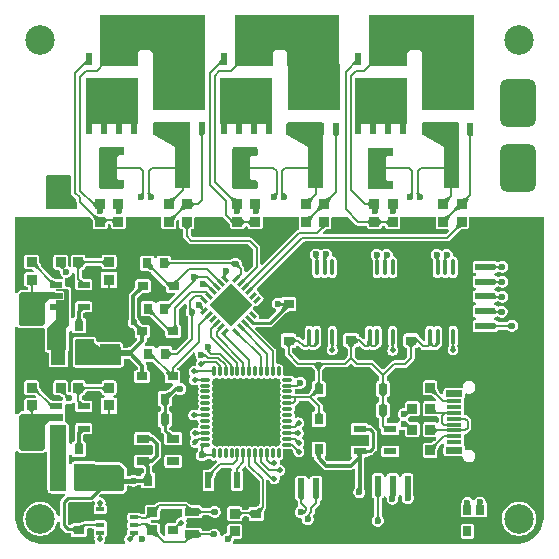
<source format=gbr>
%TF.GenerationSoftware,KiCad,Pcbnew,9.0.0-rc3-101-g1c85751bf0*%
%TF.CreationDate,2025-12-24T13:29:29+08:00*%
%TF.ProjectId,M4310_Drv,4d343331-305f-4447-9276-2e6b69636164,rev?*%
%TF.SameCoordinates,Original*%
%TF.FileFunction,Copper,L1,Top*%
%TF.FilePolarity,Positive*%
%FSLAX46Y46*%
G04 Gerber Fmt 4.6, Leading zero omitted, Abs format (unit mm)*
G04 Created by KiCad (PCBNEW 9.0.0-rc3-101-g1c85751bf0) date 2025-12-24 13:29:29*
%MOMM*%
%LPD*%
G01*
G04 APERTURE LIST*
G04 Aperture macros list*
%AMRoundRect*
0 Rectangle with rounded corners*
0 $1 Rounding radius*
0 $2 $3 $4 $5 $6 $7 $8 $9 X,Y pos of 4 corners*
0 Add a 4 corners polygon primitive as box body*
4,1,4,$2,$3,$4,$5,$6,$7,$8,$9,$2,$3,0*
0 Add four circle primitives for the rounded corners*
1,1,$1+$1,$2,$3*
1,1,$1+$1,$4,$5*
1,1,$1+$1,$6,$7*
1,1,$1+$1,$8,$9*
0 Add four rect primitives between the rounded corners*
20,1,$1+$1,$2,$3,$4,$5,0*
20,1,$1+$1,$4,$5,$6,$7,0*
20,1,$1+$1,$6,$7,$8,$9,0*
20,1,$1+$1,$8,$9,$2,$3,0*%
%AMRotRect*
0 Rectangle, with rotation*
0 The origin of the aperture is its center*
0 $1 length*
0 $2 width*
0 $3 Rotation angle, in degrees counterclockwise*
0 Add horizontal line*
21,1,$1,$2,0,0,$3*%
%AMFreePoly0*
4,1,13,0.235355,0.685355,0.250000,0.650000,0.250000,-0.650000,0.235355,-0.685355,0.200000,-0.700000,-0.250000,-0.700000,-0.285355,-0.685355,-0.300000,-0.650000,-0.300000,0.650000,-0.285355,0.685355,-0.250000,0.700000,0.200000,0.700000,0.235355,0.685355,0.235355,0.685355,$1*%
G04 Aperture macros list end*
%TA.AperFunction,SMDPad,CuDef*%
%ADD10R,1.200000X2.200000*%
%TD*%
%TA.AperFunction,SMDPad,CuDef*%
%ADD11R,0.810000X0.860000*%
%TD*%
%TA.AperFunction,SMDPad,CuDef*%
%ADD12R,0.800000X0.900000*%
%TD*%
%TA.AperFunction,SMDPad,CuDef*%
%ADD13R,0.900000X0.800000*%
%TD*%
%TA.AperFunction,ComponentPad*%
%ADD14RoundRect,0.500000X-1.000000X-1.500000X1.000000X-1.500000X1.000000X1.500000X-1.000000X1.500000X0*%
%TD*%
%TA.AperFunction,SMDPad,CuDef*%
%ADD15O,0.350000X1.450000*%
%TD*%
%TA.AperFunction,SMDPad,CuDef*%
%ADD16R,0.860000X0.810000*%
%TD*%
%TA.AperFunction,SMDPad,CuDef*%
%ADD17R,0.600000X1.000000*%
%TD*%
%TA.AperFunction,SMDPad,CuDef*%
%ADD18R,4.410000X4.000000*%
%TD*%
%TA.AperFunction,SMDPad,CuDef*%
%ADD19R,1.100000X0.600000*%
%TD*%
%TA.AperFunction,SMDPad,CuDef*%
%ADD20R,0.600000X1.700000*%
%TD*%
%TA.AperFunction,SMDPad,CuDef*%
%ADD21R,1.000000X2.800000*%
%TD*%
%TA.AperFunction,SMDPad,CuDef*%
%ADD22R,1.070000X0.530000*%
%TD*%
%TA.AperFunction,SMDPad,CuDef*%
%ADD23R,0.700000X0.900000*%
%TD*%
%TA.AperFunction,SMDPad,CuDef*%
%ADD24R,1.250000X0.700000*%
%TD*%
%TA.AperFunction,SMDPad,CuDef*%
%ADD25R,1.730000X1.490000*%
%TD*%
%TA.AperFunction,SMDPad,CuDef*%
%ADD26R,0.600000X1.400000*%
%TD*%
%TA.AperFunction,SMDPad,CuDef*%
%ADD27R,0.900000X0.700000*%
%TD*%
%TA.AperFunction,SMDPad,CuDef*%
%ADD28R,0.710000X0.360000*%
%TD*%
%TA.AperFunction,SMDPad,CuDef*%
%ADD29R,1.600000X2.400000*%
%TD*%
%TA.AperFunction,SMDPad,CuDef*%
%ADD30RoundRect,0.366667X-3.133333X-0.733333X3.133333X-0.733333X3.133333X0.733333X-3.133333X0.733333X0*%
%TD*%
%TA.AperFunction,SMDPad,CuDef*%
%ADD31R,1.100000X0.700000*%
%TD*%
%TA.AperFunction,SMDPad,CuDef*%
%ADD32R,1.280000X3.460000*%
%TD*%
%TA.AperFunction,SMDPad,CuDef*%
%ADD33RotRect,0.280000X0.660000X45.000000*%
%TD*%
%TA.AperFunction,SMDPad,CuDef*%
%ADD34RotRect,0.660000X0.280000X45.000000*%
%TD*%
%TA.AperFunction,SMDPad,CuDef*%
%ADD35RotRect,2.550000X2.550000X45.000000*%
%TD*%
%TA.AperFunction,ComponentPad*%
%ADD36O,2.000000X1.200000*%
%TD*%
%TA.AperFunction,ComponentPad*%
%ADD37O,1.800000X1.200000*%
%TD*%
%TA.AperFunction,SMDPad,CuDef*%
%ADD38FreePoly0,90.000000*%
%TD*%
%TA.AperFunction,SMDPad,CuDef*%
%ADD39R,1.300000X0.300000*%
%TD*%
%TA.AperFunction,SMDPad,CuDef*%
%ADD40R,1.700000X0.600000*%
%TD*%
%TA.AperFunction,SMDPad,CuDef*%
%ADD41R,2.700000X1.000000*%
%TD*%
%TA.AperFunction,SMDPad,CuDef*%
%ADD42O,0.280000X0.850000*%
%TD*%
%TA.AperFunction,SMDPad,CuDef*%
%ADD43O,0.850000X0.280000*%
%TD*%
%TA.AperFunction,SMDPad,CuDef*%
%ADD44R,5.500000X5.500000*%
%TD*%
%TA.AperFunction,ViaPad*%
%ADD45C,0.600000*%
%TD*%
%TA.AperFunction,ViaPad*%
%ADD46C,0.700000*%
%TD*%
%TA.AperFunction,ViaPad*%
%ADD47C,2.500000*%
%TD*%
%TA.AperFunction,ViaPad*%
%ADD48C,0.508000*%
%TD*%
%TA.AperFunction,Conductor*%
%ADD49C,0.304800*%
%TD*%
%TA.AperFunction,Conductor*%
%ADD50C,0.200000*%
%TD*%
%TA.AperFunction,Conductor*%
%ADD51C,0.254000*%
%TD*%
%TA.AperFunction,Conductor*%
%ADD52C,0.508000*%
%TD*%
%TA.AperFunction,Conductor*%
%ADD53C,0.152400*%
%TD*%
%TA.AperFunction,Conductor*%
%ADD54C,0.381000*%
%TD*%
%TA.AperFunction,Conductor*%
%ADD55C,0.203200*%
%TD*%
G04 APERTURE END LIST*
D10*
%TO.P,L3,1,1*%
%TO.N,Net-(U13-SW)*%
X161470000Y-122140000D03*
%TO.P,L3,2,2*%
%TO.N,+12V*%
X163530000Y-122140000D03*
%TD*%
D11*
%TO.P,R10,1*%
%TO.N,GND*%
X191434640Y-130475000D03*
%TO.P,R10,2*%
%TO.N,Net-(USBC1-CC1)*%
X192934640Y-130475000D03*
%TD*%
D12*
%TO.P,C14,1*%
%TO.N,GND*%
X187550000Y-125275000D03*
%TO.P,C14,2*%
%TO.N,AVCC*%
X188950000Y-125275000D03*
%TD*%
D13*
%TO.P,C29,1*%
%TO.N,GND*%
X180950000Y-119765000D03*
%TO.P,C29,2*%
%TO.N,AVCC*%
X180950000Y-121165000D03*
%TD*%
D12*
%TO.P,C10,1*%
%TO.N,Net-(U12-BS)*%
X163200000Y-130370000D03*
%TO.P,C10,2*%
%TO.N,Net-(U12-SW)*%
X161800000Y-130370000D03*
%TD*%
D14*
%TO.P,REF\u002A\u002A,1*%
%TO.N,PGND*%
X200375001Y-106600000D03*
%TD*%
D15*
%TO.P,U11,1,NC*%
%TO.N,unconnected-(U11-NC-Pad1)*%
X184655000Y-114970000D03*
%TO.P,U11,2,IN+*%
%TO.N,/IC+*%
X183995000Y-114970000D03*
%TO.P,U11,3,IN-*%
%TO.N,PGND*%
X183345000Y-114970000D03*
%TO.P,U11,4,GND*%
%TO.N,GND*%
X182695000Y-114970000D03*
%TO.P,U11,5,VS*%
%TO.N,AVCC*%
X182695000Y-120830000D03*
%TO.P,U11,6,REF2*%
X183345000Y-120830000D03*
%TO.P,U11,7,REF1*%
%TO.N,GND*%
X183995000Y-120830000D03*
%TO.P,U11,8,OUT*%
%TO.N,/IC*%
X184655000Y-120830000D03*
%TD*%
D16*
%TO.P,R32,1*%
%TO.N,Net-(Q2-G)*%
X170815000Y-111125000D03*
%TO.P,R32,2*%
%TO.N,/IC+*%
X170815000Y-109625000D03*
%TD*%
D12*
%TO.P,C26,1*%
%TO.N,GND*%
X184925000Y-127825000D03*
%TO.P,C26,2*%
%TO.N,AVCC*%
X183525000Y-127825000D03*
%TD*%
D16*
%TO.P,R35,1*%
%TO.N,PGND*%
X162325000Y-109625000D03*
%TO.P,R35,2*%
%TO.N,GND*%
X162325000Y-111125000D03*
%TD*%
D11*
%TO.P,R37,1*%
%TO.N,Net-(U13-FB)*%
X163150000Y-114520000D03*
%TO.P,R37,2*%
%TO.N,+12V*%
X161650000Y-114520000D03*
%TD*%
D17*
%TO.P,Q6,1,S*%
%TO.N,IA+*%
X192540000Y-103250000D03*
%TO.P,Q6,2,S*%
X193820000Y-103250000D03*
%TO.P,Q6,3,S*%
X195080000Y-103250000D03*
%TO.P,Q6,4,G*%
%TO.N,Net-(Q6-G)*%
X196350000Y-103250000D03*
%TO.P,Q6,5,D*%
%TO.N,/SH_A*%
X196350000Y-97410000D03*
%TO.P,Q6,6,D*%
X195080000Y-97410000D03*
%TO.P,Q6,7,D*%
X193820000Y-97410000D03*
%TO.P,Q6,8,D*%
X192540000Y-97410000D03*
D18*
%TO.P,Q6,9,D*%
X194450000Y-99720000D03*
%TD*%
D16*
%TO.P,R22,1*%
%TO.N,/GH_C*%
X166550000Y-109625000D03*
%TO.P,R22,2*%
%TO.N,Net-(Q1-G)*%
X166550000Y-111125000D03*
%TD*%
D19*
%TO.P,U3,1,IN*%
%TO.N,+5V*%
X186965000Y-128660000D03*
%TO.P,U3,2,GND*%
%TO.N,GND*%
X186965000Y-129610000D03*
%TO.P,U3,3,EN*%
%TO.N,+5V*%
X186965000Y-130560000D03*
%TO.P,U3,4,NC*%
%TO.N,unconnected-(U3-NC-Pad4)*%
X189565000Y-130560000D03*
%TO.P,U3,5,OUT*%
%TO.N,AVCC*%
X189565000Y-128660000D03*
%TD*%
D16*
%TO.P,R31,1*%
%TO.N,/GL_B*%
X183950000Y-111125000D03*
%TO.P,R31,2*%
%TO.N,Net-(Q4-G)*%
X183950000Y-109625000D03*
%TD*%
D12*
%TO.P,C27,1*%
%TO.N,Net-(U13-BS)*%
X163200000Y-119900000D03*
%TO.P,C27,2*%
%TO.N,Net-(U13-SW)*%
X161800000Y-119900000D03*
%TD*%
D17*
%TO.P,Q4,1,S*%
%TO.N,IB+*%
X181156000Y-103250000D03*
%TO.P,Q4,2,S*%
X182436000Y-103250000D03*
%TO.P,Q4,3,S*%
X183696000Y-103250000D03*
%TO.P,Q4,4,G*%
%TO.N,Net-(Q4-G)*%
X184966000Y-103250000D03*
%TO.P,Q4,5,D*%
%TO.N,/SH_B*%
X184966000Y-97410000D03*
%TO.P,Q4,6,D*%
X183696000Y-97410000D03*
%TO.P,Q4,7,D*%
X182436000Y-97410000D03*
%TO.P,Q4,8,D*%
X181156000Y-97410000D03*
D18*
%TO.P,Q4,9,D*%
X183066000Y-99720000D03*
%TD*%
D20*
%TO.P,CN1,1*%
%TO.N,/CAN+*%
X182042500Y-133675000D03*
%TO.P,CN1,2*%
%TO.N,/CAN-*%
X183282500Y-133675000D03*
D21*
%TO.P,CN1,3*%
%TO.N,GND*%
X180192500Y-136575000D03*
%TO.P,CN1,4*%
X185142500Y-136575000D03*
%TD*%
D12*
%TO.P,C25,1*%
%TO.N,AVCC*%
X183500000Y-125275000D03*
%TO.P,C25,2*%
%TO.N,GND*%
X184900000Y-125275000D03*
%TD*%
%TO.P,C12,1*%
%TO.N,GND*%
X184900000Y-130375000D03*
%TO.P,C12,2*%
%TO.N,+5V*%
X183500000Y-130375000D03*
%TD*%
D16*
%TO.P,R23,1*%
%TO.N,/GH_B*%
X178120000Y-109625000D03*
%TO.P,R23,2*%
%TO.N,Net-(Q3-G)*%
X178120000Y-111125000D03*
%TD*%
D11*
%TO.P,R8,1*%
%TO.N,Net-(U12-FB)*%
X163150000Y-125170000D03*
%TO.P,R8,2*%
%TO.N,+5V*%
X161650000Y-125170000D03*
%TD*%
D16*
%TO.P,R12,1*%
%TO.N,/CAN-*%
X169412500Y-137225000D03*
%TO.P,R12,2*%
%TO.N,/CAN+*%
X169412500Y-135725000D03*
%TD*%
D22*
%TO.P,U12,1,BS*%
%TO.N,Net-(U12-BS)*%
X163600000Y-128620000D03*
%TO.P,U12,2,GND*%
%TO.N,GND*%
X163600000Y-127670000D03*
%TO.P,U12,3,FB*%
%TO.N,Net-(U12-FB)*%
X163600000Y-126720000D03*
%TO.P,U12,4,EN*%
%TO.N,Net-(U12-EN)*%
X161300000Y-126720000D03*
%TO.P,U12,5,IN*%
%TO.N,DCBUS*%
X161300000Y-127670000D03*
%TO.P,U12,6,SW*%
%TO.N,Net-(U12-SW)*%
X161300000Y-128620000D03*
%TD*%
D16*
%TO.P,R25,1*%
%TO.N,Net-(Q1-G)*%
X165000000Y-111125000D03*
%TO.P,R25,2*%
%TO.N,/SH_C*%
X165000000Y-109625000D03*
%TD*%
D12*
%TO.P,C16,1*%
%TO.N,GND*%
X169075000Y-127825000D03*
%TO.P,C16,2*%
%TO.N,VCC*%
X170475000Y-127825000D03*
%TD*%
D22*
%TO.P,U13,1,BS*%
%TO.N,Net-(U13-BS)*%
X163600000Y-118322500D03*
%TO.P,U13,2,GND*%
%TO.N,GND*%
X163600000Y-117372500D03*
%TO.P,U13,3,FB*%
%TO.N,Net-(U13-FB)*%
X163600000Y-116422500D03*
%TO.P,U13,4,EN*%
%TO.N,Net-(U13-EN)*%
X161300000Y-116422500D03*
%TO.P,U13,5,IN*%
%TO.N,DCBUS*%
X161300000Y-117372500D03*
%TO.P,U13,6,SW*%
%TO.N,Net-(U13-SW)*%
X161300000Y-118322500D03*
%TD*%
D13*
%TO.P,C18,1*%
%TO.N,+5V*%
X163200000Y-137225000D03*
%TO.P,C18,2*%
%TO.N,GND*%
X163200000Y-135825000D03*
%TD*%
D23*
%TO.P,LED1,1,DO*%
%TO.N,unconnected-(LED1-DO-Pad1)*%
X196100000Y-137320000D03*
%TO.P,LED1,2,GND*%
%TO.N,GND*%
X197200000Y-137320000D03*
%TO.P,LED1,3,DI*%
%TO.N,/SPI3_MOSI*%
X197200000Y-135480000D03*
%TO.P,LED1,4,VDD*%
%TO.N,+5V*%
X196100000Y-135480000D03*
%TD*%
D12*
%TO.P,C15,1*%
%TO.N,GND*%
X170475000Y-133020000D03*
%TO.P,C15,2*%
%TO.N,+5V*%
X169075000Y-133020000D03*
%TD*%
D16*
%TO.P,R6,1*%
%TO.N,DCBUS*%
X159200000Y-126650000D03*
%TO.P,R6,2*%
%TO.N,Net-(U12-EN)*%
X159200000Y-125150000D03*
%TD*%
D17*
%TO.P,Q5,1,S*%
%TO.N,/SH_A*%
X190668000Y-97360000D03*
%TO.P,Q5,2,S*%
X189388000Y-97360000D03*
%TO.P,Q5,3,S*%
X188128000Y-97360000D03*
%TO.P,Q5,4,G*%
%TO.N,Net-(Q5-G)*%
X186858000Y-97360000D03*
%TO.P,Q5,5,D*%
%TO.N,DCBUS*%
X186858000Y-103200000D03*
%TO.P,Q5,6,D*%
X188128000Y-103200000D03*
%TO.P,Q5,7,D*%
X189388000Y-103200000D03*
%TO.P,Q5,8,D*%
X190668000Y-103200000D03*
D18*
%TO.P,Q5,9,D*%
X188758000Y-100890000D03*
%TD*%
D17*
%TO.P,Q3,1,S*%
%TO.N,/SH_B*%
X179284000Y-97360000D03*
%TO.P,Q3,2,S*%
X178004000Y-97360000D03*
%TO.P,Q3,3,S*%
X176744000Y-97360000D03*
%TO.P,Q3,4,G*%
%TO.N,Net-(Q3-G)*%
X175474000Y-97360000D03*
%TO.P,Q3,5,D*%
%TO.N,DCBUS*%
X175474000Y-103200000D03*
%TO.P,Q3,6,D*%
X176744000Y-103200000D03*
%TO.P,Q3,7,D*%
X178004000Y-103200000D03*
%TO.P,Q3,8,D*%
X179284000Y-103200000D03*
D18*
%TO.P,Q3,9,D*%
X177374000Y-100890000D03*
%TD*%
D13*
%TO.P,C31,1*%
%TO.N,GND*%
X191325000Y-119765000D03*
%TO.P,C31,2*%
%TO.N,AVCC*%
X191325000Y-121165000D03*
%TD*%
D16*
%TO.P,R26,1*%
%TO.N,Net-(Q3-G)*%
X176625000Y-111125000D03*
%TO.P,R26,2*%
%TO.N,/SH_B*%
X176625000Y-109625000D03*
%TD*%
D14*
%TO.P,REF\u002A\u002A,1*%
%TO.N,DCBUS*%
X200375001Y-101050000D03*
%TD*%
D16*
%TO.P,R9,1*%
%TO.N,/NRST*%
X176400833Y-135825000D03*
%TO.P,R9,2*%
%TO.N,VCC*%
X176400833Y-137325000D03*
%TD*%
D24*
%TO.P,D1,1*%
%TO.N,/CAN+*%
X172786667Y-135675000D03*
%TO.P,D1,2*%
%TO.N,/CAN-*%
X172786667Y-137575000D03*
%TO.P,D1,3*%
%TO.N,GND*%
X174786667Y-136625000D03*
%TD*%
D14*
%TO.P,,1*%
%TO.N,PGND*%
X200400000Y-106600000D03*
%TD*%
D10*
%TO.P,L2,1,1*%
%TO.N,Net-(U12-SW)*%
X161470000Y-132720000D03*
%TO.P,L2,2,2*%
%TO.N,+5V*%
X163530000Y-132720000D03*
%TD*%
D16*
%TO.P,R27,1*%
%TO.N,Net-(Q5-G)*%
X188225000Y-111125000D03*
%TO.P,R27,2*%
%TO.N,/SH_A*%
X188225000Y-109625000D03*
%TD*%
D25*
%TO.P,C9,1*%
%TO.N,GND*%
X159175000Y-122240000D03*
%TO.P,C9,2*%
%TO.N,DCBUS*%
X159175000Y-119060000D03*
%TD*%
D26*
%TO.P,X1,1*%
%TO.N,/O_OUT*%
X176570000Y-133000000D03*
%TO.P,X1,2,GND*%
%TO.N,GND*%
X175370000Y-133000000D03*
%TO.P,X1,3*%
%TO.N,/O_IN*%
X174170000Y-133000000D03*
%TD*%
D13*
%TO.P,C20,1*%
%TO.N,GND*%
X178225000Y-137225000D03*
%TO.P,C20,2*%
%TO.N,/NRST*%
X178225000Y-135825000D03*
%TD*%
D12*
%TO.P,C22,1*%
%TO.N,/SH_A*%
X170375000Y-114635000D03*
%TO.P,C22,2*%
%TO.N,/VB_A*%
X168975000Y-114635000D03*
%TD*%
D16*
%TO.P,R33,1*%
%TO.N,/GL_C*%
X172350000Y-111125000D03*
%TO.P,R33,2*%
%TO.N,Net-(Q2-G)*%
X172350000Y-109625000D03*
%TD*%
D27*
%TO.P,D3,1*%
%TO.N,/VB_B*%
X171175000Y-120380000D03*
%TO.P,D3,2*%
%TO.N,+12V*%
X168575000Y-120380000D03*
%TD*%
D15*
%TO.P,U9,1,NC*%
%TO.N,unconnected-(U9-NC-Pad1)*%
X194880000Y-114970000D03*
%TO.P,U9,2,IN+*%
%TO.N,IA+*%
X194220000Y-114970000D03*
%TO.P,U9,3,IN-*%
%TO.N,PGND*%
X193570000Y-114970000D03*
%TO.P,U9,4,GND*%
%TO.N,GND*%
X192920000Y-114970000D03*
%TO.P,U9,5,VS*%
%TO.N,AVCC*%
X192920000Y-120830000D03*
%TO.P,U9,6,REF2*%
X193570000Y-120830000D03*
%TO.P,U9,7,REF1*%
%TO.N,GND*%
X194220000Y-120830000D03*
%TO.P,U9,8,OUT*%
%TO.N,/IA*%
X194880000Y-120830000D03*
%TD*%
D28*
%TO.P,U6,1,TXD*%
%TO.N,/FDCAN_TX*%
X165009167Y-135462500D03*
%TO.P,U6,2,GND*%
%TO.N,GND*%
X165009167Y-136122500D03*
%TO.P,U6,3,VCC*%
%TO.N,+5V*%
X165009167Y-136772500D03*
%TO.P,U6,4,RXD*%
%TO.N,/FDCAN_RX*%
X165009167Y-137422500D03*
%TO.P,U6,5,VIO*%
%TO.N,VCC*%
X167869167Y-137422500D03*
%TO.P,U6,6,CANL*%
%TO.N,/CAN-*%
X167869167Y-136772500D03*
%TO.P,U6,7,CANH*%
%TO.N,/CAN+*%
X167869167Y-136122500D03*
%TO.P,U6,8,STB*%
%TO.N,GND*%
X167869167Y-135462500D03*
D29*
%TO.P,U6,9,EP*%
X166439167Y-136442500D03*
%TD*%
D25*
%TO.P,C11,1*%
%TO.N,+5V*%
X165825000Y-132820000D03*
%TO.P,C11,2*%
%TO.N,GND*%
X165825000Y-129640000D03*
%TD*%
D16*
%TO.P,R29,1*%
%TO.N,Net-(Q6-G)*%
X194050000Y-111125000D03*
%TO.P,R29,2*%
%TO.N,IA+*%
X194050000Y-109625000D03*
%TD*%
D30*
%TO.P,,1*%
%TO.N,/SH_C*%
X168850000Y-94900000D03*
%TD*%
%TO.P,,1*%
%TO.N,/SH_B*%
X180225000Y-94900000D03*
%TD*%
D16*
%TO.P,R7,1*%
%TO.N,Net-(U12-FB)*%
X165750000Y-125150000D03*
%TO.P,R7,2*%
%TO.N,GND*%
X165750000Y-126650000D03*
%TD*%
D31*
%TO.P,U4,1,VIN*%
%TO.N,+5V*%
X168610000Y-129475000D03*
%TO.P,U4,2,VSS*%
%TO.N,GND*%
X168610000Y-130425000D03*
%TO.P,U4,3,CE*%
%TO.N,+5V*%
X168610000Y-131375000D03*
%TO.P,U4,4,NC*%
%TO.N,unconnected-(U4-NC-Pad4)*%
X171190000Y-131375000D03*
%TO.P,U4,5,VOUT*%
%TO.N,VCC*%
X171190000Y-129475000D03*
%TD*%
D12*
%TO.P,C17,1*%
%TO.N,GND*%
X169075000Y-126093333D03*
%TO.P,C17,2*%
%TO.N,VCC*%
X170475000Y-126093333D03*
%TD*%
D15*
%TO.P,U10,1,NC*%
%TO.N,unconnected-(U10-NC-Pad1)*%
X189767500Y-114970000D03*
%TO.P,U10,2,IN+*%
%TO.N,IB+*%
X189107500Y-114970000D03*
%TO.P,U10,3,IN-*%
%TO.N,PGND*%
X188457500Y-114970000D03*
%TO.P,U10,4,GND*%
%TO.N,GND*%
X187807500Y-114970000D03*
%TO.P,U10,5,VS*%
%TO.N,AVCC*%
X187807500Y-120830000D03*
%TO.P,U10,6,REF2*%
X188457500Y-120830000D03*
%TO.P,U10,7,REF1*%
%TO.N,GND*%
X189107500Y-120830000D03*
%TO.P,U10,8,OUT*%
%TO.N,/IB*%
X189767500Y-120830000D03*
%TD*%
D16*
%TO.P,R39,1*%
%TO.N,PGND*%
X160850000Y-109625000D03*
%TO.P,R39,2*%
%TO.N,GND*%
X160850000Y-111125000D03*
%TD*%
D20*
%TO.P,U7,1,1*%
%TO.N,VCC*%
X188525000Y-133475000D03*
%TO.P,U7,2,2*%
%TO.N,/SW_SCK*%
X189775000Y-133475000D03*
%TO.P,U7,3,3*%
%TO.N,/SW_DIO*%
X191025000Y-133475000D03*
%TO.P,U7,4,4*%
%TO.N,GND*%
X192285000Y-133475000D03*
D21*
%TO.P,U7,5,5*%
X194125000Y-136635000D03*
%TO.P,U7,6,6*%
X186685000Y-136635000D03*
%TD*%
D32*
%TO.P,R21,1*%
%TO.N,IA+*%
X194725000Y-106550000D03*
%TO.P,R21,2*%
%TO.N,PGND*%
X188585000Y-106550000D03*
%TD*%
D25*
%TO.P,C8,1*%
%TO.N,GND*%
X159175000Y-132820000D03*
%TO.P,C8,2*%
%TO.N,DCBUS*%
X159175000Y-129640000D03*
%TD*%
D11*
%TO.P,R13,1*%
%TO.N,Net-(USBC1-DN1)*%
X192934640Y-128708333D03*
%TO.P,R13,2*%
%TO.N,/USB_DN*%
X191434640Y-128708333D03*
%TD*%
D13*
%TO.P,C21,1*%
%TO.N,GND*%
X180950000Y-116700000D03*
%TO.P,C21,2*%
%TO.N,+12V*%
X180950000Y-118100000D03*
%TD*%
D12*
%TO.P,C23,1*%
%TO.N,/SH_B*%
X170425000Y-118465000D03*
%TO.P,C23,2*%
%TO.N,/VB_B*%
X169025000Y-118465000D03*
%TD*%
D27*
%TO.P,D4,1*%
%TO.N,/VB_C*%
X171125000Y-124210000D03*
%TO.P,D4,2*%
%TO.N,+12V*%
X168525000Y-124210000D03*
%TD*%
D16*
%TO.P,R24,1*%
%TO.N,/GH_A*%
X189775000Y-109625000D03*
%TO.P,R24,2*%
%TO.N,Net-(Q5-G)*%
X189775000Y-111125000D03*
%TD*%
D11*
%TO.P,R11,1*%
%TO.N,Net-(USBC1-CC2)*%
X192934640Y-125175000D03*
%TO.P,R11,2*%
%TO.N,GND*%
X191434640Y-125175000D03*
%TD*%
D32*
%TO.P,R19,1*%
%TO.N,/IC+*%
X171950000Y-106550000D03*
%TO.P,R19,2*%
%TO.N,PGND*%
X165810000Y-106550000D03*
%TD*%
D13*
%TO.P,C19,1*%
%TO.N,VCC*%
X171150000Y-137225000D03*
%TO.P,C19,2*%
%TO.N,GND*%
X171150000Y-135825000D03*
%TD*%
D27*
%TO.P,D2,1*%
%TO.N,/VB_A*%
X171225000Y-116550000D03*
%TO.P,D2,2*%
%TO.N,+12V*%
X168625000Y-116550000D03*
%TD*%
D13*
%TO.P,C30,1*%
%TO.N,GND*%
X186250000Y-119750000D03*
%TO.P,C30,2*%
%TO.N,AVCC*%
X186250000Y-121150000D03*
%TD*%
D32*
%TO.P,R20,1*%
%TO.N,IB+*%
X183240500Y-106550000D03*
%TO.P,R20,2*%
%TO.N,PGND*%
X177100500Y-106550000D03*
%TD*%
D30*
%TO.P,,1*%
%TO.N,/SH_A*%
X191600000Y-94900000D03*
%TD*%
D25*
%TO.P,C34,1*%
%TO.N,+12V*%
X165825000Y-122240000D03*
%TO.P,C34,2*%
%TO.N,GND*%
X165825000Y-119060000D03*
%TD*%
D33*
%TO.P,U8,1,LIN1*%
%TO.N,/LIN3*%
X176532233Y-120415361D03*
%TO.P,U8,2,LIN2*%
%TO.N,/LIN2*%
X176885787Y-120061808D03*
%TO.P,U8,3,LIN3*%
%TO.N,/LIN1*%
X177239340Y-119708255D03*
%TO.P,U8,4,VCC*%
%TO.N,+12V*%
X177592894Y-119354701D03*
%TO.P,U8,5,NC*%
%TO.N,unconnected-(U8-NC-Pad5)*%
X177946447Y-119001148D03*
%TO.P,U8,6,COM*%
%TO.N,GND*%
X178300000Y-118647594D03*
D34*
%TO.P,U8,7,NC*%
%TO.N,unconnected-(U8-NC-Pad7)*%
X178300000Y-117714214D03*
%TO.P,U8,8,NC*%
%TO.N,unconnected-(U8-NC-Pad8)*%
X177946447Y-117360660D03*
%TO.P,U8,9,LO3*%
%TO.N,/GL_A*%
X177592894Y-117007107D03*
%TO.P,U8,10,LO2*%
%TO.N,/GL_B*%
X177239340Y-116653553D03*
%TO.P,U8,11,LO1*%
%TO.N,/GL_C*%
X176885787Y-116300000D03*
%TO.P,U8,12,VS3*%
%TO.N,/SH_A*%
X176532233Y-115946447D03*
D33*
%TO.P,U8,13,HO3*%
%TO.N,/GH_A*%
X175598853Y-115946447D03*
%TO.P,U8,14,VB3*%
%TO.N,/VB_A*%
X175245299Y-116300000D03*
%TO.P,U8,15,VS2*%
%TO.N,/SH_B*%
X174891746Y-116653553D03*
%TO.P,U8,16,HO2*%
%TO.N,/GH_B*%
X174538192Y-117007107D03*
%TO.P,U8,17,VB2*%
%TO.N,/VB_B*%
X174184639Y-117360660D03*
%TO.P,U8,18,VS1*%
%TO.N,/SH_C*%
X173831086Y-117714214D03*
D34*
%TO.P,U8,19,HO1*%
%TO.N,/GH_C*%
X173831086Y-118647594D03*
%TO.P,U8,20,VB1*%
%TO.N,/VB_C*%
X174184639Y-119001148D03*
%TO.P,U8,21,NC*%
%TO.N,unconnected-(U8-NC-Pad21)*%
X174538192Y-119354701D03*
%TO.P,U8,22,HIN1*%
%TO.N,/HIN3*%
X174891746Y-119708255D03*
%TO.P,U8,23,HIN2*%
%TO.N,/HIN2*%
X175245299Y-120061808D03*
%TO.P,U8,24,HIN3*%
%TO.N,/HIN1*%
X175598853Y-120415361D03*
D35*
%TO.P,U8,25,EP*%
%TO.N,unconnected-(U8-EP-Pad25)*%
X176065543Y-118180904D03*
%TD*%
D36*
%TO.P,USBC1,1,EH*%
%TO.N,GND*%
X195737500Y-123695000D03*
D37*
%TO.P,USBC1,2,EH*%
X199917500Y-123695000D03*
%TO.P,USBC1,3,EH*%
X199917500Y-132355000D03*
D36*
%TO.P,USBC1,4,EH*%
X195737500Y-132355000D03*
D38*
%TO.P,USBC1,A1B12,GND*%
X194977500Y-131225000D03*
X194977500Y-124825000D03*
%TO.P,USBC1,A4B9,VBUS*%
%TO.N,unconnected-(USBC1-VBUS-PadA4B9)_1*%
X194972500Y-130425000D03*
%TO.N,unconnected-(USBC1-VBUS-PadA4B9)*%
X194977500Y-125625000D03*
D39*
%TO.P,USBC1,A5,CC1*%
%TO.N,Net-(USBC1-CC1)*%
X194977500Y-129275000D03*
%TO.P,USBC1,A6,DP1*%
%TO.N,Net-(USBC1-DP1)*%
X194977500Y-128275000D03*
%TO.P,USBC1,A7,DN1*%
%TO.N,Net-(USBC1-DN1)*%
X194977500Y-127775000D03*
%TO.P,USBC1,A8,SBU1*%
%TO.N,unconnected-(USBC1-SBU1-PadA8)*%
X194977500Y-126775000D03*
%TO.P,USBC1,B5,CC2*%
%TO.N,Net-(USBC1-CC2)*%
X194977500Y-126275000D03*
%TO.P,USBC1,B6,DP2*%
%TO.N,Net-(USBC1-DP1)*%
X194977500Y-127275000D03*
%TO.P,USBC1,B7,DN2*%
%TO.N,Net-(USBC1-DN1)*%
X194977500Y-128775000D03*
%TO.P,USBC1,B8,SBU2*%
%TO.N,unconnected-(USBC1-SBU2-PadB8)*%
X194977500Y-129775000D03*
%TD*%
D12*
%TO.P,C13,1*%
%TO.N,GND*%
X187550000Y-127060000D03*
%TO.P,C13,2*%
%TO.N,AVCC*%
X188950000Y-127060000D03*
%TD*%
D17*
%TO.P,Q1,1,S*%
%TO.N,/SH_C*%
X167900000Y-97360000D03*
%TO.P,Q1,2,S*%
X166620000Y-97360000D03*
%TO.P,Q1,3,S*%
X165360000Y-97360000D03*
%TO.P,Q1,4,G*%
%TO.N,Net-(Q1-G)*%
X164090000Y-97360000D03*
%TO.P,Q1,5,D*%
%TO.N,DCBUS*%
X164090000Y-103200000D03*
%TO.P,Q1,6,D*%
X165360000Y-103200000D03*
%TO.P,Q1,7,D*%
X166620000Y-103200000D03*
%TO.P,Q1,8,D*%
X167900000Y-103200000D03*
D18*
%TO.P,Q1,9,D*%
X165990000Y-100890000D03*
%TD*%
D16*
%TO.P,R28,1*%
%TO.N,/GL_A*%
X195605000Y-111125000D03*
%TO.P,R28,2*%
%TO.N,Net-(Q6-G)*%
X195605000Y-109625000D03*
%TD*%
D17*
%TO.P,Q2,1,S*%
%TO.N,/IC+*%
X169772000Y-103200000D03*
%TO.P,Q2,2,S*%
X171052000Y-103200000D03*
%TO.P,Q2,3,S*%
X172312000Y-103200000D03*
%TO.P,Q2,4,G*%
%TO.N,Net-(Q2-G)*%
X173582000Y-103200000D03*
%TO.P,Q2,5,D*%
%TO.N,/SH_C*%
X173582000Y-97360000D03*
%TO.P,Q2,6,D*%
X172312000Y-97360000D03*
%TO.P,Q2,7,D*%
X171052000Y-97360000D03*
%TO.P,Q2,8,D*%
X169772000Y-97360000D03*
D18*
%TO.P,Q2,9,D*%
X171682000Y-99670000D03*
%TD*%
D40*
%TO.P,CN2,1*%
%TO.N,VCC*%
X197600000Y-119930000D03*
%TO.P,CN2,2*%
%TO.N,/SPI1_MISO*%
X197600000Y-118680000D03*
%TO.P,CN2,3*%
%TO.N,/SPI1_SCK*%
X197600000Y-117430000D03*
%TO.P,CN2,4*%
%TO.N,/SPI1_MOSI*%
X197600000Y-116180000D03*
%TO.P,CN2,5*%
%TO.N,/E_CS*%
X197600000Y-114930000D03*
%TO.P,CN2,6*%
%TO.N,GND*%
X197600000Y-113680000D03*
D41*
%TO.P,CN2,7*%
X201100000Y-121770000D03*
%TO.P,CN2,8*%
X201100000Y-111830000D03*
%TD*%
D42*
%TO.P,U5,1,VBAT*%
%TO.N,VCC*%
X174625000Y-130695000D03*
%TO.P,U5,2,PC13*%
%TO.N,unconnected-(U5-PC13-Pad2)*%
X175125000Y-130695000D03*
%TO.P,U5,3,PC14-OSC32_IN*%
%TO.N,unconnected-(U5-PC14-OSC32_IN-Pad3)*%
X175625001Y-130695000D03*
%TO.P,U5,4,PC15-OSC32_OUT*%
%TO.N,unconnected-(U5-PC15-OSC32_OUT-Pad4)*%
X176125000Y-130695000D03*
%TO.P,U5,5,PF0-OSC_IN*%
%TO.N,/O_IN*%
X176624999Y-130695000D03*
%TO.P,U5,6,PF1-OSC_OUT*%
%TO.N,/O_OUT*%
X177125000Y-130695000D03*
%TO.P,U5,7,PG10-NRST*%
%TO.N,/NRST*%
X177625000Y-130695000D03*
%TO.P,U5,8,PA0*%
%TO.N,/IA*%
X178125001Y-130695000D03*
%TO.P,U5,9,PA1*%
%TO.N,/IB*%
X178625000Y-130695000D03*
%TO.P,U5,10,PA2*%
%TO.N,/IC*%
X179124999Y-130695000D03*
%TO.P,U5,11,PA3*%
%TO.N,unconnected-(U5-PA3-Pad11)*%
X179625000Y-130695000D03*
%TO.P,U5,12,PA4*%
%TO.N,unconnected-(U5-PA4-Pad12)*%
X180125000Y-130695000D03*
D43*
%TO.P,U5,13,PA5*%
%TO.N,/SPI1_SCK*%
X180845000Y-129975000D03*
%TO.P,U5,14,PA6*%
%TO.N,/SPI1_MISO*%
X180845000Y-129475000D03*
%TO.P,U5,15,PA7*%
%TO.N,/SPI1_MOSI*%
X180845000Y-128974999D03*
%TO.P,U5,16,PC4*%
%TO.N,/E_CS*%
X180845000Y-128475000D03*
%TO.P,U5,17,PB0*%
%TO.N,unconnected-(U5-PB0-Pad17)*%
X180845000Y-127975001D03*
%TO.P,U5,18,PB1*%
%TO.N,unconnected-(U5-PB1-Pad18)*%
X180845000Y-127475000D03*
%TO.P,U5,19,PB2*%
%TO.N,unconnected-(U5-PB2-Pad19)*%
X180845000Y-126975000D03*
%TO.P,U5,20,VREF+*%
%TO.N,AVCC*%
X180845000Y-126474999D03*
%TO.P,U5,21,VDDA*%
X180845000Y-125975000D03*
%TO.P,U5,22,PB10*%
%TO.N,unconnected-(U5-PB10-Pad22)*%
X180845000Y-125475001D03*
%TO.P,U5,23,VDD*%
%TO.N,VCC*%
X180845000Y-124975000D03*
%TO.P,U5,24,PB11*%
%TO.N,unconnected-(U5-PB11-Pad24)*%
X180845000Y-124475000D03*
D42*
%TO.P,U5,25,PB12*%
%TO.N,unconnected-(U5-PB12-Pad25)*%
X180125000Y-123755000D03*
%TO.P,U5,26,PB13*%
%TO.N,/LIN1*%
X179625000Y-123755000D03*
%TO.P,U5,27,PB14*%
%TO.N,/LIN2*%
X179124999Y-123755000D03*
%TO.P,U5,28,PB15*%
%TO.N,/LIN3*%
X178625000Y-123755000D03*
%TO.P,U5,29,PC6*%
%TO.N,unconnected-(U5-PC6-Pad29)*%
X178125001Y-123755000D03*
%TO.P,U5,30,PA8*%
%TO.N,/HIN1*%
X177625000Y-123755000D03*
%TO.P,U5,31,PA9*%
%TO.N,/HIN2*%
X177125000Y-123755000D03*
%TO.P,U5,32,PA10*%
%TO.N,/HIN3*%
X176624999Y-123755000D03*
%TO.P,U5,33,PA11*%
%TO.N,/USB_DN*%
X176125000Y-123755000D03*
%TO.P,U5,34,PA12*%
%TO.N,/USB_DP*%
X175625001Y-123755000D03*
%TO.P,U5,35,VDD*%
%TO.N,VCC*%
X175125000Y-123755000D03*
%TO.P,U5,36,PA13*%
%TO.N,/SW_DIO*%
X174625000Y-123755000D03*
D43*
%TO.P,U5,37,PA14*%
%TO.N,/SW_SCK*%
X173905000Y-124475000D03*
%TO.P,U5,38,PA15*%
%TO.N,unconnected-(U5-PA15-Pad38)*%
X173905000Y-124975000D03*
%TO.P,U5,39,PC10*%
%TO.N,unconnected-(U5-PC10-Pad39)*%
X173905000Y-125475001D03*
%TO.P,U5,40,PC11*%
%TO.N,unconnected-(U5-PC11-Pad40)*%
X173905000Y-125975000D03*
%TO.P,U5,41,PB3*%
%TO.N,unconnected-(U5-PB3-Pad41)*%
X173905000Y-126474999D03*
%TO.P,U5,42,PB4*%
%TO.N,unconnected-(U5-PB4-Pad42)*%
X173905000Y-126975000D03*
%TO.P,U5,43,PB5*%
%TO.N,/SPI3_MOSI*%
X173905000Y-127475000D03*
%TO.P,U5,44,PB6*%
%TO.N,unconnected-(U5-PB6-Pad44)*%
X173905000Y-127975001D03*
%TO.P,U5,45,PB7*%
%TO.N,unconnected-(U5-PB7-Pad45)*%
X173905000Y-128475000D03*
%TO.P,U5,46,PB8-BOOT0*%
%TO.N,/FDCAN_TX*%
X173905000Y-128974999D03*
%TO.P,U5,47,PB9*%
%TO.N,/FDCAN_RX*%
X173905000Y-129475000D03*
%TO.P,U5,48,VDD*%
%TO.N,VCC*%
X173905000Y-129975000D03*
D44*
%TO.P,U5,49,VSS*%
%TO.N,GND*%
X177375000Y-127225000D03*
%TD*%
D16*
%TO.P,R36,1*%
%TO.N,DCBUS*%
X159200000Y-116000000D03*
%TO.P,R36,2*%
%TO.N,Net-(U13-EN)*%
X159200000Y-114500000D03*
%TD*%
D11*
%TO.P,R18,1*%
%TO.N,Net-(USBC1-DP1)*%
X192934640Y-126941667D03*
%TO.P,R18,2*%
%TO.N,/USB_DP*%
X191434640Y-126941667D03*
%TD*%
D16*
%TO.P,R38,1*%
%TO.N,Net-(U13-FB)*%
X165750000Y-114500000D03*
%TO.P,R38,2*%
%TO.N,GND*%
X165750000Y-116000000D03*
%TD*%
D12*
%TO.P,C24,1*%
%TO.N,/SH_C*%
X170475000Y-122295000D03*
%TO.P,C24,2*%
%TO.N,/VB_C*%
X169075000Y-122295000D03*
%TD*%
D16*
%TO.P,R30,1*%
%TO.N,Net-(Q4-G)*%
X182460000Y-111125000D03*
%TO.P,R30,2*%
%TO.N,IB+*%
X182460000Y-109625000D03*
%TD*%
D45*
%TO.N,GND*%
X162195000Y-111245000D03*
X160925000Y-112515000D03*
X161560000Y-111880000D03*
X161560000Y-112515000D03*
X161560000Y-111245000D03*
X160925000Y-111880000D03*
X162195000Y-111880000D03*
X162195000Y-112515000D03*
X160925000Y-111245000D03*
D46*
%TO.N,DCBUS*%
X158890000Y-128995000D03*
X159525000Y-128995000D03*
X159525000Y-128360000D03*
X158890000Y-129630000D03*
X158890000Y-128360000D03*
X159525000Y-127725000D03*
X158890000Y-127725000D03*
X159525000Y-129630000D03*
D45*
%TO.N,+12V*%
X167500000Y-122240000D03*
D46*
%TO.N,DCBUS*%
X158880000Y-119320000D03*
X159515000Y-118685000D03*
X158880000Y-118685000D03*
X159515000Y-118050000D03*
X158880000Y-118050000D03*
X159515000Y-117415000D03*
X158880000Y-117415000D03*
X159515000Y-119320000D03*
D47*
%TO.N,*%
X159932233Y-95714434D03*
X200467767Y-95714482D03*
X159932232Y-136250013D03*
X200467767Y-136250001D03*
D45*
%TO.N,GND*%
X176327000Y-127193000D03*
X179375000Y-128209000D03*
X175311000Y-126177000D03*
X179375000Y-129225000D03*
X175311000Y-129225000D03*
X177343000Y-128209000D03*
X181425000Y-115550000D03*
X176327000Y-126177000D03*
X158890000Y-131910000D03*
X191065000Y-116025000D03*
X185940000Y-116075000D03*
X179375000Y-126177000D03*
X178359000Y-127193000D03*
X176327000Y-129225000D03*
X186575000Y-116075000D03*
X175311000Y-127193000D03*
X178359000Y-125161000D03*
X185225000Y-111675000D03*
X175311000Y-128209000D03*
X175311000Y-125161000D03*
X170400000Y-135950000D03*
X185940000Y-116710000D03*
X177343000Y-126177000D03*
X176327000Y-128209000D03*
X177343000Y-127193000D03*
X178359000Y-128209000D03*
X176327000Y-125161000D03*
X159525000Y-131275000D03*
X191700000Y-116025000D03*
X186575000Y-116710000D03*
X191065000Y-116660000D03*
X179075000Y-113775000D03*
X179375000Y-125161000D03*
X178359000Y-129225000D03*
X179375000Y-127193000D03*
X165490000Y-131135000D03*
X180600000Y-115550000D03*
X158890000Y-131275000D03*
X165490000Y-130500000D03*
X177343000Y-125161000D03*
X166125000Y-131135000D03*
X178359000Y-126177000D03*
X166125000Y-130500000D03*
X191700000Y-116660000D03*
X159525000Y-131910000D03*
X177343000Y-129225000D03*
X180250000Y-122275000D03*
D46*
%TO.N,DCBUS*%
X176375000Y-102525000D03*
X166275000Y-102525000D03*
X166275000Y-99275000D03*
X165625000Y-100575000D03*
X187825000Y-99275000D03*
X188475000Y-102525000D03*
X189125000Y-99925000D03*
X176375000Y-101225000D03*
X164975000Y-102525000D03*
X190425000Y-101225000D03*
X188475000Y-100575000D03*
X176375000Y-99275000D03*
X188475000Y-101875000D03*
X166275000Y-101875000D03*
X165625000Y-99275000D03*
X189775000Y-100575000D03*
X189125000Y-101225000D03*
X175725000Y-99275000D03*
X177025000Y-99275000D03*
X176375000Y-99925000D03*
X175725000Y-101225000D03*
X189125000Y-100575000D03*
X164975000Y-101875000D03*
X166925000Y-101875000D03*
X177025000Y-101875000D03*
X187825000Y-99925000D03*
X178325000Y-101875000D03*
X166275000Y-99925000D03*
X188475000Y-99925000D03*
X165625000Y-101225000D03*
X187175000Y-99925000D03*
X164975000Y-99275000D03*
X164325000Y-101875000D03*
X165625000Y-101875000D03*
X164325000Y-100575000D03*
X177675000Y-99275000D03*
X166275000Y-100575000D03*
X190425000Y-100575000D03*
X187175000Y-100575000D03*
X176375000Y-100575000D03*
X189775000Y-101225000D03*
X167575000Y-102525000D03*
X189775000Y-99925000D03*
X165625000Y-102525000D03*
X188475000Y-101225000D03*
X177675000Y-102525000D03*
X188475000Y-99275000D03*
X166925000Y-102525000D03*
X178975000Y-102525000D03*
X166925000Y-99275000D03*
X189125000Y-99275000D03*
X187175000Y-101225000D03*
X189125000Y-101875000D03*
X189775000Y-101875000D03*
X167575000Y-100575000D03*
X187825000Y-101875000D03*
X189125000Y-102525000D03*
X178975000Y-101875000D03*
X175725000Y-102525000D03*
X178975000Y-99925000D03*
X187175000Y-102525000D03*
X177025000Y-102525000D03*
X178325000Y-101225000D03*
X189775000Y-99275000D03*
X178325000Y-102525000D03*
X178975000Y-101225000D03*
X177675000Y-100575000D03*
X178975000Y-100575000D03*
X166275000Y-101225000D03*
X164325000Y-102525000D03*
X190425000Y-102525000D03*
X190425000Y-99925000D03*
X190425000Y-101875000D03*
X175725000Y-101875000D03*
X189775000Y-102525000D03*
X178325000Y-99275000D03*
X164325000Y-101225000D03*
X178325000Y-100575000D03*
X178975000Y-99275000D03*
X177025000Y-99925000D03*
X187825000Y-102525000D03*
X167575000Y-101875000D03*
X167575000Y-101225000D03*
X166925000Y-100575000D03*
X164975000Y-99925000D03*
X177025000Y-101225000D03*
X166925000Y-99925000D03*
X164325000Y-99275000D03*
X164975000Y-100575000D03*
X165625000Y-99925000D03*
X177675000Y-101875000D03*
X187825000Y-101225000D03*
X177675000Y-99925000D03*
X167575000Y-99275000D03*
X178325000Y-99925000D03*
X166925000Y-101225000D03*
X177025000Y-100575000D03*
X164325000Y-99925000D03*
X176375000Y-101875000D03*
X187825000Y-100575000D03*
X167575000Y-99925000D03*
X164975000Y-101225000D03*
X177675000Y-101225000D03*
X175725000Y-100575000D03*
X190425000Y-99275000D03*
X187175000Y-99275000D03*
X175725000Y-99925000D03*
X187175000Y-101875000D03*
D45*
%TO.N,+12V*%
X167830000Y-119620000D03*
X162120000Y-115350000D03*
X180050000Y-118040000D03*
%TO.N,+5V*%
X168575000Y-138000000D03*
X167825000Y-133030000D03*
X196100000Y-134900000D03*
X162350000Y-126050000D03*
X186950000Y-133998800D03*
%TO.N,VCC*%
X175800000Y-137975000D03*
X173625000Y-130875000D03*
D48*
X167500000Y-138000000D03*
X171878730Y-136583367D03*
D45*
X171770000Y-125270000D03*
X199875000Y-119900000D03*
X188500000Y-136421600D03*
X181950000Y-124725000D03*
D48*
X173575020Y-123150618D03*
D45*
%TO.N,/SH_A*%
X190045000Y-95510000D03*
X191950000Y-94240000D03*
X193220000Y-94875000D03*
X193855000Y-94240000D03*
X190045000Y-94240000D03*
X193855000Y-95510000D03*
X191315000Y-94240000D03*
X191315000Y-95510000D03*
X188250000Y-110200000D03*
X191315000Y-94875000D03*
X190680000Y-94240000D03*
X192585000Y-95510000D03*
X176470000Y-114650000D03*
X193220000Y-94240000D03*
X190680000Y-94875000D03*
X190045000Y-94875000D03*
X192585000Y-94240000D03*
X191950000Y-94875000D03*
X188775000Y-94875000D03*
X193855000Y-94875000D03*
X189410000Y-94875000D03*
X192585000Y-94875000D03*
X189410000Y-94240000D03*
X189410000Y-95510000D03*
X190680000Y-95510000D03*
X191950000Y-95510000D03*
X193220000Y-95510000D03*
X194490000Y-94875000D03*
%TO.N,/SH_B*%
X172970000Y-115799000D03*
X177400000Y-94875000D03*
X180575000Y-95510000D03*
X176625000Y-110200000D03*
X181845000Y-94875000D03*
X178035000Y-94240000D03*
X179305000Y-94875000D03*
X181210000Y-94875000D03*
X182480000Y-94875000D03*
X181845000Y-94240000D03*
X178670000Y-94875000D03*
X181210000Y-94240000D03*
X178670000Y-95510000D03*
X179305000Y-94240000D03*
X178035000Y-95510000D03*
X179940000Y-95510000D03*
X180575000Y-94875000D03*
X182480000Y-95510000D03*
X178670000Y-94240000D03*
X183115000Y-94875000D03*
X179940000Y-94875000D03*
X182480000Y-94240000D03*
X178035000Y-94875000D03*
X181210000Y-95510000D03*
X181845000Y-95510000D03*
X179940000Y-94240000D03*
X180575000Y-94240000D03*
X179305000Y-95510000D03*
%TO.N,/SH_C*%
X166645000Y-94875000D03*
X171090000Y-95510000D03*
X168550000Y-94240000D03*
X167915000Y-95510000D03*
X169185000Y-94875000D03*
X164975000Y-110175000D03*
X167280000Y-94240000D03*
X167280000Y-94875000D03*
X171090000Y-94875000D03*
X170455000Y-95510000D03*
X166645000Y-94240000D03*
X169185000Y-94240000D03*
X169185000Y-95510000D03*
X166645000Y-95510000D03*
X171725000Y-94875000D03*
X170455000Y-94875000D03*
X166010000Y-94875000D03*
X172770000Y-118780000D03*
X169820000Y-94240000D03*
X170455000Y-94240000D03*
X168550000Y-95510000D03*
X167915000Y-94875000D03*
X167280000Y-95510000D03*
X168550000Y-94875000D03*
X169820000Y-94875000D03*
X169820000Y-95510000D03*
X171090000Y-94240000D03*
X167915000Y-94240000D03*
%TO.N,/CAN-*%
X182575521Y-136300521D03*
X174675000Y-137575000D03*
%TO.N,/CAN+*%
X174700000Y-135675000D03*
X181974479Y-135699479D03*
%TO.N,/GH_A*%
X189800000Y-110200000D03*
X175635000Y-115255000D03*
%TO.N,IA+*%
X192080000Y-108975520D03*
X194340152Y-113900000D03*
%TO.N,/GH_B*%
X178175000Y-110200000D03*
X173675000Y-116400000D03*
%TO.N,IB+*%
X189255000Y-113890000D03*
X180590000Y-108975520D03*
%TO.N,/GH_C*%
X166575000Y-110175000D03*
X173392652Y-118180878D03*
%TO.N,/USB_DN*%
X174150000Y-121750000D03*
X190725000Y-128250000D03*
%TO.N,/SPI1_MOSI*%
X199050000Y-116175000D03*
D48*
X181775000Y-129005200D03*
D45*
%TO.N,/E_CS*%
X199050000Y-114925000D03*
D48*
X181800000Y-128125000D03*
%TO.N,/SPI1_MISO*%
X181825000Y-129825000D03*
D45*
X199000000Y-118725000D03*
D48*
%TO.N,/SPI1_SCK*%
X181825000Y-130575000D03*
D45*
X199050000Y-117450000D03*
%TO.N,/USB_DP*%
X173548960Y-122351040D03*
X190725000Y-127400000D03*
D48*
%TO.N,/SW_DIO*%
X172971870Y-123782861D03*
D45*
X191050000Y-134527400D03*
D48*
%TO.N,/FDCAN_TX*%
X173025000Y-129000000D03*
X165000000Y-134900000D03*
%TO.N,/FDCAN_RX*%
X173027600Y-129777600D03*
X164975000Y-137950000D03*
%TO.N,/IB*%
X180225000Y-132150000D03*
X189775000Y-122000000D03*
%TO.N,/IC*%
X184650000Y-121950000D03*
X179752240Y-131560213D03*
D45*
%TO.N,/SPI3_MOSI*%
X197150000Y-134875000D03*
D48*
X172925000Y-127475000D03*
%TO.N,/IA*%
X194875000Y-121925000D03*
X179750000Y-132850000D03*
D45*
%TO.N,/SW_SCK*%
X189750000Y-134550000D03*
D48*
X172990156Y-124490628D03*
D45*
%TO.N,/IC+*%
X169300000Y-108975520D03*
X184125000Y-113880000D03*
D46*
%TO.N,PGND*%
X188736200Y-106577600D03*
X188025000Y-105175000D03*
X165975000Y-105813800D03*
D45*
X179740000Y-108975520D03*
X160925000Y-107500000D03*
D46*
X177261200Y-107263800D03*
D45*
X183275000Y-113880000D03*
D46*
X189447400Y-105175000D03*
X165975000Y-107236200D03*
X176550000Y-107975000D03*
X176550000Y-105841400D03*
X166686200Y-105122400D03*
X165975000Y-105122400D03*
X165263800Y-107236200D03*
X176550000Y-107263800D03*
X189447400Y-108000000D03*
X188025000Y-105866400D03*
X188025000Y-107288800D03*
X177261200Y-105150000D03*
D45*
X162195000Y-108135000D03*
D46*
X177261200Y-105841400D03*
X177972400Y-105150000D03*
X165263800Y-105122400D03*
X176550000Y-105150000D03*
X188736200Y-105866400D03*
D45*
X162195000Y-108770000D03*
X168450000Y-108975520D03*
D46*
X166686200Y-107947400D03*
X188025000Y-108000000D03*
X165263800Y-105813800D03*
D45*
X160925000Y-108770000D03*
D46*
X165263800Y-106525000D03*
D45*
X160925000Y-108135000D03*
D46*
X177261200Y-106552600D03*
X165975000Y-106525000D03*
D45*
X162195000Y-107500000D03*
D46*
X177261200Y-107975000D03*
D45*
X193490152Y-113900000D03*
D46*
X177972400Y-107975000D03*
D45*
X188405000Y-113890000D03*
D46*
X188736200Y-108000000D03*
X165975000Y-107947400D03*
D45*
X161560000Y-108770000D03*
X161560000Y-108135000D03*
X191230000Y-108975520D03*
D46*
X188025000Y-106577600D03*
X188736200Y-107288800D03*
X188736200Y-105175000D03*
D45*
X161560000Y-107500000D03*
D46*
X176550000Y-106552600D03*
X165263800Y-107947400D03*
%TD*%
D49*
%TO.N,+12V*%
X167500000Y-122240000D02*
X167515000Y-122240000D01*
D50*
%TO.N,GND*%
X180950000Y-119765000D02*
X181077135Y-119765000D01*
X191325000Y-119765000D02*
X191325000Y-120100000D01*
X165750000Y-126650000D02*
X165750000Y-127570000D01*
X183995000Y-120255000D02*
X183995000Y-120830000D01*
X165750000Y-116000000D02*
X165750000Y-116890000D01*
X189107500Y-120256834D02*
X189107500Y-120830000D01*
%TO.N,DCBUS*%
X159200000Y-116000000D02*
X159200000Y-117220000D01*
D49*
%TO.N,+12V*%
X168575000Y-120380000D02*
X167800000Y-119605000D01*
D51*
X180890000Y-118040000D02*
X180950000Y-118100000D01*
X177913193Y-119675000D02*
X179375000Y-119675000D01*
D49*
X167515000Y-122240000D02*
X167515000Y-122235000D01*
X168575000Y-124160000D02*
X168525000Y-124210000D01*
X167515000Y-122240000D02*
X168575000Y-123300000D01*
D51*
X180050000Y-118040000D02*
X180890000Y-118040000D01*
D50*
%TO.N,DCBUS*%
X159200000Y-126650000D02*
X159200000Y-127620000D01*
D49*
%TO.N,+12V*%
X167515000Y-122235000D02*
X168575000Y-121175000D01*
X168575000Y-123300000D02*
X168575000Y-124160000D01*
X167800000Y-117375000D02*
X168625000Y-116550000D01*
D52*
X165825000Y-122240000D02*
X167500000Y-122240000D01*
D50*
X161650000Y-114520000D02*
X161650000Y-114880000D01*
D49*
X168575000Y-121175000D02*
X168575000Y-120380000D01*
D51*
X179375000Y-119675000D02*
X180950000Y-118100000D01*
D50*
X161650000Y-114880000D02*
X162120000Y-115350000D01*
D49*
X167800000Y-119605000D02*
X167800000Y-117375000D01*
D51*
X177592894Y-119354701D02*
X177913193Y-119675000D01*
%TO.N,+5V*%
X165825000Y-132850000D02*
X164200000Y-134475000D01*
X161925000Y-136825000D02*
X162250000Y-137150000D01*
D49*
X169810000Y-129925000D02*
X169360000Y-129475000D01*
D51*
X188100000Y-128925000D02*
X188100000Y-130275000D01*
D50*
X163652500Y-136772500D02*
X165009167Y-136772500D01*
D53*
X162350000Y-126050000D02*
X162325000Y-126050000D01*
D49*
X169360000Y-129475000D02*
X168610000Y-129475000D01*
D51*
X186965000Y-128660000D02*
X187835000Y-128660000D01*
D49*
X183500000Y-130375000D02*
X183500000Y-131125000D01*
D51*
X187835000Y-128660000D02*
X188100000Y-128925000D01*
D53*
X162325000Y-126050000D02*
X161650000Y-125375000D01*
D49*
X167825000Y-133030000D02*
X169065000Y-133030000D01*
D51*
X164200000Y-134475000D02*
X162300000Y-134475000D01*
D49*
X184125000Y-131750000D02*
X186225000Y-131750000D01*
X169810000Y-130925000D02*
X169810000Y-129925000D01*
X183500000Y-131125000D02*
X184125000Y-131750000D01*
D53*
X161650000Y-125375000D02*
X161650000Y-125170000D01*
D49*
X165845000Y-132820000D02*
X166055000Y-133030000D01*
X169075000Y-131840000D02*
X168610000Y-131375000D01*
X186225000Y-131750000D02*
X186965000Y-131010000D01*
X169065000Y-133030000D02*
X169075000Y-133020000D01*
X169360000Y-131375000D02*
X169810000Y-130925000D01*
D50*
X196100000Y-135480000D02*
X196100000Y-134900000D01*
D49*
X169075000Y-133020000D02*
X169075000Y-131840000D01*
D51*
X161925000Y-134850000D02*
X161925000Y-136825000D01*
X188100000Y-130275000D02*
X187815000Y-130560000D01*
D49*
X186965000Y-130560000D02*
X186965000Y-133983800D01*
D51*
X187815000Y-130560000D02*
X186965000Y-130560000D01*
X165825000Y-132820000D02*
X165825000Y-132850000D01*
X162250000Y-137150000D02*
X163200000Y-137150000D01*
D49*
X186965000Y-133983800D02*
X186950000Y-133998800D01*
D54*
X166055000Y-133030000D02*
X167825000Y-133030000D01*
D50*
X163200000Y-137225000D02*
X163652500Y-136772500D01*
D49*
X186965000Y-131010000D02*
X186965000Y-130560000D01*
D51*
X162300000Y-134475000D02*
X161925000Y-134850000D01*
D49*
X165825000Y-132820000D02*
X165845000Y-132820000D01*
X168610000Y-131375000D02*
X169360000Y-131375000D01*
D55*
%TO.N,AVCC*%
X180950000Y-122325000D02*
X181750000Y-123125000D01*
D50*
X187975000Y-121625000D02*
X188300000Y-121625000D01*
D55*
X183500000Y-123150000D02*
X183525000Y-123125000D01*
D50*
X182500000Y-121625000D02*
X182695000Y-121430000D01*
X181525000Y-126300000D02*
X181525000Y-126100000D01*
D55*
X191325000Y-122650000D02*
X191325000Y-121165000D01*
X181750000Y-123125000D02*
X183525000Y-123125000D01*
X183525000Y-123125000D02*
X185750000Y-123125000D01*
D50*
X182695000Y-121470000D02*
X182850000Y-121625000D01*
X181350001Y-126474999D02*
X181525000Y-126300000D01*
X180950000Y-121165000D02*
X181765000Y-121165000D01*
X188300000Y-121625000D02*
X188457500Y-121467500D01*
X182225000Y-121625000D02*
X182500000Y-121625000D01*
X189550000Y-128675000D02*
X189200000Y-128675000D01*
X183525000Y-126700000D02*
X183525000Y-127825000D01*
X192920000Y-121420000D02*
X193150000Y-121650000D01*
X181525000Y-126100000D02*
X181400000Y-125975000D01*
X193570000Y-121480000D02*
X193570000Y-120830000D01*
D55*
X188950000Y-124100000D02*
X189900000Y-123150000D01*
D50*
X183175000Y-121625000D02*
X183345000Y-121455000D01*
D55*
X187987500Y-123137500D02*
X188950000Y-124100000D01*
X183500000Y-125275000D02*
X183500000Y-123150000D01*
D50*
X192920000Y-120830000D02*
X192920000Y-121420000D01*
X180845000Y-126474999D02*
X181350001Y-126474999D01*
D55*
X186762500Y-123137500D02*
X187987500Y-123137500D01*
D50*
X192775000Y-121650000D02*
X192920000Y-121505000D01*
X182800000Y-125975000D02*
X183525000Y-126700000D01*
X187807500Y-121457500D02*
X187975000Y-121625000D01*
X183345000Y-121455000D02*
X183345000Y-120830000D01*
X181765000Y-121165000D02*
X182225000Y-121625000D01*
X181400000Y-125975000D02*
X180845000Y-125975000D01*
X187807500Y-121467500D02*
X187807500Y-120830000D01*
D55*
X186250000Y-121150000D02*
X186250000Y-122625000D01*
D50*
X193400000Y-121650000D02*
X193570000Y-121480000D01*
D55*
X185750000Y-123125000D02*
X186250000Y-122625000D01*
X180950000Y-121165000D02*
X180950000Y-122325000D01*
D50*
X192375000Y-121650000D02*
X192775000Y-121650000D01*
D55*
X186250000Y-122625000D02*
X186762500Y-123137500D01*
D50*
X186250000Y-121150000D02*
X186925000Y-121150000D01*
X187807500Y-120830000D02*
X187807500Y-121457500D01*
X191325000Y-121165000D02*
X191890000Y-121165000D01*
X188457500Y-121467500D02*
X188457500Y-120830000D01*
X182850000Y-121625000D02*
X183175000Y-121625000D01*
X188950000Y-127060000D02*
X188950000Y-125275000D01*
D55*
X189900000Y-123150000D02*
X190825000Y-123150000D01*
D50*
X182800000Y-125975000D02*
X180845000Y-125975000D01*
X183500000Y-125275000D02*
X182800000Y-125975000D01*
X189565000Y-128660000D02*
X189550000Y-128675000D01*
X186925000Y-121150000D02*
X187400000Y-121625000D01*
X188950000Y-128425000D02*
X188950000Y-127060000D01*
X182695000Y-121430000D02*
X182695000Y-120830000D01*
X191890000Y-121165000D02*
X192375000Y-121650000D01*
D55*
X190825000Y-123150000D02*
X191325000Y-122650000D01*
D50*
X192920000Y-121505000D02*
X192920000Y-120830000D01*
X189200000Y-128675000D02*
X188950000Y-128425000D01*
X182695000Y-120830000D02*
X182695000Y-121470000D01*
X187400000Y-121625000D02*
X187650000Y-121625000D01*
D55*
X188950000Y-125275000D02*
X188950000Y-124100000D01*
D50*
X193150000Y-121650000D02*
X193400000Y-121650000D01*
X187650000Y-121625000D02*
X187807500Y-121467500D01*
%TO.N,VCC*%
X188525000Y-136396600D02*
X188500000Y-136421600D01*
X173625000Y-130255000D02*
X173905000Y-129975000D01*
X197600000Y-119930000D02*
X199845000Y-119930000D01*
X171775000Y-136600000D02*
X171150000Y-137225000D01*
X174783068Y-123004400D02*
X173721238Y-123004400D01*
X199845000Y-119930000D02*
X199875000Y-119900000D01*
D51*
X171298333Y-125270000D02*
X170475000Y-126093333D01*
D50*
X176400833Y-137325000D02*
X176400833Y-137374167D01*
X173721238Y-123004400D02*
X173575020Y-123150618D01*
X171878730Y-136583367D02*
X171862097Y-136600000D01*
D51*
X171770000Y-125270000D02*
X171298333Y-125270000D01*
D54*
X171775000Y-125275000D02*
X171770000Y-125270000D01*
D51*
X170475000Y-127825000D02*
X170475000Y-126093333D01*
D50*
X171862097Y-136600000D02*
X171775000Y-136600000D01*
X167869167Y-137422500D02*
X167869167Y-137630833D01*
X175125000Y-123346332D02*
X174783068Y-123004400D01*
X173625000Y-130875000D02*
X174445000Y-130875000D01*
X175125000Y-123755000D02*
X175125000Y-123346332D01*
D51*
X170475000Y-127825000D02*
X170475000Y-128760000D01*
D50*
X181700000Y-124975000D02*
X180845000Y-124975000D01*
X167869167Y-137630833D02*
X167500000Y-138000000D01*
X173625000Y-130875000D02*
X173625000Y-130255000D01*
X176400833Y-137374167D02*
X175800000Y-137975000D01*
X174445000Y-130875000D02*
X174625000Y-130695000D01*
X188525000Y-133475000D02*
X188525000Y-136396600D01*
D51*
X170475000Y-128760000D02*
X171190000Y-129475000D01*
D50*
X181950000Y-124725000D02*
X181700000Y-124975000D01*
%TO.N,/NRST*%
X178275000Y-135775000D02*
X178225000Y-135825000D01*
D53*
X177625000Y-131750000D02*
X178775000Y-132900000D01*
X177625000Y-130695000D02*
X177625000Y-131750000D01*
X178275000Y-135775000D02*
X176400833Y-135775000D01*
X178775000Y-132900000D02*
X178775000Y-135275000D01*
X178775000Y-135275000D02*
X178275000Y-135775000D01*
D50*
%TO.N,/VB_A*%
X171225000Y-116550000D02*
X170890000Y-116550000D01*
X174020299Y-115075000D02*
X172500000Y-115075000D01*
X175245299Y-116300000D02*
X174020299Y-115075000D01*
X172500000Y-115075000D02*
X171225000Y-116350000D01*
X170890000Y-116550000D02*
X168975000Y-114635000D01*
X171225000Y-116350000D02*
X171225000Y-116550000D01*
%TO.N,/SH_A*%
X176470000Y-114650000D02*
X176910000Y-115090000D01*
X186625000Y-98375000D02*
X187325000Y-98375000D01*
X188250000Y-109650000D02*
X188225000Y-109625000D01*
X186225000Y-98775000D02*
X186625000Y-98375000D01*
X176910000Y-115568680D02*
X176532233Y-115946447D01*
X176910000Y-115090000D02*
X176910000Y-115568680D01*
X188250000Y-110200000D02*
X188250000Y-109650000D01*
X188128000Y-97572000D02*
X188128000Y-97360000D01*
X170380000Y-114630000D02*
X170375000Y-114635000D01*
X187450000Y-109625000D02*
X186225000Y-108400000D01*
X186225000Y-108400000D02*
X186225000Y-98775000D01*
X176450000Y-114630000D02*
X170380000Y-114630000D01*
X188225000Y-109625000D02*
X187450000Y-109625000D01*
X187325000Y-98375000D02*
X188128000Y-97572000D01*
X176470000Y-114650000D02*
X176450000Y-114630000D01*
%TO.N,/VB_B*%
X170940000Y-120380000D02*
X171175000Y-120380000D01*
X172678000Y-117097000D02*
X171375000Y-118400000D01*
X171375000Y-118400000D02*
X171375000Y-120180000D01*
X174184639Y-117360660D02*
X173920979Y-117097000D01*
X173920979Y-117097000D02*
X172678000Y-117097000D01*
X169025000Y-118465000D02*
X170940000Y-120380000D01*
X171375000Y-120180000D02*
X171175000Y-120380000D01*
%TO.N,/SH_B*%
X172970000Y-115799000D02*
X172970000Y-116105000D01*
X170610000Y-118465000D02*
X170425000Y-118465000D01*
X176625000Y-109625000D02*
X174701000Y-107701000D01*
X172970000Y-116105000D02*
X170610000Y-118465000D01*
X174037193Y-115799000D02*
X172970000Y-115799000D01*
X174701000Y-107701000D02*
X174701000Y-98756000D01*
X174891746Y-116653553D02*
X174037193Y-115799000D01*
X176050000Y-98375000D02*
X176744000Y-97681000D01*
X176744000Y-97681000D02*
X176744000Y-97360000D01*
X175082000Y-98375000D02*
X176050000Y-98375000D01*
X174701000Y-98756000D02*
X175082000Y-98375000D01*
X176625000Y-109625000D02*
X176625000Y-110200000D01*
%TO.N,/SH_C*%
X172770000Y-118590000D02*
X172770000Y-118780000D01*
X172620000Y-117840000D02*
X172620000Y-118440000D01*
X164700000Y-98350000D02*
X165360000Y-97690000D01*
X172770000Y-121030000D02*
X171505000Y-122295000D01*
X173831086Y-117714214D02*
X173541872Y-117425000D01*
X173541872Y-117425000D02*
X173035000Y-117425000D01*
X164850000Y-109625000D02*
X164450000Y-109625000D01*
X165000000Y-109475000D02*
X164850000Y-109625000D01*
X165360000Y-97690000D02*
X165360000Y-97360000D01*
X163827000Y-98350000D02*
X164700000Y-98350000D01*
X172620000Y-118440000D02*
X172770000Y-118590000D01*
X171505000Y-122295000D02*
X170475000Y-122295000D01*
X164450000Y-109625000D02*
X163325000Y-108500000D01*
X163325000Y-98852000D02*
X163827000Y-98350000D01*
X163325000Y-108500000D02*
X163325000Y-98852000D01*
X172770000Y-118780000D02*
X172770000Y-121030000D01*
X173035000Y-117425000D02*
X172620000Y-117840000D01*
%TO.N,/VB_C*%
X174184639Y-119001148D02*
X173350000Y-119835787D01*
X173350000Y-119835787D02*
X173350000Y-121250000D01*
X173350000Y-121250000D02*
X171125000Y-123475000D01*
X171125000Y-123475000D02*
X171125000Y-124210000D01*
X169210000Y-122295000D02*
X171125000Y-124210000D01*
X169075000Y-122295000D02*
X169210000Y-122295000D01*
%TO.N,/CAN-*%
X172161667Y-138200000D02*
X172786667Y-137575000D01*
X183282500Y-134950001D02*
X183282500Y-133675000D01*
X182887500Y-135345001D02*
X183282500Y-134950001D01*
X168501668Y-136672500D02*
X168860000Y-136672500D01*
X169412500Y-137225000D02*
X170387500Y-138200000D01*
X172786667Y-137575000D02*
X174650000Y-137575000D01*
X168401668Y-136772500D02*
X168501668Y-136672500D01*
X170387500Y-138200000D02*
X172161667Y-138200000D01*
X168860000Y-136672500D02*
X169412500Y-137225000D01*
X182575521Y-136017678D02*
X182887500Y-135705699D01*
X182575521Y-136300521D02*
X182575521Y-136017678D01*
X182887500Y-135705699D02*
X182887500Y-135345001D01*
X167869167Y-136772500D02*
X168401668Y-136772500D01*
%TO.N,/CAN+*%
X172786667Y-135675000D02*
X174700000Y-135675000D01*
X182257322Y-135699479D02*
X182437500Y-135519301D01*
X170013500Y-135124000D02*
X172235667Y-135124000D01*
X172636667Y-135825000D02*
X172786667Y-135675000D01*
X168501668Y-136222500D02*
X168915000Y-136222500D01*
X181974479Y-135699479D02*
X182257322Y-135699479D01*
X169412500Y-135725000D02*
X170013500Y-135124000D01*
X182437500Y-135345001D02*
X182042500Y-134950001D01*
X182042500Y-134950001D02*
X182042500Y-133675000D01*
X168915000Y-136222500D02*
X169412500Y-135725000D01*
X167869167Y-136122500D02*
X168401668Y-136122500D01*
X168401668Y-136122500D02*
X168501668Y-136222500D01*
X172235667Y-135124000D02*
X172786667Y-135675000D01*
X182437500Y-135519301D02*
X182437500Y-135345001D01*
%TO.N,/GH_A*%
X189800000Y-109650000D02*
X189775000Y-109625000D01*
X189800000Y-110200000D02*
X189800000Y-109650000D01*
X175530000Y-115877594D02*
X175598853Y-115946447D01*
X175635000Y-115255000D02*
X175530000Y-115360000D01*
X175530000Y-115360000D02*
X175530000Y-115877594D01*
%TO.N,/GL_A*%
X195605000Y-111245000D02*
X195605000Y-111125000D01*
X194375000Y-112475000D02*
X195605000Y-111245000D01*
X177592894Y-117007107D02*
X182125001Y-112475000D01*
X182125001Y-112475000D02*
X194375000Y-112475000D01*
%TO.N,IA+*%
X192180000Y-106550000D02*
X191880000Y-106850000D01*
X194730000Y-106550000D02*
X192180000Y-106550000D01*
X191880000Y-106850000D02*
X191880001Y-106850001D01*
X194050000Y-109625000D02*
X194050000Y-109600000D01*
X194725000Y-108925000D02*
X194725000Y-106550000D01*
X194220000Y-114970000D02*
X194220000Y-114020152D01*
X191880001Y-106850001D02*
X191880001Y-108775521D01*
X194220000Y-114020152D02*
X194340152Y-113900000D01*
X194050000Y-109600000D02*
X194725000Y-108925000D01*
X191880001Y-108775521D02*
X192080000Y-108975520D01*
%TO.N,/GH_B*%
X173925000Y-116400000D02*
X174532107Y-117007107D01*
X178175000Y-110200000D02*
X178120000Y-110145000D01*
X173675000Y-116400000D02*
X173925000Y-116400000D01*
X174532107Y-117007107D02*
X174538192Y-117007107D01*
X178120000Y-110145000D02*
X178120000Y-109625000D01*
%TO.N,IB+*%
X182460000Y-109625000D02*
X183300000Y-108785000D01*
X180690000Y-106550000D02*
X180390000Y-106850000D01*
X183300000Y-108785000D02*
X183300000Y-106609500D01*
X189120000Y-114025000D02*
X189120000Y-114825000D01*
X180390001Y-106850001D02*
X180390001Y-108775521D01*
X183300000Y-106609500D02*
X183240500Y-106550000D01*
X183240000Y-106550000D02*
X180690000Y-106550000D01*
X189255000Y-113890000D02*
X189120000Y-114025000D01*
%TO.N,/GL_B*%
X181817893Y-112075000D02*
X183350000Y-112075000D01*
X183950000Y-111475000D02*
X183950000Y-111125000D01*
X177239340Y-116653553D02*
X181817893Y-112075000D01*
X183350000Y-112075000D02*
X183950000Y-111475000D01*
%TO.N,/GH_C*%
X166575000Y-110175000D02*
X166575000Y-109500000D01*
X173392652Y-118209160D02*
X173392652Y-118180878D01*
X173831086Y-118647594D02*
X173392652Y-118209160D01*
X166575000Y-109500000D02*
X166550000Y-109475000D01*
%TO.N,/GL_C*%
X178250000Y-113325000D02*
X177655000Y-112730000D01*
X176885787Y-116300000D02*
X178250000Y-114935787D01*
X177655000Y-112730000D02*
X172730000Y-112730000D01*
X172350000Y-112350000D02*
X172350000Y-111125000D01*
X178250000Y-114935787D02*
X178250000Y-113325000D01*
X172730000Y-112730000D02*
X172350000Y-112350000D01*
%TO.N,Net-(USBC1-CC1)*%
X194129640Y-129280000D02*
X195200000Y-129280000D01*
X192934640Y-130475000D02*
X194129640Y-129280000D01*
%TO.N,Net-(USBC1-CC2)*%
X192934640Y-125175000D02*
X194050640Y-126291000D01*
X194050640Y-126291000D02*
X195200000Y-126291000D01*
D53*
%TO.N,/USB_DN*%
X174150000Y-122066500D02*
X174150000Y-121750000D01*
X190725000Y-128250000D02*
X190976307Y-128250000D01*
X176100001Y-123730001D02*
X176100001Y-123217451D01*
X190976307Y-128250000D02*
X191434640Y-128708333D01*
X176100001Y-123217451D02*
X175156350Y-122273800D01*
X175156350Y-122273800D02*
X174357300Y-122273800D01*
D50*
X176125000Y-123755000D02*
X176100001Y-123730001D01*
X191434640Y-128784640D02*
X191434640Y-128950000D01*
D53*
X174357300Y-122273800D02*
X174150000Y-122066500D01*
%TO.N,/SPI1_MOSI*%
X181652211Y-129000000D02*
X181625000Y-129000000D01*
X181274999Y-128974999D02*
X180845000Y-128974999D01*
X199050000Y-116175000D02*
X197605000Y-116175000D01*
X181674367Y-129005200D02*
X181657411Y-129005200D01*
X181657411Y-129005200D02*
X181652211Y-129000000D01*
X181275000Y-128975000D02*
X181274999Y-128974999D01*
X197605000Y-116175000D02*
X197600000Y-116180000D01*
X181625000Y-129000000D02*
X181600000Y-128975000D01*
X181600000Y-128975000D02*
X181275000Y-128975000D01*
%TO.N,/E_CS*%
X181475000Y-128475000D02*
X181725000Y-128225000D01*
X199050000Y-114925000D02*
X197605000Y-114925000D01*
X197605000Y-114925000D02*
X197600000Y-114930000D01*
X180845000Y-128475000D02*
X181475000Y-128475000D01*
%TO.N,/SPI1_MISO*%
X181708381Y-129708381D02*
X181693292Y-129708381D01*
X197645000Y-118725000D02*
X197600000Y-118680000D01*
X181825000Y-129825000D02*
X181708381Y-129708381D01*
X181459911Y-129475000D02*
X180845000Y-129475000D01*
X199000000Y-118725000D02*
X197645000Y-118725000D01*
X181693292Y-129708381D02*
X181459911Y-129475000D01*
%TO.N,/SPI1_SCK*%
X199050000Y-117450000D02*
X197620000Y-117450000D01*
X197620000Y-117450000D02*
X197600000Y-117430000D01*
X181225000Y-129975000D02*
X180845000Y-129975000D01*
X181825000Y-130575000D02*
X181225000Y-129975000D01*
X180845000Y-129975000D02*
X181150000Y-129975000D01*
D50*
%TO.N,Net-(USBC1-DN1)*%
X194977500Y-128775000D02*
X195879500Y-128775000D01*
X196125000Y-128529500D02*
X196125000Y-128000000D01*
X195879500Y-128775000D02*
X196125000Y-128529500D01*
X196125000Y-128000000D02*
X195900000Y-127775000D01*
X193001307Y-128775000D02*
X192934640Y-128708333D01*
X195900000Y-127775000D02*
X194977500Y-127775000D01*
X194977500Y-128775000D02*
X193001307Y-128775000D01*
X192934640Y-128950000D02*
X193104640Y-128780000D01*
%TO.N,/USB_DP*%
X191425000Y-127250000D02*
X191425000Y-127100000D01*
X175625001Y-123755000D02*
X175650001Y-123730000D01*
D53*
X174141620Y-122627200D02*
X173865460Y-122351040D01*
X190725000Y-127400000D02*
X190976307Y-127400000D01*
X190976307Y-127400000D02*
X191434640Y-126941667D01*
X175650001Y-123267235D02*
X175009966Y-122627200D01*
X173865460Y-122351040D02*
X173548960Y-122351040D01*
X175650001Y-123730000D02*
X175650001Y-123267235D01*
X175009966Y-122627200D02*
X174141620Y-122627200D01*
%TO.N,/SW_DIO*%
X174625000Y-123755000D02*
X173120000Y-123755000D01*
D50*
X172971870Y-123782861D02*
X173095084Y-123782861D01*
X173095084Y-123782861D02*
X173120000Y-123757945D01*
D53*
X191050000Y-134527400D02*
X191050000Y-133500000D01*
X191050000Y-133450000D02*
X191025000Y-133475000D01*
X191050000Y-133500000D02*
X191025000Y-133475000D01*
D50*
X173120000Y-123757945D02*
X173120000Y-123755000D01*
%TO.N,/FDCAN_TX*%
X165009167Y-135462500D02*
X165009167Y-134909167D01*
X173050001Y-128974999D02*
X173025000Y-129000000D01*
X165009167Y-134909167D02*
X165000000Y-134900000D01*
D53*
X173905000Y-128974999D02*
X173050001Y-128974999D01*
D50*
%TO.N,/FDCAN_RX*%
X165009167Y-137422500D02*
X165009167Y-137915833D01*
D53*
X173334889Y-129475000D02*
X173905000Y-129475000D01*
D50*
X173027600Y-129777600D02*
X173086261Y-129718939D01*
X173086261Y-129718939D02*
X173090950Y-129718939D01*
D53*
X172900000Y-129909889D02*
X173334889Y-129475000D01*
D50*
X165009167Y-137915833D02*
X164975000Y-137950000D01*
D53*
%TO.N,/IB*%
X178625000Y-131450000D02*
X178625000Y-130695000D01*
X180225000Y-132150000D02*
X179325000Y-132150000D01*
X189767500Y-120830000D02*
X189767500Y-121992500D01*
D50*
X189767500Y-121992500D02*
X189775000Y-122000000D01*
D53*
X179325000Y-132150000D02*
X178625000Y-131450000D01*
%TO.N,/IC*%
X184655000Y-120830000D02*
X184655000Y-121895000D01*
X179124999Y-131320000D02*
X179365212Y-131560213D01*
X179365212Y-131560213D02*
X179752240Y-131560213D01*
X179124999Y-130695000D02*
X179124999Y-131320000D01*
X184655000Y-121895000D02*
X184650000Y-121900000D01*
X184650000Y-121900000D02*
X184650000Y-121950000D01*
D50*
%TO.N,/SPI3_MOSI*%
X197150000Y-134875000D02*
X197125000Y-134900000D01*
X197125000Y-135405000D02*
X197200000Y-135480000D01*
D53*
X173100000Y-127475000D02*
X172925000Y-127475000D01*
D50*
X197125000Y-134900000D02*
X197125000Y-135405000D01*
D53*
X173905000Y-127475000D02*
X173100000Y-127475000D01*
D50*
%TO.N,/O_IN*%
X174170000Y-132630000D02*
X174170000Y-133000000D01*
X176624999Y-131320000D02*
X176284999Y-131660000D01*
X176624999Y-130695000D02*
X176624999Y-131320000D01*
X176284999Y-131660000D02*
X175140000Y-131660000D01*
X175140000Y-131660000D02*
X174170000Y-132630000D01*
D53*
%TO.N,/IA*%
X178125001Y-131449784D02*
X178125001Y-130695000D01*
X179750000Y-132850000D02*
X179525217Y-132850000D01*
X179525217Y-132850000D02*
X178125001Y-131449784D01*
X194880000Y-120830000D02*
X194880000Y-121920000D01*
D50*
X194880000Y-121920000D02*
X194875000Y-121925000D01*
D53*
%TO.N,/SW_SCK*%
X173019942Y-124475000D02*
X173905000Y-124475000D01*
X189750000Y-134550000D02*
X189750000Y-133500000D01*
X172990156Y-124490628D02*
X172990156Y-124475404D01*
X173004314Y-124490628D02*
X173019942Y-124475000D01*
X172990156Y-124490628D02*
X173004314Y-124490628D01*
X189750000Y-133500000D02*
X189775000Y-133475000D01*
X172990156Y-124475404D02*
X172989752Y-124475000D01*
D50*
%TO.N,/O_OUT*%
X177125000Y-131485000D02*
X177125000Y-130695000D01*
X176570000Y-132040000D02*
X177125000Y-131485000D01*
X176570000Y-133000000D02*
X176570000Y-132040000D01*
%TO.N,Net-(Q1-G)*%
X166575000Y-111000000D02*
X166550000Y-110975000D01*
X164675000Y-110975000D02*
X166550000Y-110975000D01*
X162900000Y-98550000D02*
X164090000Y-97360000D01*
X163300000Y-109425000D02*
X163300000Y-109042100D01*
X166600000Y-111025000D02*
X166550000Y-110975000D01*
X162900000Y-108642100D02*
X162900000Y-98550000D01*
X165000000Y-111125000D02*
X163300000Y-109425000D01*
X163300000Y-109042100D02*
X162900000Y-108642100D01*
%TO.N,Net-(Q2-G)*%
X170850000Y-111100000D02*
X172350000Y-109600000D01*
X173582000Y-109268000D02*
X173582000Y-103200000D01*
X173250000Y-109600000D02*
X173582000Y-109268000D01*
X172350000Y-109600000D02*
X173250000Y-109600000D01*
X170815000Y-111100000D02*
X170850000Y-111100000D01*
%TO.N,Net-(Q3-G)*%
X178120000Y-111125000D02*
X176625000Y-111125000D01*
X176225000Y-111125000D02*
X175675000Y-110575000D01*
X174300000Y-108000000D02*
X174300000Y-98534000D01*
X174300000Y-98534000D02*
X175474000Y-97360000D01*
X175675000Y-110575000D02*
X175675000Y-109375000D01*
X175675000Y-109375000D02*
X174300000Y-108000000D01*
X176625000Y-111125000D02*
X176225000Y-111125000D01*
%TO.N,Net-(Q4-G)*%
X184966000Y-108609000D02*
X184966000Y-103250000D01*
X183950000Y-109625000D02*
X184966000Y-108609000D01*
X183950000Y-109625000D02*
X183950000Y-109635000D01*
X183950000Y-109635000D02*
X182460000Y-111125000D01*
%TO.N,Net-(Q5-G)*%
X188250000Y-111150000D02*
X188250000Y-111125000D01*
X186845000Y-111125000D02*
X185775000Y-110055000D01*
X185775000Y-98443000D02*
X186858000Y-97360000D01*
X188225000Y-111125000D02*
X186845000Y-111125000D01*
X189775000Y-111125000D02*
X188225000Y-111125000D01*
X185775000Y-110055000D02*
X185775000Y-98443000D01*
%TO.N,Net-(Q6-G)*%
X195605000Y-109625000D02*
X195550000Y-109625000D01*
X196350000Y-108880000D02*
X196350000Y-103250000D01*
X195550000Y-109625000D02*
X194050000Y-111125000D01*
X195605000Y-109625000D02*
X196350000Y-108880000D01*
D53*
%TO.N,/LIN3*%
X176532233Y-120415361D02*
X178625000Y-122508128D01*
X178625000Y-122508128D02*
X178625000Y-123755000D01*
%TO.N,/HIN1*%
X177625000Y-122807900D02*
X175598853Y-120781753D01*
X177625000Y-123755000D02*
X177625000Y-122807900D01*
X175598853Y-120781753D02*
X175598853Y-120415361D01*
%TO.N,/HIN3*%
X176624999Y-123049783D02*
X174425000Y-120849784D01*
X176624999Y-123755000D02*
X176624999Y-123049783D01*
X174425000Y-120849784D02*
X174425000Y-120175001D01*
X174425000Y-120175001D02*
X174891746Y-119708255D01*
%TO.N,/LIN2*%
X179124999Y-122301020D02*
X176885787Y-120061808D01*
X179124999Y-123755000D02*
X179124999Y-122301020D01*
%TO.N,/HIN2*%
X174858405Y-120448702D02*
X175245299Y-120061808D01*
X177125000Y-123755000D02*
X177125000Y-123050000D01*
X174858405Y-120783405D02*
X174858405Y-120448702D01*
X177125000Y-123050000D02*
X174858405Y-120783405D01*
%TO.N,/LIN1*%
X179625000Y-122093915D02*
X177239340Y-119708255D01*
X179625000Y-123755000D02*
X179625000Y-122093915D01*
D50*
%TO.N,Net-(U12-EN)*%
X161300000Y-126720000D02*
X160900000Y-126720000D01*
X160900000Y-126720000D02*
X159330000Y-125150000D01*
X159330000Y-125150000D02*
X159200000Y-125150000D01*
%TO.N,Net-(U12-FB)*%
X165730000Y-125170000D02*
X165750000Y-125150000D01*
X163150000Y-125170000D02*
X165730000Y-125170000D01*
X163600000Y-126720000D02*
X163150000Y-126270000D01*
X163150000Y-126270000D02*
X163150000Y-125170000D01*
%TO.N,Net-(U13-EN)*%
X161122500Y-116422500D02*
X159200000Y-114500000D01*
X161300000Y-116422500D02*
X161122500Y-116422500D01*
%TO.N,Net-(U13-FB)*%
X163150000Y-114520000D02*
X163150000Y-115972500D01*
X163150000Y-115972500D02*
X163600000Y-116422500D01*
X163150000Y-114520000D02*
X165730000Y-114520000D01*
X165730000Y-114520000D02*
X165750000Y-114500000D01*
%TO.N,/IC+*%
X172000000Y-106600000D02*
X171950000Y-106550000D01*
X169100001Y-106850001D02*
X169100001Y-108775521D01*
X171950000Y-106550000D02*
X169400000Y-106550000D01*
X184000000Y-114965000D02*
X183995000Y-114970000D01*
X170815000Y-109600000D02*
X171990000Y-108425000D01*
X171990000Y-108425000D02*
X172000000Y-108425000D01*
X184125000Y-113880000D02*
X184000000Y-114005000D01*
X172000000Y-108425000D02*
X172000000Y-106600000D01*
X169400000Y-106550000D02*
X169100000Y-106850000D01*
X184000000Y-114005000D02*
X184000000Y-114935000D01*
%TO.N,PGND*%
X191429999Y-108775521D02*
X191230000Y-108975520D01*
X183375000Y-114940000D02*
X183345000Y-114970000D01*
X191130000Y-106550000D02*
X191430000Y-106850000D01*
X191430000Y-106850000D02*
X191429999Y-106850001D01*
X191429999Y-106850001D02*
X191429999Y-108775521D01*
X188450000Y-113935000D02*
X188450000Y-114735000D01*
X179640000Y-106550000D02*
X179940000Y-106850000D01*
X165810000Y-106550000D02*
X168350000Y-106550000D01*
X188405000Y-113890000D02*
X188450000Y-113935000D01*
X183340000Y-113945000D02*
X183340000Y-114875000D01*
X168649999Y-106850001D02*
X168649999Y-108775521D01*
X168350000Y-106550000D02*
X168650000Y-106850000D01*
X183275000Y-113880000D02*
X183340000Y-113945000D01*
X177100000Y-106550000D02*
X179640000Y-106550000D01*
X193570000Y-113979848D02*
X193490152Y-113900000D01*
X188590000Y-106550000D02*
X191130000Y-106550000D01*
X193570000Y-114970000D02*
X193570000Y-113979848D01*
X179939999Y-106850001D02*
X179939999Y-108775521D01*
%TO.N,Net-(USBC1-DP1)*%
X193083333Y-126941667D02*
X192925000Y-127100000D01*
X194195000Y-127280000D02*
X193421666Y-127280000D01*
X193950000Y-128150000D02*
X193950000Y-127525000D01*
X194195000Y-127280000D02*
X194972500Y-127280000D01*
X193421666Y-127280000D02*
X193083333Y-126941667D01*
X194080000Y-128280000D02*
X193950000Y-128150000D01*
X194972500Y-127280000D02*
X194977500Y-127275000D01*
X193950000Y-127525000D02*
X194195000Y-127280000D01*
X195200000Y-128280000D02*
X194080000Y-128280000D01*
D49*
%TO.N,Net-(U12-BS)*%
X163200000Y-129020000D02*
X163600000Y-128620000D01*
X163200000Y-130370000D02*
X163200000Y-129020000D01*
%TO.N,Net-(U13-BS)*%
X163200000Y-118722500D02*
X163600000Y-118322500D01*
X163200000Y-119900000D02*
X163200000Y-118722500D01*
%TD*%
%TA.AperFunction,Conductor*%
%TO.N,GND*%
G36*
X166800000Y-127920000D02*
G01*
X167000000Y-128220000D01*
X167000000Y-130370000D01*
X166800000Y-130470000D01*
X164900000Y-130470000D01*
X164750000Y-130320000D01*
X164750000Y-128370000D01*
X164400000Y-127970000D01*
X163050000Y-127970000D01*
X163050000Y-127370000D01*
X166400000Y-127370000D01*
X166800000Y-127920000D01*
G37*
%TD.AperFunction*%
%TD*%
%TA.AperFunction,Conductor*%
%TO.N,Net-(U12-SW)*%
G36*
X162067190Y-128337593D02*
G01*
X162072026Y-128342026D01*
X162127974Y-128397974D01*
X162149714Y-128444594D01*
X162150000Y-128451148D01*
X162150000Y-133788852D01*
X162144384Y-133804279D01*
X162142954Y-133820633D01*
X162133539Y-133834077D01*
X162132407Y-133837190D01*
X162127974Y-133842026D01*
X162072026Y-133897974D01*
X162025406Y-133919714D01*
X162018852Y-133920000D01*
X160881148Y-133920000D01*
X160832810Y-133902407D01*
X160827974Y-133897974D01*
X160772026Y-133842026D01*
X160750286Y-133795406D01*
X160750000Y-133788852D01*
X160750000Y-128395200D01*
X160767593Y-128346862D01*
X160812142Y-128321142D01*
X160825200Y-128320000D01*
X162018852Y-128320000D01*
X162067190Y-128337593D01*
G37*
%TD.AperFunction*%
%TD*%
%TA.AperFunction,Conductor*%
%TO.N,PGND*%
G36*
X166981839Y-104792085D02*
G01*
X167027594Y-104844889D01*
X167038800Y-104896400D01*
X167038800Y-105348400D01*
X167019115Y-105415439D01*
X166966311Y-105461194D01*
X166914800Y-105472400D01*
X166588800Y-105472400D01*
X166438800Y-105592400D01*
X166438800Y-107452400D01*
X166588800Y-107572400D01*
X166914800Y-107572400D01*
X166981839Y-107592085D01*
X167027594Y-107644889D01*
X167038800Y-107696400D01*
X167038800Y-108173400D01*
X167019115Y-108240439D01*
X166966311Y-108286194D01*
X166914800Y-108297400D01*
X165037800Y-108297400D01*
X164970761Y-108277715D01*
X164925006Y-108224911D01*
X164913800Y-108173400D01*
X164913800Y-104896400D01*
X164933485Y-104829361D01*
X164986289Y-104783606D01*
X165037800Y-104772400D01*
X166914800Y-104772400D01*
X166981839Y-104792085D01*
G37*
%TD.AperFunction*%
%TD*%
%TA.AperFunction,Conductor*%
%TO.N,+12V*%
G36*
X164464024Y-121064352D02*
G01*
X164478251Y-121095509D01*
X164499999Y-121399999D01*
X164500000Y-121400001D01*
X164880171Y-121635344D01*
X165024999Y-121724999D01*
X165024999Y-121725000D01*
X165025000Y-121725000D01*
X166726000Y-121725000D01*
X166760648Y-121739352D01*
X166775000Y-121774000D01*
X166775000Y-123201000D01*
X166760648Y-123235648D01*
X166726000Y-123250000D01*
X164500000Y-123250000D01*
X162949000Y-123250000D01*
X162914352Y-123235648D01*
X162900000Y-123201000D01*
X162900000Y-121099000D01*
X162914352Y-121064352D01*
X162949000Y-121050000D01*
X164429376Y-121050000D01*
X164464024Y-121064352D01*
G37*
%TD.AperFunction*%
%TD*%
%TA.AperFunction,Conductor*%
%TO.N,PGND*%
G36*
X162469849Y-107169685D02*
G01*
X162515604Y-107222489D01*
X162526796Y-107272175D01*
X162550000Y-108850000D01*
X162954681Y-109209716D01*
X162972189Y-109237733D01*
X162990585Y-109265183D01*
X162990989Y-109267815D01*
X162991709Y-109268967D01*
X162996277Y-109300015D01*
X162996300Y-109301212D01*
X162996300Y-109385017D01*
X162996300Y-109464983D01*
X162999686Y-109477623D01*
X162999977Y-109492734D01*
X162999781Y-109493451D01*
X163000000Y-109495114D01*
X163000000Y-109926000D01*
X162980315Y-109993039D01*
X162927511Y-110038794D01*
X162876000Y-110050000D01*
X160524000Y-110050000D01*
X160456961Y-110030315D01*
X160411206Y-109977511D01*
X160400000Y-109926000D01*
X160400000Y-107295207D01*
X160403088Y-107284687D01*
X160401863Y-107273791D01*
X160412760Y-107251750D01*
X160419685Y-107228168D01*
X160428781Y-107219347D01*
X160432830Y-107211159D01*
X160460203Y-107188878D01*
X160492192Y-107169685D01*
X160495548Y-107167670D01*
X160559345Y-107150000D01*
X162402810Y-107150000D01*
X162469849Y-107169685D01*
G37*
%TD.AperFunction*%
%TD*%
%TA.AperFunction,Conductor*%
%TO.N,DCBUS*%
G36*
X161175649Y-117077589D02*
G01*
X161188645Y-117088062D01*
X161188649Y-117088064D01*
X161223293Y-117102414D01*
X161274000Y-117112500D01*
X161818300Y-117112500D01*
X161826573Y-117115927D01*
X161830000Y-117124200D01*
X161830000Y-117620800D01*
X161826573Y-117629073D01*
X161818300Y-117632500D01*
X161274000Y-117632500D01*
X161223293Y-117642585D01*
X161188660Y-117656931D01*
X161188634Y-117656943D01*
X161163786Y-117670511D01*
X161163782Y-117670515D01*
X161163680Y-117670642D01*
X161163537Y-117670719D01*
X161162902Y-117671251D01*
X161162796Y-117671124D01*
X161155820Y-117674933D01*
X161154571Y-117675000D01*
X160750000Y-117675000D01*
X160350000Y-118024999D01*
X160350000Y-119780269D01*
X160346573Y-119788542D01*
X160343532Y-119790734D01*
X160077470Y-119923765D01*
X160072238Y-119925000D01*
X158269912Y-119925000D01*
X158263892Y-119923333D01*
X158110137Y-119831080D01*
X158104806Y-119823885D01*
X158104459Y-119820846D01*
X158149899Y-117230719D01*
X158153470Y-117222509D01*
X158154564Y-117221576D01*
X158346880Y-117077340D01*
X158353900Y-117075000D01*
X161168309Y-117075000D01*
X161175649Y-117077589D01*
G37*
%TD.AperFunction*%
%TD*%
%TA.AperFunction,Conductor*%
%TO.N,/SH_C*%
G36*
X173835648Y-93597086D02*
G01*
X173850000Y-93631734D01*
X173850000Y-97851000D01*
X173835648Y-97885648D01*
X173801000Y-97900000D01*
X169499000Y-97900000D01*
X169464352Y-97885648D01*
X169450000Y-97851000D01*
X169450000Y-96800000D01*
X169250000Y-96600000D01*
X168400000Y-96600000D01*
X168200000Y-96799999D01*
X168200000Y-97851000D01*
X168185648Y-97885648D01*
X168151000Y-97900000D01*
X165049000Y-97900000D01*
X165014352Y-97885648D01*
X165000000Y-97851000D01*
X165000000Y-93631734D01*
X165014352Y-93597086D01*
X165049000Y-93582734D01*
X173801000Y-93582734D01*
X173835648Y-93597086D01*
G37*
%TD.AperFunction*%
%TD*%
%TA.AperFunction,Conductor*%
%TO.N,/SH_B*%
G36*
X185235648Y-93597086D02*
G01*
X185250000Y-93631734D01*
X185250000Y-97851000D01*
X185235648Y-97885648D01*
X185201000Y-97900000D01*
X180899000Y-97900000D01*
X180864352Y-97885648D01*
X180850000Y-97851000D01*
X180850000Y-96800000D01*
X180650000Y-96600000D01*
X179800000Y-96600000D01*
X179600000Y-96799999D01*
X179600000Y-97851000D01*
X179585648Y-97885648D01*
X179551000Y-97900000D01*
X176449000Y-97900000D01*
X176414352Y-97885648D01*
X176400000Y-97851000D01*
X176400000Y-93631734D01*
X176414352Y-93597086D01*
X176449000Y-93582734D01*
X185201000Y-93582734D01*
X185235648Y-93597086D01*
G37*
%TD.AperFunction*%
%TD*%
%TA.AperFunction,Conductor*%
%TO.N,GND*%
G36*
X157992726Y-130550088D02*
G01*
X157993198Y-130549302D01*
X157998412Y-130552430D01*
X157998417Y-130552432D01*
X157998421Y-130552436D01*
X158239847Y-130697292D01*
X158258809Y-130705427D01*
X158291524Y-130719463D01*
X158291530Y-130719465D01*
X158294070Y-130720168D01*
X158297547Y-130721131D01*
X158312139Y-130723114D01*
X158353231Y-130728699D01*
X158353240Y-130728699D01*
X158353242Y-130728700D01*
X158353243Y-130728700D01*
X160047240Y-130728700D01*
X160060936Y-130727105D01*
X160095183Y-130723118D01*
X160100415Y-130721883D01*
X160145803Y-130705432D01*
X160286157Y-130635255D01*
X160361846Y-130597411D01*
X160430611Y-130585036D01*
X160495150Y-130611804D01*
X160534972Y-130669214D01*
X160541300Y-130708320D01*
X160541300Y-133788832D01*
X160541498Y-133797966D01*
X160541784Y-133804505D01*
X160561139Y-133883601D01*
X160561144Y-133883618D01*
X160577626Y-133918961D01*
X160582881Y-133930229D01*
X160624453Y-133989599D01*
X160680401Y-134045547D01*
X160686950Y-134051818D01*
X160691786Y-134056251D01*
X160761433Y-134098522D01*
X160789835Y-134108859D01*
X160809770Y-134116115D01*
X160852467Y-134123643D01*
X160881148Y-134128700D01*
X160881152Y-134128700D01*
X161879257Y-134128700D01*
X161946296Y-134148385D01*
X161992051Y-134201189D01*
X162001995Y-134270347D01*
X161972970Y-134333903D01*
X161966938Y-134340381D01*
X161660376Y-134646942D01*
X161660374Y-134646945D01*
X161616836Y-134722353D01*
X161594300Y-134806460D01*
X161594300Y-135878944D01*
X161574615Y-135945983D01*
X161521811Y-135991738D01*
X161452653Y-136001682D01*
X161389097Y-135972657D01*
X161351323Y-135913879D01*
X161350391Y-135910386D01*
X161279430Y-135691988D01*
X161279429Y-135691985D01*
X161182402Y-135501560D01*
X161175548Y-135488108D01*
X161041052Y-135302991D01*
X160879254Y-135141193D01*
X160694137Y-135006697D01*
X160667169Y-134992956D01*
X160490259Y-134902815D01*
X160490256Y-134902814D01*
X160272642Y-134832108D01*
X160105908Y-134805700D01*
X160046641Y-134796313D01*
X159817823Y-134796313D01*
X159758556Y-134805700D01*
X159591821Y-134832108D01*
X159374207Y-134902814D01*
X159374204Y-134902815D01*
X159170326Y-135006697D01*
X159106840Y-135052823D01*
X158985210Y-135141193D01*
X158985208Y-135141195D01*
X158985207Y-135141195D01*
X158823414Y-135302988D01*
X158823414Y-135302989D01*
X158823412Y-135302991D01*
X158782257Y-135359636D01*
X158688916Y-135488107D01*
X158585034Y-135691985D01*
X158585033Y-135691988D01*
X158514327Y-135909602D01*
X158480705Y-136121882D01*
X158478532Y-136135604D01*
X158478532Y-136364422D01*
X158485228Y-136406700D01*
X158514327Y-136590423D01*
X158585033Y-136808037D01*
X158585034Y-136808040D01*
X158658715Y-136952646D01*
X158688916Y-137011918D01*
X158823412Y-137197035D01*
X158985210Y-137358833D01*
X159170327Y-137493329D01*
X159254154Y-137536041D01*
X159374204Y-137597210D01*
X159374207Y-137597211D01*
X159452237Y-137622564D01*
X159591823Y-137667918D01*
X159817823Y-137703713D01*
X159817824Y-137703713D01*
X160046640Y-137703713D01*
X160046641Y-137703713D01*
X160272641Y-137667918D01*
X160490259Y-137597210D01*
X160694137Y-137493329D01*
X160879254Y-137358833D01*
X161041052Y-137197035D01*
X161175548Y-137011918D01*
X161279429Y-136808040D01*
X161299743Y-136745520D01*
X161351643Y-136585788D01*
X161353100Y-136586261D01*
X161384510Y-136531548D01*
X161446534Y-136499380D01*
X161516103Y-136505851D01*
X161571131Y-136548906D01*
X161594145Y-136614877D01*
X161594300Y-136621081D01*
X161594300Y-136868538D01*
X161616836Y-136952646D01*
X161660374Y-137028055D01*
X161660376Y-137028057D01*
X161729010Y-137096691D01*
X161729016Y-137096696D01*
X161981033Y-137348713D01*
X161981043Y-137348724D01*
X161985374Y-137353055D01*
X162046945Y-137414626D01*
X162122354Y-137458164D01*
X162206462Y-137480700D01*
X162422300Y-137480700D01*
X162489339Y-137500385D01*
X162535094Y-137553189D01*
X162546300Y-137604700D01*
X162546300Y-137645064D01*
X162546300Y-137645066D01*
X162546299Y-137645066D01*
X162558117Y-137704475D01*
X162558118Y-137704479D01*
X162567026Y-137717810D01*
X162603140Y-137771860D01*
X162669549Y-137816232D01*
X162670520Y-137816881D01*
X162670523Y-137816882D01*
X162729933Y-137828700D01*
X162729936Y-137828700D01*
X163670066Y-137828700D01*
X163729476Y-137816882D01*
X163729477Y-137816881D01*
X163729480Y-137816881D01*
X163796860Y-137771860D01*
X163841881Y-137704480D01*
X163841881Y-137704478D01*
X163841883Y-137704475D01*
X163853700Y-137645066D01*
X163853700Y-137226073D01*
X163853853Y-137225053D01*
X163853709Y-137224539D01*
X163859163Y-137189673D01*
X163867111Y-137163793D01*
X163905609Y-137105490D01*
X163969519Y-137077253D01*
X163985646Y-137076200D01*
X164328460Y-137076200D01*
X164395499Y-137095885D01*
X164441254Y-137148689D01*
X164450984Y-137216363D01*
X164451064Y-137216371D01*
X164451032Y-137216693D01*
X164451198Y-137217847D01*
X164450540Y-137221690D01*
X164450467Y-137222433D01*
X164450467Y-137222436D01*
X164450467Y-137622564D01*
X164450467Y-137622566D01*
X164450466Y-137622566D01*
X164462284Y-137681976D01*
X164462287Y-137681982D01*
X164510075Y-137753504D01*
X164530952Y-137820181D01*
X164526747Y-137854485D01*
X164517300Y-137889741D01*
X164517300Y-137889743D01*
X164517300Y-138010257D01*
X164543072Y-138106437D01*
X164548492Y-138126665D01*
X164588369Y-138195735D01*
X164604840Y-138263635D01*
X164581988Y-138329662D01*
X164527066Y-138372852D01*
X164480981Y-138381734D01*
X160203750Y-138381734D01*
X160196263Y-138381508D01*
X159918260Y-138364691D01*
X159903395Y-138362886D01*
X159633141Y-138313359D01*
X159618602Y-138309775D01*
X159356294Y-138228035D01*
X159342293Y-138222725D01*
X159091748Y-138109962D01*
X159078489Y-138103003D01*
X158843364Y-137960861D01*
X158831041Y-137952355D01*
X158614765Y-137782910D01*
X158603557Y-137772980D01*
X158409278Y-137578696D01*
X158399348Y-137567487D01*
X158229906Y-137351202D01*
X158221400Y-137338879D01*
X158079268Y-137103754D01*
X158072309Y-137090495D01*
X157959549Y-136839940D01*
X157954240Y-136825939D01*
X157953842Y-136824662D01*
X157872503Y-136563617D01*
X157868925Y-136549100D01*
X157819404Y-136278834D01*
X157817600Y-136263983D01*
X157806779Y-136084989D01*
X157800726Y-135984877D01*
X157800500Y-135977394D01*
X157800500Y-130651993D01*
X157820185Y-130584954D01*
X157872989Y-130539199D01*
X157942147Y-130529255D01*
X157992726Y-130550088D01*
G37*
%TD.AperFunction*%
%TA.AperFunction,Conductor*%
G36*
X164136180Y-110694685D02*
G01*
X164156822Y-110711319D01*
X164212641Y-110767138D01*
X164238371Y-110804679D01*
X164283460Y-110906664D01*
X164355710Y-111070086D01*
X164355711Y-111070087D01*
X164366300Y-111120226D01*
X164366300Y-111550064D01*
X164366300Y-111550066D01*
X164366299Y-111550066D01*
X164378117Y-111609476D01*
X164378118Y-111609479D01*
X164393057Y-111631838D01*
X164423140Y-111676860D01*
X164490520Y-111721881D01*
X164490523Y-111721882D01*
X164549933Y-111733700D01*
X164549936Y-111733700D01*
X165450066Y-111733700D01*
X165509476Y-111721882D01*
X165509477Y-111721881D01*
X165509480Y-111721881D01*
X165576860Y-111676860D01*
X165621881Y-111609480D01*
X165621882Y-111609476D01*
X165633700Y-111550066D01*
X165633700Y-111402700D01*
X165636250Y-111394014D01*
X165634962Y-111385053D01*
X165645940Y-111361012D01*
X165653385Y-111335661D01*
X165660225Y-111329733D01*
X165663987Y-111321497D01*
X165686221Y-111307207D01*
X165706189Y-111289906D01*
X165716703Y-111287618D01*
X165722765Y-111283723D01*
X165757700Y-111278700D01*
X165792300Y-111278700D01*
X165859339Y-111298385D01*
X165905094Y-111351189D01*
X165916300Y-111402700D01*
X165916300Y-111550064D01*
X165916300Y-111550066D01*
X165916299Y-111550066D01*
X165928117Y-111609476D01*
X165928118Y-111609479D01*
X165943057Y-111631838D01*
X165973140Y-111676860D01*
X166040520Y-111721881D01*
X166040523Y-111721882D01*
X166099933Y-111733700D01*
X166099936Y-111733700D01*
X167000066Y-111733700D01*
X167059476Y-111721882D01*
X167059477Y-111721881D01*
X167059480Y-111721881D01*
X167126860Y-111676860D01*
X167171881Y-111609480D01*
X167171882Y-111609476D01*
X167183700Y-111550066D01*
X167183700Y-110799000D01*
X167203385Y-110731961D01*
X167256189Y-110686206D01*
X167307700Y-110675000D01*
X170057300Y-110675000D01*
X170124339Y-110694685D01*
X170170094Y-110747489D01*
X170181300Y-110799000D01*
X170181300Y-111550064D01*
X170181300Y-111550066D01*
X170181299Y-111550066D01*
X170193117Y-111609476D01*
X170193118Y-111609479D01*
X170208057Y-111631838D01*
X170238140Y-111676860D01*
X170305520Y-111721881D01*
X170305523Y-111721882D01*
X170364933Y-111733700D01*
X170364936Y-111733700D01*
X171265066Y-111733700D01*
X171324476Y-111721882D01*
X171324477Y-111721881D01*
X171324480Y-111721881D01*
X171391860Y-111676860D01*
X171436881Y-111609480D01*
X171436882Y-111609476D01*
X171448700Y-111550066D01*
X171448700Y-111127683D01*
X171451093Y-111116824D01*
X171450062Y-111109354D01*
X171460194Y-111075545D01*
X171479794Y-111033251D01*
X171525842Y-110980702D01*
X171592990Y-110961391D01*
X171659919Y-110981448D01*
X171705379Y-111034506D01*
X171716300Y-111085389D01*
X171716300Y-111550064D01*
X171716300Y-111550066D01*
X171716299Y-111550066D01*
X171728117Y-111609476D01*
X171728118Y-111609479D01*
X171743057Y-111631838D01*
X171773140Y-111676860D01*
X171840520Y-111721881D01*
X171840523Y-111721882D01*
X171899933Y-111733700D01*
X171899936Y-111733700D01*
X171922300Y-111733700D01*
X171989339Y-111753385D01*
X172035094Y-111806189D01*
X172046300Y-111857700D01*
X172046300Y-112389986D01*
X172066994Y-112467221D01*
X172066996Y-112467224D01*
X172106979Y-112536476D01*
X172106980Y-112536477D01*
X172106981Y-112536478D01*
X172482638Y-112912134D01*
X172482648Y-112912145D01*
X172543524Y-112973021D01*
X172612778Y-113013005D01*
X172690013Y-113033699D01*
X172690017Y-113033700D01*
X172769983Y-113033700D01*
X177477841Y-113033700D01*
X177544880Y-113053385D01*
X177565522Y-113070019D01*
X177909981Y-113414478D01*
X177943466Y-113475801D01*
X177946300Y-113502159D01*
X177946300Y-114758628D01*
X177926615Y-114825667D01*
X177909981Y-114846309D01*
X177425381Y-115330909D01*
X177364058Y-115364394D01*
X177294366Y-115359410D01*
X177238433Y-115317538D01*
X177214016Y-115252074D01*
X177213700Y-115243228D01*
X177213700Y-115050020D01*
X177213699Y-115050013D01*
X177193005Y-114972778D01*
X177184723Y-114958433D01*
X177153021Y-114903524D01*
X177096476Y-114846979D01*
X177035932Y-114786435D01*
X177030308Y-114777744D01*
X177024813Y-114773684D01*
X177007705Y-114742813D01*
X176981792Y-114674643D01*
X176973700Y-114630584D01*
X176973700Y-114583689D01*
X176973700Y-114583687D01*
X176939373Y-114455579D01*
X176885396Y-114362087D01*
X176873062Y-114340724D01*
X176873058Y-114340719D01*
X176779280Y-114246941D01*
X176779275Y-114246937D01*
X176664423Y-114180628D01*
X176664422Y-114180627D01*
X176605862Y-114164936D01*
X176536313Y-114146300D01*
X176403687Y-114146300D01*
X176334149Y-114164933D01*
X176275577Y-114180627D01*
X176275576Y-114180628D01*
X176160725Y-114246937D01*
X176160721Y-114246940D01*
X176146557Y-114261103D01*
X176137645Y-114266845D01*
X176133431Y-114272503D01*
X176102495Y-114289493D01*
X176025627Y-114318376D01*
X175982012Y-114326300D01*
X171102700Y-114326300D01*
X171035661Y-114306615D01*
X170989906Y-114253811D01*
X170978700Y-114202300D01*
X170978700Y-114164933D01*
X170966882Y-114105523D01*
X170966881Y-114105520D01*
X170958048Y-114092300D01*
X170921860Y-114038140D01*
X170854480Y-113993119D01*
X170854479Y-113993118D01*
X170854476Y-113993117D01*
X170795066Y-113981300D01*
X170795064Y-113981300D01*
X169954936Y-113981300D01*
X169954934Y-113981300D01*
X169895523Y-113993117D01*
X169895520Y-113993118D01*
X169828139Y-114038140D01*
X169778102Y-114113028D01*
X169724490Y-114157833D01*
X169655165Y-114166540D01*
X169592138Y-114136386D01*
X169571898Y-114113028D01*
X169521860Y-114038140D01*
X169454479Y-113993118D01*
X169454476Y-113993117D01*
X169395066Y-113981300D01*
X169395064Y-113981300D01*
X168554936Y-113981300D01*
X168554934Y-113981300D01*
X168495523Y-113993117D01*
X168495520Y-113993118D01*
X168428140Y-114038140D01*
X168383118Y-114105520D01*
X168383117Y-114105523D01*
X168371300Y-114164933D01*
X168371300Y-114164936D01*
X168371300Y-115105064D01*
X168371300Y-115105066D01*
X168371299Y-115105066D01*
X168383117Y-115164476D01*
X168383118Y-115164479D01*
X168389069Y-115173385D01*
X168428140Y-115231860D01*
X168484442Y-115269479D01*
X168495520Y-115276881D01*
X168495523Y-115276882D01*
X168554933Y-115288700D01*
X168554936Y-115288700D01*
X169008621Y-115288700D01*
X169055005Y-115297702D01*
X169288341Y-115391818D01*
X169329638Y-115419135D01*
X170433923Y-116523420D01*
X170441085Y-116531221D01*
X170448135Y-116539591D01*
X170455653Y-116552604D01*
X170541356Y-116650275D01*
X170542143Y-116651209D01*
X170555722Y-116682084D01*
X170569925Y-116712677D01*
X170570077Y-116714722D01*
X170570273Y-116715166D01*
X170570162Y-116715862D01*
X170571300Y-116731089D01*
X170571300Y-116920064D01*
X170571300Y-116920066D01*
X170571299Y-116920066D01*
X170583117Y-116979476D01*
X170583118Y-116979479D01*
X170583119Y-116979480D01*
X170628140Y-117046860D01*
X170692777Y-117090048D01*
X170695520Y-117091881D01*
X170695523Y-117091882D01*
X170754933Y-117103700D01*
X170754936Y-117103700D01*
X171242441Y-117103700D01*
X171309480Y-117123385D01*
X171355235Y-117176189D01*
X171365179Y-117245347D01*
X171336154Y-117308903D01*
X171330122Y-117315381D01*
X170870522Y-117774981D01*
X170809199Y-117808466D01*
X170782841Y-117811300D01*
X170004934Y-117811300D01*
X169945523Y-117823117D01*
X169945520Y-117823118D01*
X169878139Y-117868140D01*
X169828102Y-117943028D01*
X169774490Y-117987833D01*
X169705165Y-117996540D01*
X169642138Y-117966386D01*
X169621898Y-117943028D01*
X169571860Y-117868140D01*
X169504479Y-117823118D01*
X169504476Y-117823117D01*
X169445066Y-117811300D01*
X169445064Y-117811300D01*
X168604936Y-117811300D01*
X168604934Y-117811300D01*
X168545523Y-117823117D01*
X168545520Y-117823118D01*
X168478140Y-117868140D01*
X168433118Y-117935520D01*
X168433117Y-117935523D01*
X168421300Y-117994933D01*
X168421300Y-117994936D01*
X168421300Y-118935064D01*
X168421300Y-118935066D01*
X168421299Y-118935066D01*
X168433117Y-118994476D01*
X168433118Y-118994479D01*
X168433119Y-118994480D01*
X168478140Y-119061860D01*
X168519178Y-119089280D01*
X168545520Y-119106881D01*
X168545523Y-119106882D01*
X168604933Y-119118700D01*
X168604936Y-119118700D01*
X169058621Y-119118700D01*
X169105005Y-119127702D01*
X169270296Y-119194372D01*
X169336419Y-119221043D01*
X169338341Y-119221818D01*
X169379638Y-119249135D01*
X170374085Y-120243582D01*
X170386198Y-120257661D01*
X170392181Y-120265774D01*
X170393931Y-120269455D01*
X170496987Y-120407875D01*
X170497094Y-120408020D01*
X170509002Y-120440657D01*
X170521007Y-120473100D01*
X170521024Y-120473602D01*
X170521044Y-120473657D01*
X170521028Y-120473725D01*
X170521300Y-120481622D01*
X170521300Y-120750064D01*
X170521300Y-120750066D01*
X170521299Y-120750066D01*
X170533117Y-120809476D01*
X170533118Y-120809479D01*
X170533119Y-120809480D01*
X170578140Y-120876860D01*
X170641464Y-120919171D01*
X170645520Y-120921881D01*
X170645523Y-120921882D01*
X170704933Y-120933700D01*
X170704936Y-120933700D01*
X171645066Y-120933700D01*
X171704476Y-120921882D01*
X171704477Y-120921881D01*
X171704480Y-120921881D01*
X171771860Y-120876860D01*
X171816881Y-120809480D01*
X171816882Y-120809476D01*
X171828700Y-120750066D01*
X171828700Y-120009933D01*
X171816882Y-119950523D01*
X171816881Y-119950520D01*
X171809600Y-119939623D01*
X171771860Y-119883140D01*
X171758610Y-119874287D01*
X171733809Y-119857715D01*
X171689004Y-119804102D01*
X171678700Y-119754613D01*
X171678700Y-118577158D01*
X171698385Y-118510119D01*
X171715019Y-118489477D01*
X172104619Y-118099877D01*
X172124055Y-118089264D01*
X172140789Y-118074764D01*
X172154120Y-118072847D01*
X172165942Y-118066392D01*
X172188028Y-118067971D01*
X172209947Y-118064820D01*
X172222198Y-118070415D01*
X172235634Y-118071376D01*
X172253360Y-118084646D01*
X172273503Y-118093845D01*
X172280785Y-118105176D01*
X172291567Y-118113248D01*
X172299304Y-118133993D01*
X172311277Y-118152623D01*
X172314428Y-118174541D01*
X172315984Y-118178712D01*
X172316300Y-118187558D01*
X172316300Y-118373383D01*
X172313343Y-118400299D01*
X172311096Y-118410402D01*
X172311096Y-118410403D01*
X172308058Y-118545683D01*
X172301387Y-118577370D01*
X172302731Y-118577730D01*
X172300628Y-118585576D01*
X172300627Y-118585579D01*
X172266300Y-118713687D01*
X172266300Y-118713689D01*
X172266300Y-118846310D01*
X172266299Y-118846310D01*
X172300627Y-118974422D01*
X172300628Y-118974423D01*
X172366937Y-119089275D01*
X172366941Y-119089280D01*
X172400101Y-119122440D01*
X172403616Y-119127536D01*
X172406640Y-119129507D01*
X172425534Y-119159315D01*
X172455415Y-119225847D01*
X172466300Y-119276649D01*
X172466300Y-120852841D01*
X172446615Y-120919880D01*
X172429981Y-120940522D01*
X171415522Y-121954981D01*
X171354199Y-121988466D01*
X171327841Y-121991300D01*
X171202700Y-121991300D01*
X171135661Y-121971615D01*
X171089906Y-121918811D01*
X171078700Y-121867300D01*
X171078700Y-121824933D01*
X171066882Y-121765523D01*
X171066881Y-121765520D01*
X171056224Y-121749570D01*
X171021860Y-121698140D01*
X170972788Y-121665352D01*
X170954479Y-121653118D01*
X170954476Y-121653117D01*
X170895066Y-121641300D01*
X170895064Y-121641300D01*
X170054936Y-121641300D01*
X170054934Y-121641300D01*
X169995523Y-121653117D01*
X169995520Y-121653118D01*
X169928139Y-121698140D01*
X169878102Y-121773028D01*
X169824490Y-121817833D01*
X169755165Y-121826540D01*
X169692138Y-121796386D01*
X169671898Y-121773028D01*
X169621860Y-121698140D01*
X169554479Y-121653118D01*
X169554476Y-121653117D01*
X169495066Y-121641300D01*
X169495064Y-121641300D01*
X168911664Y-121641300D01*
X168844625Y-121621615D01*
X168798870Y-121568811D01*
X168788926Y-121499653D01*
X168817951Y-121436097D01*
X168823983Y-121429619D01*
X168838082Y-121415520D01*
X168859951Y-121393651D01*
X168906833Y-121312450D01*
X168908965Y-121304495D01*
X168931099Y-121221884D01*
X168931100Y-121221881D01*
X168931100Y-121057311D01*
X168950785Y-120990272D01*
X169003589Y-120944517D01*
X169039100Y-120934946D01*
X169039089Y-120934889D01*
X169039945Y-120934718D01*
X169042957Y-120933907D01*
X169045051Y-120933700D01*
X169045064Y-120933700D01*
X169089525Y-120924855D01*
X169104476Y-120921882D01*
X169104477Y-120921881D01*
X169104480Y-120921881D01*
X169171860Y-120876860D01*
X169216881Y-120809480D01*
X169216882Y-120809476D01*
X169228700Y-120750066D01*
X169228700Y-120009933D01*
X169216882Y-119950523D01*
X169216881Y-119950520D01*
X169201238Y-119927108D01*
X169171860Y-119883140D01*
X169118611Y-119847561D01*
X169104479Y-119838118D01*
X169104476Y-119838117D01*
X169045066Y-119826300D01*
X169045064Y-119826300D01*
X168635948Y-119826300D01*
X168615876Y-119820406D01*
X168594983Y-119819338D01*
X168572595Y-119807697D01*
X168568909Y-119806615D01*
X168563669Y-119803056D01*
X168396297Y-119682988D01*
X168366313Y-119652363D01*
X168355437Y-119636504D01*
X168333756Y-119570084D01*
X168333700Y-119566373D01*
X168333700Y-119553689D01*
X168333700Y-119553687D01*
X168299373Y-119425579D01*
X168233060Y-119310721D01*
X168204445Y-119282106D01*
X168196133Y-119267336D01*
X168184849Y-119256615D01*
X168171675Y-119223878D01*
X168159646Y-119174677D01*
X168156100Y-119145233D01*
X168156100Y-117573862D01*
X168175785Y-117506823D01*
X168192415Y-117486185D01*
X168389090Y-117289509D01*
X168408759Y-117274412D01*
X168408535Y-117274100D01*
X168613668Y-117126944D01*
X168679615Y-117103862D01*
X168685947Y-117103700D01*
X169095066Y-117103700D01*
X169154476Y-117091882D01*
X169154477Y-117091881D01*
X169154480Y-117091881D01*
X169221860Y-117046860D01*
X169266881Y-116979480D01*
X169275109Y-116938117D01*
X169278700Y-116920066D01*
X169278700Y-116179933D01*
X169266882Y-116120523D01*
X169266881Y-116120520D01*
X169258976Y-116108689D01*
X169221860Y-116053140D01*
X169176838Y-116023057D01*
X169154479Y-116008118D01*
X169154476Y-116008117D01*
X169095066Y-115996300D01*
X169095064Y-115996300D01*
X168154936Y-115996300D01*
X168154934Y-115996300D01*
X168095523Y-116008117D01*
X168095520Y-116008118D01*
X168028140Y-116053140D01*
X167983118Y-116120520D01*
X167983117Y-116120523D01*
X167971300Y-116179933D01*
X167971300Y-116606411D01*
X167967297Y-116621580D01*
X167968024Y-116634724D01*
X167955157Y-116667589D01*
X167899687Y-116765383D01*
X167879511Y-116791886D01*
X167515052Y-117156345D01*
X167515049Y-117156349D01*
X167468165Y-117237552D01*
X167443900Y-117328115D01*
X167443900Y-119165823D01*
X167443261Y-119178395D01*
X167442210Y-119188705D01*
X167438658Y-119201626D01*
X167433264Y-119276484D01*
X167433076Y-119278332D01*
X167429821Y-119286314D01*
X167417103Y-119327759D01*
X167360627Y-119425578D01*
X167359274Y-119430627D01*
X167326300Y-119553687D01*
X167326300Y-119553689D01*
X167326300Y-119686310D01*
X167326299Y-119686310D01*
X167360627Y-119814422D01*
X167360628Y-119814423D01*
X167426937Y-119929275D01*
X167426939Y-119929278D01*
X167426940Y-119929279D01*
X167520721Y-120023060D01*
X167635579Y-120089373D01*
X167763687Y-120123700D01*
X167763690Y-120123700D01*
X167771538Y-120125803D01*
X167771183Y-120127126D01*
X167777736Y-120129866D01*
X167791989Y-120131155D01*
X167822643Y-120148647D01*
X167835341Y-120158529D01*
X167867040Y-120195205D01*
X167905158Y-120262407D01*
X167921300Y-120323582D01*
X167921300Y-120750064D01*
X167921300Y-120750066D01*
X167921299Y-120750066D01*
X167933117Y-120809476D01*
X167933118Y-120809479D01*
X167933119Y-120809480D01*
X167978140Y-120876860D01*
X168045520Y-120921881D01*
X168050693Y-120922910D01*
X168112606Y-120955292D01*
X168147182Y-121016006D01*
X168143445Y-121085776D01*
X168114188Y-121132209D01*
X167546417Y-121699981D01*
X167485759Y-121733320D01*
X167472414Y-121736300D01*
X167433687Y-121736300D01*
X167305579Y-121770627D01*
X167297313Y-121775399D01*
X167279755Y-121779320D01*
X167270714Y-121778723D01*
X167252732Y-121782300D01*
X167086523Y-121782300D01*
X167019484Y-121762615D01*
X166973729Y-121709811D01*
X166967861Y-121694291D01*
X166967810Y-121694123D01*
X166953465Y-121659492D01*
X166953456Y-121659476D01*
X166912706Y-121594621D01*
X166893700Y-121528650D01*
X166893700Y-121474933D01*
X166881882Y-121415523D01*
X166881881Y-121415520D01*
X166847458Y-121364002D01*
X166836860Y-121348140D01*
X166776474Y-121307792D01*
X166769479Y-121303118D01*
X166769476Y-121303117D01*
X166710066Y-121291300D01*
X166710064Y-121291300D01*
X164939936Y-121291300D01*
X164939934Y-121291300D01*
X164880523Y-121303117D01*
X164869239Y-121307792D01*
X164867873Y-121304495D01*
X164821087Y-121319129D01*
X164753713Y-121300622D01*
X164707040Y-121248628D01*
X164695230Y-121203986D01*
X164686421Y-121080641D01*
X164686420Y-121080637D01*
X164686420Y-121080635D01*
X164671368Y-121021646D01*
X164668096Y-121008822D01*
X164653869Y-120977665D01*
X164653868Y-120977664D01*
X164653867Y-120977661D01*
X164619643Y-120925289D01*
X164619641Y-120925287D01*
X164543892Y-120871539D01*
X164519173Y-120861300D01*
X164509244Y-120857187D01*
X164509242Y-120857186D01*
X164509238Y-120857185D01*
X164429378Y-120841300D01*
X164429376Y-120841300D01*
X164187413Y-120841300D01*
X164163221Y-120838917D01*
X164150064Y-120836300D01*
X162909936Y-120836300D01*
X162909934Y-120836300D01*
X162850523Y-120848117D01*
X162850520Y-120848118D01*
X162807505Y-120876860D01*
X162798942Y-120882582D01*
X162783139Y-120893141D01*
X162732245Y-120969309D01*
X162730277Y-120972167D01*
X162721542Y-120984478D01*
X162721537Y-120984488D01*
X162707188Y-121019127D01*
X162707185Y-121019137D01*
X162691300Y-121098997D01*
X162691300Y-121099000D01*
X162691300Y-123201000D01*
X162691300Y-123201002D01*
X162691299Y-123201002D01*
X162707185Y-123280862D01*
X162707189Y-123280876D01*
X162721534Y-123315507D01*
X162721538Y-123315513D01*
X162721539Y-123315516D01*
X162740137Y-123345114D01*
X162755335Y-123369303D01*
X162758735Y-123374713D01*
X162834484Y-123428461D01*
X162869132Y-123442813D01*
X162869136Y-123442813D01*
X162869137Y-123442814D01*
X162948997Y-123458700D01*
X162949000Y-123458700D01*
X166726002Y-123458700D01*
X166782300Y-123447501D01*
X166805868Y-123442813D01*
X166805873Y-123442810D01*
X166805876Y-123442810D01*
X166840507Y-123428465D01*
X166840508Y-123428464D01*
X166840516Y-123428461D01*
X166899713Y-123391265D01*
X166953461Y-123315516D01*
X166967813Y-123280868D01*
X166981736Y-123210875D01*
X166983700Y-123201002D01*
X166983700Y-122821700D01*
X166986250Y-122813014D01*
X166984962Y-122804053D01*
X166995940Y-122780012D01*
X167003385Y-122754661D01*
X167010225Y-122748733D01*
X167013987Y-122740497D01*
X167036221Y-122726207D01*
X167056189Y-122708906D01*
X167066703Y-122706618D01*
X167072765Y-122702723D01*
X167107700Y-122697700D01*
X167252732Y-122697700D01*
X167300183Y-122707138D01*
X167305576Y-122709372D01*
X167305578Y-122709372D01*
X167305579Y-122709373D01*
X167433687Y-122743700D01*
X167463736Y-122743700D01*
X167530775Y-122763385D01*
X167551417Y-122780019D01*
X168182581Y-123411182D01*
X168197284Y-123438109D01*
X168213877Y-123463928D01*
X168214768Y-123470128D01*
X168216066Y-123472505D01*
X168218900Y-123498863D01*
X168218900Y-123532300D01*
X168199215Y-123599339D01*
X168146411Y-123645094D01*
X168094900Y-123656300D01*
X168054934Y-123656300D01*
X167995523Y-123668117D01*
X167995520Y-123668118D01*
X167928140Y-123713140D01*
X167883118Y-123780520D01*
X167883117Y-123780523D01*
X167871300Y-123839933D01*
X167871300Y-123839936D01*
X167871300Y-124580064D01*
X167871300Y-124580066D01*
X167871299Y-124580066D01*
X167883117Y-124639476D01*
X167883118Y-124639479D01*
X167883119Y-124639480D01*
X167928140Y-124706860D01*
X167986009Y-124745526D01*
X167995520Y-124751881D01*
X167995523Y-124751882D01*
X168054933Y-124763700D01*
X168054936Y-124763700D01*
X168995066Y-124763700D01*
X169054476Y-124751882D01*
X169054477Y-124751881D01*
X169054480Y-124751881D01*
X169121860Y-124706860D01*
X169166881Y-124639480D01*
X169166882Y-124639476D01*
X169178700Y-124580066D01*
X169178700Y-123839933D01*
X169166882Y-123780523D01*
X169166881Y-123780520D01*
X169134264Y-123731705D01*
X169121860Y-123713140D01*
X169076838Y-123683057D01*
X169054479Y-123668118D01*
X169054476Y-123668117D01*
X169030907Y-123663429D01*
X168968996Y-123631043D01*
X168934423Y-123570326D01*
X168931100Y-123541812D01*
X168931100Y-123253122D01*
X168931099Y-123253115D01*
X168906834Y-123162552D01*
X168899427Y-123149723D01*
X168890753Y-123134700D01*
X168874281Y-123066801D01*
X168897133Y-123000774D01*
X168952054Y-122957583D01*
X168998141Y-122948700D01*
X169382841Y-122948700D01*
X169449880Y-122968385D01*
X169470522Y-122985019D01*
X170396319Y-123910816D01*
X170403626Y-123922931D01*
X170411971Y-123929953D01*
X170427096Y-123961842D01*
X170465758Y-124086785D01*
X170471300Y-124123440D01*
X170471300Y-124580064D01*
X170471300Y-124580066D01*
X170471299Y-124580066D01*
X170483117Y-124639476D01*
X170483118Y-124639479D01*
X170483119Y-124639480D01*
X170528140Y-124706860D01*
X170586009Y-124745526D01*
X170595520Y-124751881D01*
X170595523Y-124751882D01*
X170654933Y-124763700D01*
X171051095Y-124763700D01*
X171118134Y-124783385D01*
X171163889Y-124836189D01*
X171173833Y-124905347D01*
X171144808Y-124968903D01*
X171132562Y-124981183D01*
X171123501Y-124989079D01*
X171095278Y-125005374D01*
X171033707Y-125066945D01*
X171033705Y-125066947D01*
X171030703Y-125069948D01*
X171030696Y-125069955D01*
X170803845Y-125296806D01*
X170770639Y-125320518D01*
X170552845Y-125427026D01*
X170498370Y-125439633D01*
X170054934Y-125439633D01*
X169995523Y-125451450D01*
X169995520Y-125451451D01*
X169928140Y-125496473D01*
X169883118Y-125563853D01*
X169883117Y-125563856D01*
X169871300Y-125623266D01*
X169871300Y-125623269D01*
X169871300Y-126563397D01*
X169871300Y-126563399D01*
X169871299Y-126563399D01*
X169883117Y-126622809D01*
X169883118Y-126622812D01*
X169883119Y-126622813D01*
X169928140Y-126690193D01*
X169995520Y-126735214D01*
X170044493Y-126744955D01*
X170072621Y-126759669D01*
X170101503Y-126772859D01*
X170103359Y-126775748D01*
X170106401Y-126777339D01*
X170122109Y-126804922D01*
X170139277Y-126831637D01*
X170139937Y-126836230D01*
X170140976Y-126838054D01*
X170144300Y-126866572D01*
X170144300Y-127051760D01*
X170124615Y-127118799D01*
X170071811Y-127164554D01*
X170044492Y-127173377D01*
X169995523Y-127183117D01*
X169995520Y-127183118D01*
X169928140Y-127228140D01*
X169883118Y-127295520D01*
X169883117Y-127295523D01*
X169871300Y-127354933D01*
X169871300Y-127354936D01*
X169871300Y-128295064D01*
X169871300Y-128295066D01*
X169871299Y-128295066D01*
X169883117Y-128354476D01*
X169883118Y-128354479D01*
X169898057Y-128376838D01*
X169928140Y-128421860D01*
X169995520Y-128466881D01*
X170044493Y-128476622D01*
X170106401Y-128509006D01*
X170140976Y-128569721D01*
X170144300Y-128598239D01*
X170144300Y-128803539D01*
X170164171Y-128877700D01*
X170166836Y-128887646D01*
X170210374Y-128963055D01*
X170210376Y-128963057D01*
X170279010Y-129031691D01*
X170279016Y-129031696D01*
X170399981Y-129152661D01*
X170433466Y-129213984D01*
X170436300Y-129240342D01*
X170436300Y-129845064D01*
X170436300Y-129845066D01*
X170436299Y-129845066D01*
X170448117Y-129904476D01*
X170448118Y-129904479D01*
X170455585Y-129915654D01*
X170493140Y-129971860D01*
X170560520Y-130016881D01*
X170560523Y-130016882D01*
X170619933Y-130028700D01*
X170619936Y-130028700D01*
X171760066Y-130028700D01*
X171819476Y-130016882D01*
X171819477Y-130016881D01*
X171819480Y-130016881D01*
X171886860Y-129971860D01*
X171931881Y-129904480D01*
X171932785Y-129899936D01*
X171943700Y-129845066D01*
X171943700Y-129104933D01*
X171931882Y-129045523D01*
X171931881Y-129045520D01*
X171914994Y-129020247D01*
X171886860Y-128978140D01*
X171819480Y-128933119D01*
X171819479Y-128933118D01*
X171819476Y-128933117D01*
X171760066Y-128921300D01*
X171760064Y-128921300D01*
X171239424Y-128921300D01*
X171174341Y-128902847D01*
X171139660Y-128881462D01*
X171045383Y-128823328D01*
X170955019Y-128767607D01*
X170932421Y-128749741D01*
X170864190Y-128681510D01*
X170830705Y-128620187D01*
X170835689Y-128550495D01*
X170877561Y-128494562D01*
X170927679Y-128472212D01*
X170954480Y-128466881D01*
X171021860Y-128421860D01*
X171066881Y-128354480D01*
X171067407Y-128351836D01*
X171078700Y-128295066D01*
X171078700Y-127354933D01*
X171066882Y-127295523D01*
X171066881Y-127295520D01*
X171061188Y-127287000D01*
X171021860Y-127228140D01*
X170962833Y-127188700D01*
X170954479Y-127183118D01*
X170954476Y-127183117D01*
X170905508Y-127173377D01*
X170877377Y-127158662D01*
X170848497Y-127145473D01*
X170846640Y-127142583D01*
X170843597Y-127140992D01*
X170827884Y-127113399D01*
X170810723Y-127086695D01*
X170810062Y-127082101D01*
X170809023Y-127080276D01*
X170805700Y-127051760D01*
X170805700Y-126866572D01*
X170825385Y-126799533D01*
X170878189Y-126753778D01*
X170905501Y-126744956D01*
X170954480Y-126735214D01*
X171021860Y-126690193D01*
X171066881Y-126622813D01*
X171068771Y-126613314D01*
X171078700Y-126563399D01*
X171078700Y-126128417D01*
X171094484Y-126067875D01*
X171101772Y-126054848D01*
X171246550Y-125796063D01*
X171267079Y-125768932D01*
X171331459Y-125704552D01*
X171392780Y-125671069D01*
X171462472Y-125676053D01*
X171481138Y-125684848D01*
X171510604Y-125701860D01*
X171575579Y-125739373D01*
X171703687Y-125773700D01*
X171703690Y-125773700D01*
X171836310Y-125773700D01*
X171836313Y-125773700D01*
X171964421Y-125739373D01*
X172079279Y-125673060D01*
X172173060Y-125579279D01*
X172239373Y-125464421D01*
X172273700Y-125336313D01*
X172273700Y-125203687D01*
X172239373Y-125075579D01*
X172179533Y-124971932D01*
X172173062Y-124960724D01*
X172173058Y-124960719D01*
X172079280Y-124866941D01*
X172079275Y-124866937D01*
X171964423Y-124800628D01*
X171964422Y-124800627D01*
X171896803Y-124782508D01*
X171858625Y-124772278D01*
X171798965Y-124735913D01*
X171768437Y-124673066D01*
X171769103Y-124628312D01*
X171778700Y-124580066D01*
X171778700Y-123839933D01*
X171766882Y-123780523D01*
X171766881Y-123780520D01*
X171734264Y-123731705D01*
X171721860Y-123713140D01*
X171654480Y-123668119D01*
X171654479Y-123668118D01*
X171654478Y-123668118D01*
X171637532Y-123664747D01*
X171575622Y-123632360D01*
X171541050Y-123571643D01*
X171544791Y-123501874D01*
X171574044Y-123455451D01*
X172833579Y-122195915D01*
X172894902Y-122162431D01*
X172964594Y-122167415D01*
X173020527Y-122209287D01*
X173044944Y-122274751D01*
X173045260Y-122283597D01*
X173045260Y-122417350D01*
X173045259Y-122417350D01*
X173079587Y-122545462D01*
X173079588Y-122545463D01*
X173145897Y-122660315D01*
X173145901Y-122660320D01*
X173195435Y-122709854D01*
X173228920Y-122771177D01*
X173223936Y-122840869D01*
X173212152Y-122862152D01*
X173212832Y-122862545D01*
X173148515Y-122973946D01*
X173148512Y-122973951D01*
X173117320Y-123090362D01*
X173117320Y-123201161D01*
X173097635Y-123268200D01*
X173044831Y-123313955D01*
X172993320Y-123325161D01*
X172911613Y-123325161D01*
X172865079Y-123337630D01*
X172795203Y-123356353D01*
X172795198Y-123356356D01*
X172690842Y-123416605D01*
X172690834Y-123416611D01*
X172605620Y-123501825D01*
X172605614Y-123501833D01*
X172545365Y-123606189D01*
X172545362Y-123606194D01*
X172543259Y-123614044D01*
X172514170Y-123722604D01*
X172514170Y-123843118D01*
X172532310Y-123910816D01*
X172545362Y-123959527D01*
X172545365Y-123959532D01*
X172605614Y-124063888D01*
X172610565Y-124070340D01*
X172608805Y-124071690D01*
X172636746Y-124122860D01*
X172631762Y-124192552D01*
X172622967Y-124211217D01*
X172563651Y-124313956D01*
X172563648Y-124313961D01*
X172550140Y-124364373D01*
X172532456Y-124430371D01*
X172532456Y-124550885D01*
X172551324Y-124621300D01*
X172563648Y-124667294D01*
X172563651Y-124667299D01*
X172623900Y-124771655D01*
X172623904Y-124771660D01*
X172623905Y-124771662D01*
X172709122Y-124856879D01*
X172709124Y-124856880D01*
X172709128Y-124856883D01*
X172793338Y-124905501D01*
X172813491Y-124917136D01*
X172929899Y-124948328D01*
X172929901Y-124948328D01*
X173050412Y-124948328D01*
X173050413Y-124948328D01*
X173123414Y-124928767D01*
X173125530Y-124928817D01*
X173127377Y-124927774D01*
X173160293Y-124929644D01*
X173193262Y-124930428D01*
X173195018Y-124931616D01*
X173197134Y-124931737D01*
X173223802Y-124951098D01*
X173251125Y-124969590D01*
X173252500Y-124971932D01*
X173253675Y-124972785D01*
X173257288Y-124980087D01*
X173271042Y-125003511D01*
X173276300Y-125017001D01*
X173276300Y-125020249D01*
X173299722Y-125107663D01*
X173336389Y-125171173D01*
X173339818Y-125179970D01*
X173342041Y-125205753D01*
X173348142Y-125230901D01*
X173345103Y-125241249D01*
X173345822Y-125249581D01*
X173338678Y-125263131D01*
X173331671Y-125286998D01*
X173299724Y-125342333D01*
X173299722Y-125342336D01*
X173299722Y-125342338D01*
X173276300Y-125429752D01*
X173276300Y-125520250D01*
X173299722Y-125607664D01*
X173299723Y-125607665D01*
X173299723Y-125607666D01*
X173331670Y-125663000D01*
X173348143Y-125730900D01*
X173331671Y-125786999D01*
X173299722Y-125842335D01*
X173291060Y-125874663D01*
X173276300Y-125929751D01*
X173276300Y-126020249D01*
X173299722Y-126107663D01*
X173299723Y-126107664D01*
X173299723Y-126107665D01*
X173331670Y-126162999D01*
X173348143Y-126230899D01*
X173331671Y-126286998D01*
X173299722Y-126342334D01*
X173280710Y-126413291D01*
X173276300Y-126429750D01*
X173276300Y-126520248D01*
X173284055Y-126549192D01*
X173299722Y-126607663D01*
X173331671Y-126663000D01*
X173348142Y-126730900D01*
X173341598Y-126765164D01*
X173337693Y-126776567D01*
X173299722Y-126842337D01*
X173276300Y-126929751D01*
X173276300Y-126955888D01*
X173269615Y-126975414D01*
X173260877Y-126987770D01*
X173256615Y-127002288D01*
X173241118Y-127015715D01*
X173229277Y-127032463D01*
X173215246Y-127038134D01*
X173203811Y-127048043D01*
X173183512Y-127050961D01*
X173164499Y-127058647D01*
X173149631Y-127055833D01*
X173134653Y-127057987D01*
X173104851Y-127049811D01*
X173101672Y-127048494D01*
X173099989Y-127048043D01*
X172985257Y-127017300D01*
X172864743Y-127017300D01*
X172808155Y-127032463D01*
X172748333Y-127048492D01*
X172748328Y-127048495D01*
X172643972Y-127108744D01*
X172643964Y-127108750D01*
X172558750Y-127193964D01*
X172558744Y-127193972D01*
X172498495Y-127298328D01*
X172498492Y-127298333D01*
X172482109Y-127359476D01*
X172467300Y-127414743D01*
X172467300Y-127535257D01*
X172486702Y-127607664D01*
X172498492Y-127651666D01*
X172498495Y-127651671D01*
X172558744Y-127756027D01*
X172558748Y-127756032D01*
X172558749Y-127756034D01*
X172643966Y-127841251D01*
X172643968Y-127841252D01*
X172643972Y-127841255D01*
X172690875Y-127868334D01*
X172748335Y-127901508D01*
X172864743Y-127932700D01*
X172864745Y-127932700D01*
X172985255Y-127932700D01*
X172985257Y-127932700D01*
X173101665Y-127901508D01*
X173101677Y-127901500D01*
X173104841Y-127900191D01*
X173107742Y-127899878D01*
X173109515Y-127899404D01*
X173109589Y-127899680D01*
X173174310Y-127892719D01*
X173236791Y-127923991D01*
X173269615Y-127974585D01*
X173276300Y-127994110D01*
X173276300Y-128020250D01*
X173299722Y-128107664D01*
X173337695Y-128173436D01*
X173341598Y-128184835D01*
X173342631Y-128208184D01*
X173348143Y-128230900D01*
X173344228Y-128244232D01*
X173344689Y-128254636D01*
X173337591Y-128266835D01*
X173331671Y-128286999D01*
X173299722Y-128342335D01*
X173276300Y-128429751D01*
X173276300Y-128431890D01*
X173275789Y-128433627D01*
X173275239Y-128437811D01*
X173274586Y-128437725D01*
X173256615Y-128498929D01*
X173203811Y-128544684D01*
X173134653Y-128554628D01*
X173120210Y-128551665D01*
X173085257Y-128542300D01*
X172964743Y-128542300D01*
X172906539Y-128557896D01*
X172848333Y-128573492D01*
X172848328Y-128573495D01*
X172743972Y-128633744D01*
X172743964Y-128633750D01*
X172658750Y-128718964D01*
X172658744Y-128718972D01*
X172598495Y-128823328D01*
X172598492Y-128823333D01*
X172582916Y-128881463D01*
X172567300Y-128939743D01*
X172567300Y-129060257D01*
X172580003Y-129107663D01*
X172598492Y-129176666D01*
X172598495Y-129176671D01*
X172658744Y-129281027D01*
X172658750Y-129281035D01*
X172680133Y-129302418D01*
X172713618Y-129363741D01*
X172708634Y-129433433D01*
X172680137Y-129477777D01*
X172661348Y-129496566D01*
X172661344Y-129496572D01*
X172601095Y-129600928D01*
X172601092Y-129600933D01*
X172588391Y-129648335D01*
X172569900Y-129717343D01*
X172569900Y-129837857D01*
X172586964Y-129901540D01*
X172601092Y-129954266D01*
X172601095Y-129954271D01*
X172657277Y-130051583D01*
X172657279Y-130051584D01*
X172661349Y-130058634D01*
X172664492Y-130061777D01*
X172676024Y-130081751D01*
X172728138Y-130133865D01*
X172791963Y-130170714D01*
X172794074Y-130171279D01*
X172850935Y-130204108D01*
X172967343Y-130235300D01*
X172967345Y-130235300D01*
X173087856Y-130235300D01*
X173087857Y-130235300D01*
X173165205Y-130214574D01*
X173190197Y-130215168D01*
X173214947Y-130211610D01*
X173224528Y-130215985D01*
X173235055Y-130216236D01*
X173255758Y-130230248D01*
X173278503Y-130240635D01*
X173284196Y-130249494D01*
X173292918Y-130255397D01*
X173302760Y-130278380D01*
X173316277Y-130299413D01*
X173318556Y-130315266D01*
X173320423Y-130319625D01*
X173321300Y-130334348D01*
X173321300Y-130378346D01*
X173310415Y-130429149D01*
X173280533Y-130495682D01*
X173255100Y-130532559D01*
X173221940Y-130565719D01*
X173155628Y-130680576D01*
X173155627Y-130680577D01*
X173143420Y-130726134D01*
X173121300Y-130808687D01*
X173121300Y-130808689D01*
X173121300Y-130941310D01*
X173121299Y-130941310D01*
X173155627Y-131069422D01*
X173155628Y-131069423D01*
X173221937Y-131184275D01*
X173221939Y-131184278D01*
X173221940Y-131184279D01*
X173315721Y-131278060D01*
X173315722Y-131278061D01*
X173315724Y-131278062D01*
X173373150Y-131311216D01*
X173430579Y-131344373D01*
X173558687Y-131378700D01*
X173558690Y-131378700D01*
X173691310Y-131378700D01*
X173691313Y-131378700D01*
X173819421Y-131344373D01*
X173934279Y-131278060D01*
X173967441Y-131244897D01*
X173972539Y-131241381D01*
X173974511Y-131238355D01*
X174004322Y-131219461D01*
X174070847Y-131189584D01*
X174121648Y-131178700D01*
X174286271Y-131178700D01*
X174353310Y-131198385D01*
X174373951Y-131215018D01*
X174397289Y-131238355D01*
X174413963Y-131255029D01*
X174413965Y-131255030D01*
X174413969Y-131255033D01*
X174492330Y-131300275D01*
X174492332Y-131300275D01*
X174492337Y-131300278D01*
X174579751Y-131323700D01*
X174579753Y-131323700D01*
X174670247Y-131323700D01*
X174670249Y-131323700D01*
X174737628Y-131305646D01*
X174807474Y-131307307D01*
X174865337Y-131346469D01*
X174892842Y-131410697D01*
X174881256Y-131479600D01*
X174857400Y-131513101D01*
X174374462Y-131996040D01*
X174362074Y-132006883D01*
X174353110Y-132013732D01*
X174346817Y-132016938D01*
X174279126Y-132070271D01*
X174278404Y-132070824D01*
X174246644Y-132083030D01*
X174215012Y-132095728D01*
X174213405Y-132095805D01*
X174213185Y-132095890D01*
X174212894Y-132095829D01*
X174203111Y-132096300D01*
X173849934Y-132096300D01*
X173790523Y-132108117D01*
X173790520Y-132108118D01*
X173723140Y-132153140D01*
X173678118Y-132220520D01*
X173678117Y-132220523D01*
X173666300Y-132279933D01*
X173666300Y-132279936D01*
X173666300Y-133720064D01*
X173666300Y-133720066D01*
X173666299Y-133720066D01*
X173678117Y-133779476D01*
X173678118Y-133779479D01*
X173684381Y-133788852D01*
X173723140Y-133846860D01*
X173790520Y-133891881D01*
X173790523Y-133891882D01*
X173849933Y-133903700D01*
X173849936Y-133903700D01*
X174490066Y-133903700D01*
X174549476Y-133891882D01*
X174549477Y-133891881D01*
X174549480Y-133891881D01*
X174616860Y-133846860D01*
X174661881Y-133779480D01*
X174661882Y-133779476D01*
X174673700Y-133720066D01*
X174673700Y-132874623D01*
X174679478Y-132837211D01*
X174694499Y-132789744D01*
X174803305Y-132445916D01*
X174833843Y-132395652D01*
X175229477Y-132000019D01*
X175290800Y-131966534D01*
X175317158Y-131963700D01*
X176017733Y-131963700D01*
X176084772Y-131983385D01*
X176130527Y-132036189D01*
X176140471Y-132105347D01*
X176120836Y-132156588D01*
X176097048Y-132192188D01*
X176078119Y-132220519D01*
X176078117Y-132220523D01*
X176066300Y-132279933D01*
X176066300Y-132279936D01*
X176066300Y-133720064D01*
X176066300Y-133720066D01*
X176066299Y-133720066D01*
X176078117Y-133779476D01*
X176078118Y-133779479D01*
X176084381Y-133788852D01*
X176123140Y-133846860D01*
X176190520Y-133891881D01*
X176190523Y-133891882D01*
X176249933Y-133903700D01*
X176249936Y-133903700D01*
X176890066Y-133903700D01*
X176949476Y-133891882D01*
X176949477Y-133891881D01*
X176949480Y-133891881D01*
X177016860Y-133846860D01*
X177061881Y-133779480D01*
X177061882Y-133779476D01*
X177073700Y-133720066D01*
X177073700Y-132279933D01*
X177061882Y-132220523D01*
X177061881Y-132220520D01*
X177055022Y-132210255D01*
X177021122Y-132159519D01*
X177011635Y-132129218D01*
X177000542Y-132099477D01*
X177001272Y-132096121D01*
X177000246Y-132092844D01*
X177008644Y-132062229D01*
X177015394Y-132031204D01*
X177018175Y-132027487D01*
X177018731Y-132025464D01*
X177036536Y-132002959D01*
X177183031Y-131856465D01*
X177244351Y-131822983D01*
X177314043Y-131827967D01*
X177369976Y-131869839D01*
X177378097Y-131882150D01*
X177401023Y-131921861D01*
X178458781Y-132979619D01*
X178492266Y-133040942D01*
X178495100Y-133067300D01*
X178495100Y-135028457D01*
X178489536Y-135047402D01*
X178488912Y-135067141D01*
X178479894Y-135080241D01*
X178475415Y-135095496D01*
X178460493Y-135108425D01*
X178449295Y-135124694D01*
X178424771Y-135139379D01*
X178422611Y-135141251D01*
X178419015Y-135142826D01*
X178380887Y-135158800D01*
X178254690Y-135211669D01*
X178206778Y-135221300D01*
X177754934Y-135221300D01*
X177695523Y-135233117D01*
X177695520Y-135233118D01*
X177628140Y-135278140D01*
X177583118Y-135345520D01*
X177583117Y-135345523D01*
X177573218Y-135395292D01*
X177540833Y-135457202D01*
X177480117Y-135491777D01*
X177451601Y-135495100D01*
X177155227Y-135495100D01*
X177088188Y-135475415D01*
X177042433Y-135422611D01*
X177033610Y-135395292D01*
X177022715Y-135340523D01*
X177022714Y-135340520D01*
X177009806Y-135321202D01*
X176977693Y-135273140D01*
X176925326Y-135238150D01*
X176910312Y-135228118D01*
X176910309Y-135228117D01*
X176850899Y-135216300D01*
X176850897Y-135216300D01*
X175950769Y-135216300D01*
X175950767Y-135216300D01*
X175891356Y-135228117D01*
X175891353Y-135228118D01*
X175823973Y-135273140D01*
X175778951Y-135340520D01*
X175778950Y-135340523D01*
X175767133Y-135399933D01*
X175767133Y-135399936D01*
X175767133Y-136250064D01*
X175767133Y-136250066D01*
X175767132Y-136250066D01*
X175778950Y-136309476D01*
X175778951Y-136309479D01*
X175790778Y-136327179D01*
X175823973Y-136376860D01*
X175883870Y-136416881D01*
X175891353Y-136421881D01*
X175891356Y-136421882D01*
X175950766Y-136433700D01*
X175950769Y-136433700D01*
X176850899Y-136433700D01*
X176910309Y-136421882D01*
X176910310Y-136421881D01*
X176910313Y-136421881D01*
X176977693Y-136376860D01*
X177022714Y-136309480D01*
X177023709Y-136304479D01*
X177034533Y-136250066D01*
X177034533Y-136178900D01*
X177054218Y-136111861D01*
X177107022Y-136066106D01*
X177158533Y-136054900D01*
X177447300Y-136054900D01*
X177514339Y-136074585D01*
X177560094Y-136127389D01*
X177571300Y-136178900D01*
X177571300Y-136245064D01*
X177571300Y-136245066D01*
X177571299Y-136245066D01*
X177583117Y-136304476D01*
X177583118Y-136304479D01*
X177583119Y-136304480D01*
X177628140Y-136371860D01*
X177695520Y-136416881D01*
X177695523Y-136416882D01*
X177754933Y-136428700D01*
X177754936Y-136428700D01*
X178695066Y-136428700D01*
X178754476Y-136416882D01*
X178754477Y-136416881D01*
X178754480Y-136416881D01*
X178821860Y-136371860D01*
X178866881Y-136304480D01*
X178867308Y-136302333D01*
X178878700Y-136245066D01*
X178878700Y-135783645D01*
X178879205Y-135780553D01*
X178878790Y-135778910D01*
X178881191Y-135765789D01*
X181470778Y-135765789D01*
X181505106Y-135893901D01*
X181505107Y-135893902D01*
X181571416Y-136008754D01*
X181571418Y-136008757D01*
X181571419Y-136008758D01*
X181665200Y-136102539D01*
X181665201Y-136102540D01*
X181665203Y-136102541D01*
X181709780Y-136128277D01*
X181780058Y-136168852D01*
X181908166Y-136203179D01*
X181908169Y-136203179D01*
X181947821Y-136203179D01*
X182014860Y-136222864D01*
X182060615Y-136275668D01*
X182071821Y-136327179D01*
X182071821Y-136366831D01*
X182071820Y-136366831D01*
X182106148Y-136494943D01*
X182106149Y-136494944D01*
X182172458Y-136609796D01*
X182172460Y-136609799D01*
X182172461Y-136609800D01*
X182266242Y-136703581D01*
X182266243Y-136703582D01*
X182266245Y-136703583D01*
X182308743Y-136728119D01*
X182381100Y-136769894D01*
X182509208Y-136804221D01*
X182509211Y-136804221D01*
X182641831Y-136804221D01*
X182641834Y-136804221D01*
X182769942Y-136769894D01*
X182884800Y-136703581D01*
X182978581Y-136609800D01*
X183044894Y-136494942D01*
X183046778Y-136487910D01*
X187996299Y-136487910D01*
X188030627Y-136616022D01*
X188030628Y-136616023D01*
X188096937Y-136730875D01*
X188096939Y-136730878D01*
X188096940Y-136730879D01*
X188190721Y-136824660D01*
X188190722Y-136824661D01*
X188190724Y-136824662D01*
X188248150Y-136857816D01*
X188305579Y-136890973D01*
X188433687Y-136925300D01*
X188433690Y-136925300D01*
X188566310Y-136925300D01*
X188566313Y-136925300D01*
X188694421Y-136890973D01*
X188809279Y-136824660D01*
X188903060Y-136730879D01*
X188969373Y-136616021D01*
X189003700Y-136487913D01*
X189003700Y-136355287D01*
X188969373Y-136227179D01*
X188919237Y-136140340D01*
X188916496Y-136135592D01*
X199014067Y-136135592D01*
X199014067Y-136364410D01*
X199026878Y-136445294D01*
X199049862Y-136590411D01*
X199120568Y-136808025D01*
X199120569Y-136808028D01*
X199204405Y-136972564D01*
X199224451Y-137011906D01*
X199358947Y-137197023D01*
X199520745Y-137358821D01*
X199705862Y-137493317D01*
X199744243Y-137512873D01*
X199909739Y-137597198D01*
X199909742Y-137597199D01*
X199987809Y-137622564D01*
X200127358Y-137667906D01*
X200353358Y-137703701D01*
X200353359Y-137703701D01*
X200582175Y-137703701D01*
X200582176Y-137703701D01*
X200808176Y-137667906D01*
X201025794Y-137597198D01*
X201229672Y-137493317D01*
X201414789Y-137358821D01*
X201576587Y-137197023D01*
X201711083Y-137011906D01*
X201814964Y-136808028D01*
X201885672Y-136590410D01*
X201921467Y-136364410D01*
X201921467Y-136135592D01*
X201885672Y-135909592D01*
X201843211Y-135778910D01*
X201814965Y-135691976D01*
X201814964Y-135691973D01*
X201728438Y-135522158D01*
X201711083Y-135488096D01*
X201576587Y-135302979D01*
X201414789Y-135141181D01*
X201229672Y-135006685D01*
X201210215Y-134996771D01*
X201025794Y-134902803D01*
X201025791Y-134902802D01*
X200808177Y-134832096D01*
X200659412Y-134808534D01*
X200582176Y-134796301D01*
X200353358Y-134796301D01*
X200328337Y-134800264D01*
X200127356Y-134832096D01*
X199909742Y-134902802D01*
X199909739Y-134902803D01*
X199705861Y-135006685D01*
X199622652Y-135067141D01*
X199520745Y-135141181D01*
X199520743Y-135141183D01*
X199520742Y-135141183D01*
X199358949Y-135302976D01*
X199358949Y-135302977D01*
X199358947Y-135302979D01*
X199338930Y-135330530D01*
X199224451Y-135488095D01*
X199120569Y-135691973D01*
X199120568Y-135691976D01*
X199049862Y-135909590D01*
X199023179Y-136078060D01*
X199014067Y-136135592D01*
X188916496Y-136135592D01*
X188903062Y-136112324D01*
X188903058Y-136112319D01*
X188893507Y-136102768D01*
X188887307Y-136092982D01*
X188880971Y-136088111D01*
X188864457Y-136056919D01*
X188863733Y-136054900D01*
X188854378Y-136028794D01*
X188835969Y-135977424D01*
X188831215Y-135950066D01*
X195546299Y-135950066D01*
X195558117Y-136009476D01*
X195558118Y-136009479D01*
X195568330Y-136024762D01*
X195603140Y-136076860D01*
X195646902Y-136106100D01*
X195670520Y-136121881D01*
X195670523Y-136121882D01*
X195729933Y-136133700D01*
X195729936Y-136133700D01*
X196470066Y-136133700D01*
X196529476Y-136121882D01*
X196529476Y-136121881D01*
X196529480Y-136121881D01*
X196581112Y-136087381D01*
X196647786Y-136066505D01*
X196715166Y-136084989D01*
X196718840Y-136087350D01*
X196770520Y-136121881D01*
X196770521Y-136121881D01*
X196770523Y-136121882D01*
X196829933Y-136133700D01*
X196829936Y-136133700D01*
X197570066Y-136133700D01*
X197629476Y-136121882D01*
X197629477Y-136121881D01*
X197629480Y-136121881D01*
X197696860Y-136076860D01*
X197741881Y-136009480D01*
X197741882Y-136009476D01*
X197753700Y-135950066D01*
X197753700Y-135009933D01*
X197741882Y-134950523D01*
X197741881Y-134950521D01*
X197741881Y-134950520D01*
X197710007Y-134902816D01*
X197696860Y-134883139D01*
X197688225Y-134874504D01*
X197691538Y-134871190D01*
X197662935Y-134837973D01*
X197656747Y-134816285D01*
X197655803Y-134816538D01*
X197653700Y-134808689D01*
X197653700Y-134808687D01*
X197619373Y-134680579D01*
X197582267Y-134616310D01*
X197553062Y-134565724D01*
X197553058Y-134565719D01*
X197459280Y-134471941D01*
X197459275Y-134471937D01*
X197344423Y-134405628D01*
X197344422Y-134405627D01*
X197309613Y-134396300D01*
X197216313Y-134371300D01*
X197083687Y-134371300D01*
X197006822Y-134391896D01*
X196955577Y-134405627D01*
X196955576Y-134405628D01*
X196840724Y-134471937D01*
X196840719Y-134471941D01*
X196746941Y-134565719D01*
X196746937Y-134565724D01*
X196725170Y-134603427D01*
X196674603Y-134651643D01*
X196605996Y-134664866D01*
X196541131Y-134638898D01*
X196510395Y-134603426D01*
X196504787Y-134593713D01*
X196503060Y-134590721D01*
X196409279Y-134496940D01*
X196409278Y-134496939D01*
X196409275Y-134496937D01*
X196294423Y-134430628D01*
X196294422Y-134430627D01*
X196262394Y-134422045D01*
X196166313Y-134396300D01*
X196033687Y-134396300D01*
X195959469Y-134416187D01*
X195905577Y-134430627D01*
X195905576Y-134430628D01*
X195790724Y-134496937D01*
X195790719Y-134496941D01*
X195696941Y-134590719D01*
X195696937Y-134590724D01*
X195630628Y-134705576D01*
X195630627Y-134705577D01*
X195615630Y-134761549D01*
X195596300Y-134833687D01*
X195596300Y-134833689D01*
X195596300Y-134855762D01*
X195595575Y-134858229D01*
X195596201Y-134860725D01*
X195589784Y-134895430D01*
X195584529Y-134910993D01*
X195558119Y-134950520D01*
X195546300Y-135009936D01*
X195546300Y-135950064D01*
X195546300Y-135950066D01*
X195546299Y-135950066D01*
X188831215Y-135950066D01*
X188828700Y-135935592D01*
X188828700Y-134631124D01*
X188848385Y-134564085D01*
X188894583Y-134524053D01*
X188894325Y-134523666D01*
X188897409Y-134521605D01*
X188901189Y-134518330D01*
X188904410Y-134516926D01*
X188904476Y-134516881D01*
X188904480Y-134516881D01*
X188971860Y-134471860D01*
X189016881Y-134404480D01*
X189016881Y-134404477D01*
X189020124Y-134399625D01*
X189073736Y-134354820D01*
X189143061Y-134346111D01*
X189206089Y-134376266D01*
X189242808Y-134435708D01*
X189245541Y-134475560D01*
X189246300Y-134475560D01*
X189246300Y-134616310D01*
X189246299Y-134616310D01*
X189280627Y-134744422D01*
X189280628Y-134744423D01*
X189346937Y-134859275D01*
X189346939Y-134859278D01*
X189346940Y-134859279D01*
X189440721Y-134953060D01*
X189440722Y-134953061D01*
X189440724Y-134953062D01*
X189460641Y-134964561D01*
X189555579Y-135019373D01*
X189683687Y-135053700D01*
X189683690Y-135053700D01*
X189816310Y-135053700D01*
X189816313Y-135053700D01*
X189944421Y-135019373D01*
X190059279Y-134953060D01*
X190153060Y-134859279D01*
X190219373Y-134744421D01*
X190253700Y-134616313D01*
X190253700Y-134483687D01*
X190253698Y-134483681D01*
X190253250Y-134480278D01*
X190253700Y-134477390D01*
X190253700Y-134475559D01*
X190253986Y-134475559D01*
X190255249Y-134467446D01*
X190252540Y-134454748D01*
X190261081Y-134430031D01*
X190263239Y-134416187D01*
X190262208Y-134415760D01*
X190263968Y-134411511D01*
X190264010Y-134411242D01*
X190264140Y-134411094D01*
X190266878Y-134404484D01*
X190266881Y-134404480D01*
X190271753Y-134379989D01*
X190278383Y-134346660D01*
X190310768Y-134284749D01*
X190371484Y-134250175D01*
X190441253Y-134253915D01*
X190497925Y-134294782D01*
X190521617Y-134346660D01*
X190533118Y-134404478D01*
X190536860Y-134413512D01*
X190546300Y-134460967D01*
X190546300Y-134593710D01*
X190546299Y-134593710D01*
X190580627Y-134721822D01*
X190580628Y-134721823D01*
X190646937Y-134836675D01*
X190646940Y-134836679D01*
X190740721Y-134930460D01*
X190740722Y-134930461D01*
X190740724Y-134930462D01*
X190779869Y-134953062D01*
X190855579Y-134996773D01*
X190983687Y-135031100D01*
X190983690Y-135031100D01*
X191116310Y-135031100D01*
X191116313Y-135031100D01*
X191244421Y-134996773D01*
X191359279Y-134930460D01*
X191453060Y-134836679D01*
X191519373Y-134721821D01*
X191553700Y-134593713D01*
X191553700Y-134461087D01*
X191532902Y-134383473D01*
X191530320Y-134351158D01*
X191528700Y-134351158D01*
X191528700Y-132604933D01*
X191516882Y-132545523D01*
X191516881Y-132545520D01*
X191494350Y-132511800D01*
X191471860Y-132478140D01*
X191404480Y-132433119D01*
X191404479Y-132433118D01*
X191404476Y-132433117D01*
X191345066Y-132421300D01*
X191345064Y-132421300D01*
X190704936Y-132421300D01*
X190704934Y-132421300D01*
X190645523Y-132433117D01*
X190645520Y-132433118D01*
X190578140Y-132478140D01*
X190533118Y-132545520D01*
X190533117Y-132545523D01*
X190521617Y-132603339D01*
X190489232Y-132665250D01*
X190428516Y-132699824D01*
X190358746Y-132696083D01*
X190302075Y-132655217D01*
X190278383Y-132603339D01*
X190266882Y-132545523D01*
X190266881Y-132545520D01*
X190244350Y-132511800D01*
X190221860Y-132478140D01*
X190154480Y-132433119D01*
X190154479Y-132433118D01*
X190154476Y-132433117D01*
X190095066Y-132421300D01*
X190095064Y-132421300D01*
X189454936Y-132421300D01*
X189454934Y-132421300D01*
X189395523Y-132433117D01*
X189395520Y-132433118D01*
X189328140Y-132478140D01*
X189283118Y-132545520D01*
X189283117Y-132545523D01*
X189271617Y-132603339D01*
X189239232Y-132665250D01*
X189178516Y-132699824D01*
X189108746Y-132696083D01*
X189052075Y-132655217D01*
X189028383Y-132603339D01*
X189016882Y-132545523D01*
X189016881Y-132545520D01*
X188994350Y-132511800D01*
X188971860Y-132478140D01*
X188904480Y-132433119D01*
X188904479Y-132433118D01*
X188904476Y-132433117D01*
X188845066Y-132421300D01*
X188845064Y-132421300D01*
X188204936Y-132421300D01*
X188204934Y-132421300D01*
X188145523Y-132433117D01*
X188145520Y-132433118D01*
X188078140Y-132478140D01*
X188033118Y-132545520D01*
X188033117Y-132545523D01*
X188021300Y-132604933D01*
X188021300Y-132604936D01*
X188021300Y-134345064D01*
X188021300Y-134345066D01*
X188021299Y-134345066D01*
X188033117Y-134404476D01*
X188033118Y-134404479D01*
X188033119Y-134404480D01*
X188078140Y-134471860D01*
X188135050Y-134509885D01*
X188155675Y-134523666D01*
X188154937Y-134524770D01*
X188199154Y-134560400D01*
X188221221Y-134626694D01*
X188221300Y-134631124D01*
X188221300Y-135912881D01*
X188217562Y-135927444D01*
X188218397Y-135939557D01*
X188205976Y-135972593D01*
X188177055Y-136025229D01*
X188156062Y-136053197D01*
X188096939Y-136112321D01*
X188030628Y-136227176D01*
X188030627Y-136227177D01*
X188025834Y-136245066D01*
X187996300Y-136355287D01*
X187996300Y-136355289D01*
X187996300Y-136487910D01*
X187996299Y-136487910D01*
X183046778Y-136487910D01*
X183079221Y-136366834D01*
X183079221Y-136234208D01*
X183044894Y-136106100D01*
X183044893Y-136106099D01*
X183044893Y-136106097D01*
X183041783Y-136098589D01*
X183043278Y-136097969D01*
X183029035Y-136039268D01*
X183051885Y-135973240D01*
X183065211Y-135957484D01*
X183130521Y-135892175D01*
X183170504Y-135822923D01*
X183191200Y-135745682D01*
X183191200Y-135665716D01*
X183191200Y-135522158D01*
X183210885Y-135455119D01*
X183227515Y-135434481D01*
X183458766Y-135203229D01*
X183458771Y-135203226D01*
X183468974Y-135193022D01*
X183468976Y-135193022D01*
X183525521Y-135136477D01*
X183565504Y-135067225D01*
X183577859Y-135021115D01*
X183586200Y-134989985D01*
X183586200Y-134910018D01*
X183586200Y-134831124D01*
X183605885Y-134764085D01*
X183652083Y-134724053D01*
X183651825Y-134723666D01*
X183654909Y-134721605D01*
X183658689Y-134718330D01*
X183661910Y-134716926D01*
X183661976Y-134716881D01*
X183661980Y-134716881D01*
X183729360Y-134671860D01*
X183774381Y-134604480D01*
X183774382Y-134604476D01*
X183786200Y-134545066D01*
X183786200Y-132804933D01*
X183774382Y-132745523D01*
X183774381Y-132745520D01*
X183762767Y-132728138D01*
X183729360Y-132678140D01*
X183680348Y-132645392D01*
X183661979Y-132633118D01*
X183661976Y-132633117D01*
X183602566Y-132621300D01*
X183602564Y-132621300D01*
X182962436Y-132621300D01*
X182962434Y-132621300D01*
X182903023Y-132633117D01*
X182903020Y-132633118D01*
X182835640Y-132678140D01*
X182790618Y-132745520D01*
X182790617Y-132745523D01*
X182784117Y-132778203D01*
X182751732Y-132840114D01*
X182691016Y-132874688D01*
X182621246Y-132870947D01*
X182564574Y-132830081D01*
X182540883Y-132778203D01*
X182534382Y-132745523D01*
X182534381Y-132745520D01*
X182522767Y-132728138D01*
X182489360Y-132678140D01*
X182440348Y-132645392D01*
X182421979Y-132633118D01*
X182421976Y-132633117D01*
X182362566Y-132621300D01*
X182362564Y-132621300D01*
X181722436Y-132621300D01*
X181722434Y-132621300D01*
X181663023Y-132633117D01*
X181663020Y-132633118D01*
X181595640Y-132678140D01*
X181550618Y-132745520D01*
X181550617Y-132745523D01*
X181538800Y-132804933D01*
X181538800Y-132804936D01*
X181538800Y-134545064D01*
X181538800Y-134545066D01*
X181538799Y-134545066D01*
X181550617Y-134604476D01*
X181550618Y-134604479D01*
X181550619Y-134604480D01*
X181595640Y-134671860D01*
X181647150Y-134706277D01*
X181673175Y-134723666D01*
X181672437Y-134724770D01*
X181716654Y-134760400D01*
X181738721Y-134826694D01*
X181738800Y-134831124D01*
X181738800Y-134989987D01*
X181759494Y-135067222D01*
X181773165Y-135090900D01*
X181789638Y-135158800D01*
X181766786Y-135224827D01*
X181727779Y-135260287D01*
X181665206Y-135296414D01*
X181665198Y-135296420D01*
X181571420Y-135390198D01*
X181571416Y-135390203D01*
X181505107Y-135505055D01*
X181505106Y-135505056D01*
X181500524Y-135522158D01*
X181470779Y-135633166D01*
X181470779Y-135633168D01*
X181470779Y-135765789D01*
X181470778Y-135765789D01*
X178881191Y-135765789D01*
X178885144Y-135744192D01*
X178889452Y-135731355D01*
X178968567Y-135495621D01*
X178994536Y-135453704D01*
X178994026Y-135453313D01*
X178997933Y-135448220D01*
X178998448Y-135447390D01*
X178998460Y-135447377D01*
X178998976Y-135446862D01*
X179035825Y-135383037D01*
X179054900Y-135311850D01*
X179054900Y-135238150D01*
X179054900Y-133079429D01*
X179060494Y-133060374D01*
X179061160Y-133040529D01*
X179070136Y-133027538D01*
X179074585Y-133012390D01*
X179089590Y-132999387D01*
X179100881Y-132983049D01*
X179115457Y-132976973D01*
X179127389Y-132966635D01*
X179147042Y-132963809D01*
X179165373Y-132956169D01*
X179180917Y-132958938D01*
X179196547Y-132956691D01*
X179214610Y-132964940D01*
X179234160Y-132968423D01*
X179257395Y-132984479D01*
X179260103Y-132985716D01*
X179263153Y-132988449D01*
X179325418Y-133046164D01*
X179328778Y-133049400D01*
X179335782Y-133056404D01*
X179355488Y-133082085D01*
X179383746Y-133131030D01*
X179383748Y-133131033D01*
X179383749Y-133131034D01*
X179468966Y-133216251D01*
X179468968Y-133216252D01*
X179468972Y-133216255D01*
X179573328Y-133276504D01*
X179573335Y-133276508D01*
X179689743Y-133307700D01*
X179689745Y-133307700D01*
X179810255Y-133307700D01*
X179810257Y-133307700D01*
X179926665Y-133276508D01*
X180031034Y-133216251D01*
X180116251Y-133131034D01*
X180176508Y-133026665D01*
X180207700Y-132910257D01*
X180207700Y-132789743D01*
X180199478Y-132759058D01*
X180201139Y-132689209D01*
X180240301Y-132631346D01*
X180287153Y-132607191D01*
X180401665Y-132576508D01*
X180506034Y-132516251D01*
X180591251Y-132431034D01*
X180651508Y-132326665D01*
X180682700Y-132210257D01*
X180682700Y-132089743D01*
X180651508Y-131973335D01*
X180648802Y-131968648D01*
X180591255Y-131868972D01*
X180591249Y-131868964D01*
X180506035Y-131783750D01*
X180506027Y-131783744D01*
X180401671Y-131723495D01*
X180401667Y-131723493D01*
X180401665Y-131723492D01*
X180401663Y-131723491D01*
X180401660Y-131723490D01*
X180301845Y-131696744D01*
X180284059Y-131685903D01*
X180264232Y-131679521D01*
X180254828Y-131668085D01*
X180242185Y-131660379D01*
X180233083Y-131641642D01*
X180219854Y-131625554D01*
X180215931Y-131606331D01*
X180211657Y-131597532D01*
X180210788Y-131591445D01*
X180209940Y-131584230D01*
X180209940Y-131499956D01*
X180192295Y-131434106D01*
X180191246Y-131425179D01*
X180195659Y-131399248D01*
X180196285Y-131372950D01*
X180201429Y-131365348D01*
X180202970Y-131356300D01*
X180220702Y-131336872D01*
X180235447Y-131315086D01*
X180249479Y-131305342D01*
X180250072Y-131304694D01*
X180250626Y-131304546D01*
X180252399Y-131303316D01*
X180257659Y-131300278D01*
X180257663Y-131300278D01*
X180336037Y-131255029D01*
X180400029Y-131191037D01*
X180415575Y-131164111D01*
X180445275Y-131112669D01*
X180445275Y-131112667D01*
X180445278Y-131112663D01*
X180468700Y-131025249D01*
X180468700Y-130442700D01*
X180488385Y-130375661D01*
X180541189Y-130329906D01*
X180592700Y-130318700D01*
X181121500Y-130318700D01*
X181150940Y-130327344D01*
X181180927Y-130333868D01*
X181185942Y-130337622D01*
X181188539Y-130338385D01*
X181209181Y-130355019D01*
X181316028Y-130461866D01*
X181346147Y-130510828D01*
X181361100Y-130556322D01*
X181367300Y-130595041D01*
X181367300Y-130635257D01*
X181379444Y-130680577D01*
X181398492Y-130751666D01*
X181398495Y-130751671D01*
X181458744Y-130856027D01*
X181458748Y-130856032D01*
X181458749Y-130856034D01*
X181543966Y-130941251D01*
X181543968Y-130941252D01*
X181543972Y-130941255D01*
X181618841Y-130984480D01*
X181648335Y-131001508D01*
X181764743Y-131032700D01*
X181764745Y-131032700D01*
X181885255Y-131032700D01*
X181885257Y-131032700D01*
X182001665Y-131001508D01*
X182106034Y-130941251D01*
X182191251Y-130856034D01*
X182197583Y-130845066D01*
X182896299Y-130845066D01*
X182908117Y-130904476D01*
X182908118Y-130904479D01*
X182921874Y-130925066D01*
X182953140Y-130971860D01*
X183020520Y-131016881D01*
X183044091Y-131021569D01*
X183106001Y-131053954D01*
X183140576Y-131114669D01*
X183143900Y-131143187D01*
X183143900Y-131171884D01*
X183168165Y-131262447D01*
X183177181Y-131278062D01*
X183215049Y-131343651D01*
X183840047Y-131968648D01*
X183840049Y-131968651D01*
X183906349Y-132034951D01*
X183966092Y-132069444D01*
X183987550Y-132081833D01*
X184078118Y-132106100D01*
X184078119Y-132106100D01*
X184078120Y-132106100D01*
X186271878Y-132106100D01*
X186271881Y-132106100D01*
X186298791Y-132098889D01*
X186362448Y-132081834D01*
X186362450Y-132081833D01*
X186422900Y-132046931D01*
X186490798Y-132030458D01*
X186556825Y-132053309D01*
X186600017Y-132108230D01*
X186608900Y-132154318D01*
X186608900Y-133526620D01*
X186606497Y-133550915D01*
X186594118Y-133612871D01*
X186561680Y-133674755D01*
X186560207Y-133676253D01*
X186546940Y-133689520D01*
X186546937Y-133689525D01*
X186480628Y-133804376D01*
X186480627Y-133804377D01*
X186469244Y-133846859D01*
X186446300Y-133932487D01*
X186446300Y-133932489D01*
X186446300Y-134065110D01*
X186446299Y-134065110D01*
X186480627Y-134193222D01*
X186480628Y-134193223D01*
X186546937Y-134308075D01*
X186546939Y-134308078D01*
X186546940Y-134308079D01*
X186640721Y-134401860D01*
X186640722Y-134401861D01*
X186640724Y-134401862D01*
X186665536Y-134416187D01*
X186755579Y-134468173D01*
X186883687Y-134502500D01*
X186883690Y-134502500D01*
X187016310Y-134502500D01*
X187016313Y-134502500D01*
X187144421Y-134468173D01*
X187259279Y-134401860D01*
X187353060Y-134308079D01*
X187419373Y-134193221D01*
X187453700Y-134065113D01*
X187453700Y-133932487D01*
X187419373Y-133804379D01*
X187370694Y-133720064D01*
X187348997Y-133682483D01*
X187351653Y-133680949D01*
X187342923Y-133670673D01*
X187334424Y-133639399D01*
X187333309Y-133636713D01*
X187333139Y-133635446D01*
X187325961Y-133571627D01*
X187323410Y-133562768D01*
X187322196Y-133553700D01*
X187322834Y-133549544D01*
X187321100Y-133537247D01*
X187321100Y-131187700D01*
X187340785Y-131120661D01*
X187393589Y-131074906D01*
X187445100Y-131063700D01*
X187535066Y-131063700D01*
X187594476Y-131051882D01*
X187594477Y-131051881D01*
X187594480Y-131051881D01*
X187661860Y-131006860D01*
X187702652Y-130945809D01*
X187756263Y-130901004D01*
X187805754Y-130890700D01*
X187858535Y-130890700D01*
X187858537Y-130890700D01*
X187858538Y-130890700D01*
X187898226Y-130880066D01*
X188811299Y-130880066D01*
X188823117Y-130939476D01*
X188823118Y-130939479D01*
X188835751Y-130958385D01*
X188868140Y-131006860D01*
X188929001Y-131047525D01*
X188935520Y-131051881D01*
X188935523Y-131051882D01*
X188994933Y-131063700D01*
X188994936Y-131063700D01*
X190135066Y-131063700D01*
X190194476Y-131051882D01*
X190194477Y-131051881D01*
X190194480Y-131051881D01*
X190261860Y-131006860D01*
X190306881Y-130939480D01*
X190307036Y-130938700D01*
X190318700Y-130880066D01*
X190318700Y-130239933D01*
X190306882Y-130180523D01*
X190306881Y-130180520D01*
X190297994Y-130167219D01*
X190261860Y-130113140D01*
X190194480Y-130068119D01*
X190194479Y-130068118D01*
X190194476Y-130068117D01*
X190135066Y-130056300D01*
X190135064Y-130056300D01*
X188994936Y-130056300D01*
X188994934Y-130056300D01*
X188935523Y-130068117D01*
X188935520Y-130068118D01*
X188868140Y-130113140D01*
X188823118Y-130180520D01*
X188823117Y-130180523D01*
X188811300Y-130239933D01*
X188811300Y-130239936D01*
X188811300Y-130880064D01*
X188811300Y-130880066D01*
X188811299Y-130880066D01*
X187898226Y-130880066D01*
X187942646Y-130868164D01*
X188018055Y-130824626D01*
X188079626Y-130763055D01*
X188079626Y-130763053D01*
X188089830Y-130752850D01*
X188089834Y-130752845D01*
X188292845Y-130549834D01*
X188292850Y-130549830D01*
X188303053Y-130539626D01*
X188303055Y-130539626D01*
X188364626Y-130478055D01*
X188408164Y-130402646D01*
X188412378Y-130386919D01*
X188416564Y-130371299D01*
X188421738Y-130351986D01*
X188430701Y-130318537D01*
X188430701Y-130231463D01*
X188430700Y-130231462D01*
X188430700Y-130223862D01*
X188430700Y-128978540D01*
X188430701Y-128978527D01*
X188430701Y-128881464D01*
X188430701Y-128881463D01*
X188417765Y-128833189D01*
X188413031Y-128815519D01*
X188408163Y-128797352D01*
X188380841Y-128750029D01*
X188364627Y-128721946D01*
X188099627Y-128456946D01*
X188099626Y-128456945D01*
X188038055Y-128395374D01*
X187962646Y-128351836D01*
X187878539Y-128329300D01*
X187878538Y-128329300D01*
X187805754Y-128329300D01*
X187738715Y-128309615D01*
X187702652Y-128274191D01*
X187661860Y-128213140D01*
X187594480Y-128168119D01*
X187594479Y-128168118D01*
X187594476Y-128168117D01*
X187535066Y-128156300D01*
X187535064Y-128156300D01*
X186394936Y-128156300D01*
X186394934Y-128156300D01*
X186335523Y-128168117D01*
X186335520Y-128168118D01*
X186268140Y-128213140D01*
X186223118Y-128280520D01*
X186223117Y-128280523D01*
X186211300Y-128339933D01*
X186211300Y-128339936D01*
X186211300Y-128980064D01*
X186211300Y-128980066D01*
X186211299Y-128980066D01*
X186223117Y-129039476D01*
X186223118Y-129039479D01*
X186233480Y-129054987D01*
X186268140Y-129106860D01*
X186331955Y-129149499D01*
X186335520Y-129151881D01*
X186335523Y-129151882D01*
X186394933Y-129163700D01*
X186394936Y-129163700D01*
X187535066Y-129163700D01*
X187594475Y-129151882D01*
X187594475Y-129151881D01*
X187594480Y-129151881D01*
X187594484Y-129151878D01*
X187597842Y-129150488D01*
X187605776Y-129149634D01*
X187606458Y-129149499D01*
X187606470Y-129149559D01*
X187667311Y-129143016D01*
X187729792Y-129174288D01*
X187765447Y-129234376D01*
X187769300Y-129265047D01*
X187769300Y-129954952D01*
X187749615Y-130021991D01*
X187696811Y-130067746D01*
X187627653Y-130077690D01*
X187597849Y-130069514D01*
X187594479Y-130068118D01*
X187535066Y-130056300D01*
X187535064Y-130056300D01*
X186394936Y-130056300D01*
X186394934Y-130056300D01*
X186335523Y-130068117D01*
X186335520Y-130068118D01*
X186268140Y-130113140D01*
X186223118Y-130180520D01*
X186223117Y-130180523D01*
X186211300Y-130239933D01*
X186211300Y-130239936D01*
X186211300Y-130880064D01*
X186211300Y-130880066D01*
X186211299Y-130880066D01*
X186223117Y-130939476D01*
X186223118Y-130939479D01*
X186235751Y-130958385D01*
X186268140Y-131006860D01*
X186268141Y-131006860D01*
X186268142Y-131006862D01*
X186276776Y-131015496D01*
X186274193Y-131018078D01*
X186290618Y-131030373D01*
X186295704Y-131044011D01*
X186305041Y-131055180D01*
X186307670Y-131076092D01*
X186315035Y-131095838D01*
X186311941Y-131110060D01*
X186313757Y-131124504D01*
X186304662Y-131143518D01*
X186300183Y-131164111D01*
X186285311Y-131183977D01*
X186283610Y-131187535D01*
X186279033Y-131192365D01*
X186113815Y-131357582D01*
X186052494Y-131391066D01*
X186026136Y-131393900D01*
X184323863Y-131393900D01*
X184256824Y-131374215D01*
X184236182Y-131357581D01*
X184035967Y-131157365D01*
X184002482Y-131096042D01*
X184007466Y-131026350D01*
X184040264Y-130982536D01*
X184038224Y-130980496D01*
X184046857Y-130971862D01*
X184046856Y-130971862D01*
X184046860Y-130971860D01*
X184091881Y-130904480D01*
X184091882Y-130904476D01*
X184103700Y-130845066D01*
X184103700Y-129904933D01*
X184091882Y-129845523D01*
X184091881Y-129845520D01*
X184086761Y-129837857D01*
X184046860Y-129778140D01*
X183979480Y-129733119D01*
X183979479Y-129733118D01*
X183979476Y-129733117D01*
X183920066Y-129721300D01*
X183920064Y-129721300D01*
X183079936Y-129721300D01*
X183079934Y-129721300D01*
X183020523Y-129733117D01*
X183020520Y-129733118D01*
X182953140Y-129778140D01*
X182908118Y-129845520D01*
X182908117Y-129845523D01*
X182896300Y-129904933D01*
X182896300Y-129904936D01*
X182896300Y-130845064D01*
X182896300Y-130845066D01*
X182896299Y-130845066D01*
X182197583Y-130845066D01*
X182251508Y-130751665D01*
X182282700Y-130635257D01*
X182282700Y-130514743D01*
X182251508Y-130398335D01*
X182241383Y-130380797D01*
X182191255Y-130293972D01*
X182191249Y-130293964D01*
X182184966Y-130287681D01*
X182151481Y-130226358D01*
X182156465Y-130156666D01*
X182184966Y-130112319D01*
X182191251Y-130106034D01*
X182251508Y-130001665D01*
X182282700Y-129885257D01*
X182282700Y-129764743D01*
X182251508Y-129648335D01*
X182241111Y-129630326D01*
X182191255Y-129543972D01*
X182191249Y-129543964D01*
X182125066Y-129477781D01*
X182091581Y-129416458D01*
X182096565Y-129346766D01*
X182125066Y-129302419D01*
X182125067Y-129302418D01*
X182141251Y-129286234D01*
X182201508Y-129181865D01*
X182232700Y-129065457D01*
X182232700Y-128944943D01*
X182201508Y-128828535D01*
X182183505Y-128797352D01*
X182141255Y-128724172D01*
X182141249Y-128724164D01*
X182082366Y-128665281D01*
X182048881Y-128603958D01*
X182053865Y-128534266D01*
X182082366Y-128489919D01*
X182121137Y-128451148D01*
X182166251Y-128406034D01*
X182226508Y-128301665D01*
X182257700Y-128185257D01*
X182257700Y-128064743D01*
X182226508Y-127948335D01*
X182199472Y-127901507D01*
X182166255Y-127843972D01*
X182166249Y-127843964D01*
X182081035Y-127758750D01*
X182081027Y-127758744D01*
X181976671Y-127698495D01*
X181976666Y-127698492D01*
X181930183Y-127686037D01*
X181860257Y-127667300D01*
X181739743Y-127667300D01*
X181739742Y-127667300D01*
X181618126Y-127699887D01*
X181548276Y-127698224D01*
X181490414Y-127659061D01*
X181462910Y-127594833D01*
X181466258Y-127548021D01*
X181473700Y-127520249D01*
X181473700Y-127429751D01*
X181450278Y-127342337D01*
X181418328Y-127286998D01*
X181401856Y-127219100D01*
X181418329Y-127163000D01*
X181450278Y-127107663D01*
X181473700Y-127020249D01*
X181473700Y-126929751D01*
X181457604Y-126869678D01*
X181459267Y-126799830D01*
X181498430Y-126741968D01*
X181515370Y-126730205D01*
X181536477Y-126718020D01*
X181768021Y-126486476D01*
X181808004Y-126417224D01*
X181820494Y-126370605D01*
X181856857Y-126310948D01*
X181919703Y-126280417D01*
X181940269Y-126278700D01*
X182622841Y-126278700D01*
X182689880Y-126298385D01*
X182710522Y-126315019D01*
X183184981Y-126789478D01*
X183199684Y-126816405D01*
X183216277Y-126842224D01*
X183217168Y-126848424D01*
X183218466Y-126850801D01*
X183221300Y-126877159D01*
X183221300Y-127047452D01*
X183201615Y-127114491D01*
X183148811Y-127160246D01*
X183109453Y-127170855D01*
X183104933Y-127171300D01*
X183045523Y-127183117D01*
X183045520Y-127183118D01*
X182978140Y-127228140D01*
X182933118Y-127295520D01*
X182933117Y-127295523D01*
X182921300Y-127354933D01*
X182921300Y-127354936D01*
X182921300Y-128295064D01*
X182921300Y-128295066D01*
X182921299Y-128295066D01*
X182933117Y-128354476D01*
X182933118Y-128354479D01*
X182948057Y-128376838D01*
X182978140Y-128421860D01*
X183030651Y-128456946D01*
X183045520Y-128466881D01*
X183045523Y-128466882D01*
X183104933Y-128478700D01*
X183104936Y-128478700D01*
X183945066Y-128478700D01*
X184004476Y-128466882D01*
X184004477Y-128466881D01*
X184004480Y-128466881D01*
X184071860Y-128421860D01*
X184116881Y-128354480D01*
X184117407Y-128351836D01*
X184128700Y-128295066D01*
X184128700Y-127354933D01*
X184116882Y-127295523D01*
X184116881Y-127295520D01*
X184111188Y-127287000D01*
X184071860Y-127228140D01*
X184012833Y-127188700D01*
X184004479Y-127183118D01*
X184004476Y-127183117D01*
X183945066Y-127171300D01*
X183940547Y-127170855D01*
X183875760Y-127144695D01*
X183835400Y-127087661D01*
X183828700Y-127047452D01*
X183828700Y-126660020D01*
X183828699Y-126660013D01*
X183808005Y-126582778D01*
X183808004Y-126582776D01*
X183768021Y-126513524D01*
X183711476Y-126456979D01*
X183394878Y-126140381D01*
X183361393Y-126079058D01*
X183366377Y-126009366D01*
X183408249Y-125953433D01*
X183473713Y-125929016D01*
X183482559Y-125928700D01*
X183920066Y-125928700D01*
X183979476Y-125916882D01*
X183979477Y-125916881D01*
X183979480Y-125916881D01*
X184046860Y-125871860D01*
X184091881Y-125804480D01*
X184091882Y-125804476D01*
X184103700Y-125745066D01*
X184103700Y-124804933D01*
X184091882Y-124745523D01*
X184091881Y-124745520D01*
X184091505Y-124744957D01*
X184046860Y-124678140D01*
X183979480Y-124633119D01*
X183979479Y-124633118D01*
X183979476Y-124633117D01*
X183920060Y-124621298D01*
X183917140Y-124621011D01*
X183915709Y-124620433D01*
X183914089Y-124620111D01*
X183914150Y-124619803D01*
X183852354Y-124594847D01*
X183811998Y-124537811D01*
X183805300Y-124497609D01*
X183805300Y-123782742D01*
X183816290Y-123731705D01*
X183919458Y-123503263D01*
X183964991Y-123450267D01*
X184031947Y-123430301D01*
X184032468Y-123430300D01*
X185790190Y-123430300D01*
X185790193Y-123430300D01*
X185867841Y-123409494D01*
X185870491Y-123407964D01*
X185937459Y-123369300D01*
X186162319Y-123144440D01*
X186223642Y-123110955D01*
X186293334Y-123115939D01*
X186337681Y-123144440D01*
X186575041Y-123381800D01*
X186613315Y-123403897D01*
X186644659Y-123421994D01*
X186722307Y-123442800D01*
X187809679Y-123442800D01*
X187876718Y-123462485D01*
X187897360Y-123479119D01*
X188608381Y-124190140D01*
X188623084Y-124217067D01*
X188639677Y-124242886D01*
X188640568Y-124249086D01*
X188641866Y-124251463D01*
X188644700Y-124277821D01*
X188644700Y-124497609D01*
X188625015Y-124564648D01*
X188572211Y-124610403D01*
X188532860Y-124621011D01*
X188529939Y-124621298D01*
X188470523Y-124633117D01*
X188470520Y-124633118D01*
X188403140Y-124678140D01*
X188358118Y-124745520D01*
X188358117Y-124745523D01*
X188346300Y-124804933D01*
X188346300Y-124804936D01*
X188346300Y-125745064D01*
X188346300Y-125745066D01*
X188346299Y-125745066D01*
X188358117Y-125804476D01*
X188358118Y-125804479D01*
X188365085Y-125814906D01*
X188403140Y-125871860D01*
X188463969Y-125912504D01*
X188470520Y-125916881D01*
X188470523Y-125916882D01*
X188529929Y-125928699D01*
X188529932Y-125928699D01*
X188529936Y-125928700D01*
X188529939Y-125928700D01*
X188534441Y-125929143D01*
X188537103Y-125930217D01*
X188539947Y-125929809D01*
X188569311Y-125943219D01*
X188599231Y-125955297D01*
X188600889Y-125957640D01*
X188603503Y-125958834D01*
X188620953Y-125985988D01*
X188639596Y-126012327D01*
X188640196Y-126015931D01*
X188641277Y-126017612D01*
X188646300Y-126052547D01*
X188646300Y-126282452D01*
X188626615Y-126349491D01*
X188573811Y-126395246D01*
X188534453Y-126405855D01*
X188529933Y-126406300D01*
X188470523Y-126418117D01*
X188470520Y-126418118D01*
X188403140Y-126463140D01*
X188358118Y-126530520D01*
X188358117Y-126530523D01*
X188346300Y-126589933D01*
X188346300Y-126589936D01*
X188346300Y-127530064D01*
X188346300Y-127530066D01*
X188346299Y-127530066D01*
X188358117Y-127589476D01*
X188358118Y-127589479D01*
X188367410Y-127603385D01*
X188403140Y-127656860D01*
X188467536Y-127699887D01*
X188470520Y-127701881D01*
X188470523Y-127701882D01*
X188529929Y-127713699D01*
X188529932Y-127713699D01*
X188529936Y-127713700D01*
X188529939Y-127713700D01*
X188534441Y-127714143D01*
X188599231Y-127740297D01*
X188639596Y-127797327D01*
X188646300Y-127837547D01*
X188646300Y-128464986D01*
X188666994Y-128542221D01*
X188676843Y-128559279D01*
X188706979Y-128611476D01*
X188758502Y-128662999D01*
X188774981Y-128679477D01*
X188808466Y-128740800D01*
X188811300Y-128767159D01*
X188811300Y-128980064D01*
X188811300Y-128980066D01*
X188811299Y-128980066D01*
X188823117Y-129039476D01*
X188823118Y-129039479D01*
X188833480Y-129054987D01*
X188868140Y-129106860D01*
X188931955Y-129149499D01*
X188935520Y-129151881D01*
X188935523Y-129151882D01*
X188994933Y-129163700D01*
X188994936Y-129163700D01*
X190135066Y-129163700D01*
X190194476Y-129151882D01*
X190194477Y-129151881D01*
X190194480Y-129151881D01*
X190261860Y-129106860D01*
X190306881Y-129039480D01*
X190308397Y-129031859D01*
X190318700Y-128980066D01*
X190318700Y-128811818D01*
X190338385Y-128744779D01*
X190391189Y-128699024D01*
X190460347Y-128689080D01*
X190504697Y-128704430D01*
X190530579Y-128719373D01*
X190658687Y-128753700D01*
X190658690Y-128753700D01*
X190701940Y-128753700D01*
X190768979Y-128773385D01*
X190814734Y-128826189D01*
X190825940Y-128877700D01*
X190825940Y-129158397D01*
X190825940Y-129158399D01*
X190825939Y-129158399D01*
X190837757Y-129217809D01*
X190837758Y-129217812D01*
X190842560Y-129224999D01*
X190882780Y-129285193D01*
X190950160Y-129330214D01*
X190950163Y-129330215D01*
X191009573Y-129342033D01*
X191009576Y-129342033D01*
X191859706Y-129342033D01*
X191919116Y-129330215D01*
X191919117Y-129330214D01*
X191919120Y-129330214D01*
X191986500Y-129285193D01*
X192031521Y-129217813D01*
X192035561Y-129197503D01*
X192043340Y-129158399D01*
X192043340Y-128258266D01*
X192031522Y-128198856D01*
X192031521Y-128198853D01*
X192022958Y-128186038D01*
X191986500Y-128131473D01*
X191919120Y-128086452D01*
X191919119Y-128086451D01*
X191919116Y-128086450D01*
X191859706Y-128074633D01*
X191859704Y-128074633D01*
X191276965Y-128074633D01*
X191271075Y-128072903D01*
X191265048Y-128074059D01*
X191237943Y-128063174D01*
X191209926Y-128054948D01*
X191204457Y-128049728D01*
X191200211Y-128048023D01*
X191188520Y-128034517D01*
X191175882Y-128022454D01*
X191172501Y-128017696D01*
X191128060Y-127940721D01*
X191092650Y-127905311D01*
X191086618Y-127896821D01*
X191078485Y-127873243D01*
X191066535Y-127851358D01*
X191067290Y-127840788D01*
X191063835Y-127830770D01*
X191069740Y-127806540D01*
X191071519Y-127781666D01*
X191078418Y-127770930D01*
X191080379Y-127762887D01*
X191088638Y-127755028D01*
X191100020Y-127737319D01*
X191112586Y-127724753D01*
X191128060Y-127709279D01*
X191169577Y-127637368D01*
X191220144Y-127589152D01*
X191276965Y-127575367D01*
X191859706Y-127575367D01*
X191919116Y-127563549D01*
X191919117Y-127563548D01*
X191919120Y-127563548D01*
X191986500Y-127518527D01*
X192031521Y-127451147D01*
X192035777Y-127429751D01*
X192043340Y-127391733D01*
X192043340Y-126491600D01*
X192031522Y-126432190D01*
X192031521Y-126432187D01*
X192022121Y-126418119D01*
X191986500Y-126364807D01*
X191919120Y-126319786D01*
X191919119Y-126319785D01*
X191919116Y-126319784D01*
X191859706Y-126307967D01*
X191859704Y-126307967D01*
X191009576Y-126307967D01*
X191009574Y-126307967D01*
X190950163Y-126319784D01*
X190950160Y-126319785D01*
X190882780Y-126364807D01*
X190837758Y-126432187D01*
X190837757Y-126432190D01*
X190825940Y-126491600D01*
X190825940Y-126772300D01*
X190806255Y-126839339D01*
X190753451Y-126885094D01*
X190701940Y-126896300D01*
X190658687Y-126896300D01*
X190581822Y-126916896D01*
X190530577Y-126930627D01*
X190530576Y-126930628D01*
X190415724Y-126996937D01*
X190415719Y-126996941D01*
X190321941Y-127090719D01*
X190321937Y-127090724D01*
X190255628Y-127205576D01*
X190255627Y-127205577D01*
X190248842Y-127230901D01*
X190221300Y-127333687D01*
X190221300Y-127333689D01*
X190221300Y-127466310D01*
X190221299Y-127466310D01*
X190255627Y-127594422D01*
X190255628Y-127594423D01*
X190321937Y-127709275D01*
X190321941Y-127709280D01*
X190349980Y-127737319D01*
X190383465Y-127798642D01*
X190378481Y-127868334D01*
X190367623Y-127890444D01*
X190360084Y-127902576D01*
X190321940Y-127940721D01*
X190255627Y-128055579D01*
X190248509Y-128082142D01*
X190238815Y-128097744D01*
X190225909Y-128109275D01*
X190216903Y-128124052D01*
X190200396Y-128132070D01*
X190186713Y-128144297D01*
X190169623Y-128147020D01*
X190154056Y-128154583D01*
X190133491Y-128156300D01*
X189377700Y-128156300D01*
X189310661Y-128136615D01*
X189264906Y-128083811D01*
X189253700Y-128032300D01*
X189253700Y-127837547D01*
X189273385Y-127770508D01*
X189326189Y-127724753D01*
X189365559Y-127714143D01*
X189370060Y-127713700D01*
X189370064Y-127713700D01*
X189370068Y-127713699D01*
X189370070Y-127713699D01*
X189429476Y-127701882D01*
X189429477Y-127701881D01*
X189429480Y-127701881D01*
X189496860Y-127656860D01*
X189541881Y-127589480D01*
X189542103Y-127588363D01*
X189553700Y-127530066D01*
X189553700Y-126589933D01*
X189541882Y-126530523D01*
X189541881Y-126530520D01*
X189538193Y-126525000D01*
X189496860Y-126463140D01*
X189441157Y-126425921D01*
X189429479Y-126418118D01*
X189429476Y-126418117D01*
X189370066Y-126406300D01*
X189365547Y-126405855D01*
X189362889Y-126404782D01*
X189360053Y-126405190D01*
X189330687Y-126391779D01*
X189300760Y-126379695D01*
X189299104Y-126377355D01*
X189296497Y-126376165D01*
X189279044Y-126349008D01*
X189260400Y-126322661D01*
X189259800Y-126319063D01*
X189258723Y-126317387D01*
X189253700Y-126282452D01*
X189253700Y-126052547D01*
X189273385Y-125985508D01*
X189326189Y-125939753D01*
X189365559Y-125929143D01*
X189370060Y-125928700D01*
X189370064Y-125928700D01*
X189370068Y-125928699D01*
X189370070Y-125928699D01*
X189429476Y-125916882D01*
X189429477Y-125916881D01*
X189429480Y-125916881D01*
X189496860Y-125871860D01*
X189541881Y-125804480D01*
X189541882Y-125804476D01*
X189553700Y-125745066D01*
X189553700Y-125625066D01*
X192325939Y-125625066D01*
X192337757Y-125684476D01*
X192337758Y-125684479D01*
X192342280Y-125691246D01*
X192382780Y-125751860D01*
X192435372Y-125787000D01*
X192450160Y-125796881D01*
X192450163Y-125796882D01*
X192509573Y-125808700D01*
X192509576Y-125808700D01*
X192939411Y-125808700D01*
X192989550Y-125819289D01*
X193254958Y-125936627D01*
X193260426Y-125940375D01*
X193264246Y-125941206D01*
X193292500Y-125962357D01*
X193426429Y-126096286D01*
X193459914Y-126157609D01*
X193454930Y-126227301D01*
X193413058Y-126283234D01*
X193347594Y-126307651D01*
X193338748Y-126307967D01*
X192509574Y-126307967D01*
X192450163Y-126319784D01*
X192450160Y-126319785D01*
X192382780Y-126364807D01*
X192337758Y-126432187D01*
X192337757Y-126432190D01*
X192325940Y-126491600D01*
X192325940Y-126491603D01*
X192325940Y-127391731D01*
X192325940Y-127391733D01*
X192325939Y-127391733D01*
X192337757Y-127451143D01*
X192337758Y-127451146D01*
X192351138Y-127471171D01*
X192382780Y-127518527D01*
X192450160Y-127563548D01*
X192450163Y-127563549D01*
X192509573Y-127575367D01*
X192509576Y-127575367D01*
X193123155Y-127575367D01*
X193150614Y-127578446D01*
X193153396Y-127579077D01*
X193159554Y-127580476D01*
X193450030Y-127588300D01*
X193452999Y-127588359D01*
X193453314Y-127588363D01*
X193465954Y-127585931D01*
X193489373Y-127583700D01*
X193522300Y-127583700D01*
X193589339Y-127603385D01*
X193635094Y-127656189D01*
X193646300Y-127707700D01*
X193646300Y-128006260D01*
X193626615Y-128073299D01*
X193573811Y-128119054D01*
X193504653Y-128128998D01*
X193453411Y-128109364D01*
X193436020Y-128097744D01*
X193419120Y-128086452D01*
X193419119Y-128086451D01*
X193419118Y-128086451D01*
X193419116Y-128086450D01*
X193359706Y-128074633D01*
X193359704Y-128074633D01*
X192509576Y-128074633D01*
X192509574Y-128074633D01*
X192450163Y-128086450D01*
X192450160Y-128086451D01*
X192382780Y-128131473D01*
X192337758Y-128198853D01*
X192337757Y-128198856D01*
X192325940Y-128258266D01*
X192325940Y-128258269D01*
X192325940Y-129158397D01*
X192325940Y-129158399D01*
X192325939Y-129158399D01*
X192337757Y-129217809D01*
X192337758Y-129217812D01*
X192342560Y-129224999D01*
X192382780Y-129285193D01*
X192450160Y-129330214D01*
X192450163Y-129330215D01*
X192509573Y-129342033D01*
X193338747Y-129342033D01*
X193359992Y-129348271D01*
X193382081Y-129349851D01*
X193392864Y-129357923D01*
X193405786Y-129361718D01*
X193420285Y-129378451D01*
X193438014Y-129391723D01*
X193442721Y-129404343D01*
X193451541Y-129414522D01*
X193454692Y-129436439D01*
X193462431Y-129457187D01*
X193459568Y-129470347D01*
X193461485Y-129483680D01*
X193452285Y-129503823D01*
X193447579Y-129525460D01*
X193434309Y-129543186D01*
X193432460Y-129547236D01*
X193426438Y-129553704D01*
X193349816Y-129630326D01*
X193292504Y-129687638D01*
X193254964Y-129713366D01*
X192989550Y-129830710D01*
X192939409Y-129841300D01*
X192509574Y-129841300D01*
X192450163Y-129853117D01*
X192450160Y-129853118D01*
X192382780Y-129898140D01*
X192337758Y-129965520D01*
X192337757Y-129965523D01*
X192325940Y-130024933D01*
X192325940Y-130024936D01*
X192325940Y-130925064D01*
X192325940Y-130925066D01*
X192325939Y-130925066D01*
X192337757Y-130984476D01*
X192337758Y-130984479D01*
X192351425Y-131004933D01*
X192382780Y-131051860D01*
X192448599Y-131095838D01*
X192450160Y-131096881D01*
X192450163Y-131096882D01*
X192509573Y-131108700D01*
X192509576Y-131108700D01*
X193359706Y-131108700D01*
X193419116Y-131096882D01*
X193419117Y-131096881D01*
X193419120Y-131096881D01*
X193486500Y-131051860D01*
X193531521Y-130984480D01*
X193531908Y-130982536D01*
X193543340Y-130925066D01*
X193543340Y-130499553D01*
X193555468Y-130446067D01*
X193562775Y-130430783D01*
X193695076Y-130154061D01*
X193719262Y-130119873D01*
X193921647Y-129917488D01*
X193930549Y-129912627D01*
X193936771Y-129904614D01*
X193960697Y-129896165D01*
X193982968Y-129884005D01*
X193993087Y-129884728D01*
X194002654Y-129881351D01*
X194027347Y-129887178D01*
X194052660Y-129888989D01*
X194060782Y-129895069D01*
X194070656Y-129897400D01*
X194088280Y-129915654D01*
X194108593Y-129930861D01*
X194113430Y-129941704D01*
X194119185Y-129947665D01*
X194130937Y-129980946D01*
X194131187Y-129982201D01*
X194124978Y-130051794D01*
X194110707Y-130078179D01*
X194090796Y-130106241D01*
X194090794Y-130106244D01*
X194074686Y-130145133D01*
X194074683Y-130145142D01*
X194058800Y-130224995D01*
X194058800Y-130675004D01*
X194074683Y-130754857D01*
X194074686Y-130754865D01*
X194090795Y-130793756D01*
X194127994Y-130852958D01*
X194203744Y-130906705D01*
X194242635Y-130922814D01*
X194242637Y-130922814D01*
X194242642Y-130922816D01*
X194322495Y-130938699D01*
X194322499Y-130938700D01*
X195599501Y-130938700D01*
X195666540Y-130958385D01*
X195712295Y-131011189D01*
X195719272Y-131030598D01*
X195744435Y-131124504D01*
X195745576Y-131128761D01*
X195745577Y-131128764D01*
X195754172Y-131143651D01*
X195815075Y-131249138D01*
X195913362Y-131347425D01*
X196033738Y-131416924D01*
X196168001Y-131452900D01*
X196168004Y-131452900D01*
X196306996Y-131452900D01*
X196306999Y-131452900D01*
X196441262Y-131416924D01*
X196561638Y-131347425D01*
X196659925Y-131249138D01*
X196729424Y-131128762D01*
X196765400Y-130994499D01*
X196765400Y-130855501D01*
X196729424Y-130721238D01*
X196659925Y-130600862D01*
X196561638Y-130502575D01*
X196441264Y-130433077D01*
X196441263Y-130433076D01*
X196407696Y-130424082D01*
X196306999Y-130397100D01*
X196168001Y-130397100D01*
X196042293Y-130430783D01*
X195972443Y-130429120D01*
X195914581Y-130389957D01*
X195887077Y-130325729D01*
X195886200Y-130311008D01*
X195886200Y-130224999D01*
X195886199Y-130224995D01*
X195870316Y-130145142D01*
X195870313Y-130145133D01*
X195860595Y-130121671D01*
X195854205Y-130106244D01*
X195838627Y-130081452D01*
X195819627Y-130014218D01*
X195822002Y-129991302D01*
X195831200Y-129945064D01*
X195831200Y-129604936D01*
X195831200Y-129604933D01*
X195820112Y-129549192D01*
X195820112Y-129500808D01*
X195831200Y-129445066D01*
X195831200Y-129197503D01*
X195850885Y-129130464D01*
X195903689Y-129084709D01*
X195923093Y-129077732D01*
X195996724Y-129058004D01*
X196065976Y-129018021D01*
X196311474Y-128772522D01*
X196311476Y-128772521D01*
X196368021Y-128715976D01*
X196408004Y-128646724D01*
X196416112Y-128616463D01*
X196418470Y-128607665D01*
X196420995Y-128598239D01*
X196428700Y-128569484D01*
X196428700Y-128489517D01*
X196428700Y-127960017D01*
X196425570Y-127948335D01*
X196408005Y-127882778D01*
X196399666Y-127868334D01*
X196368021Y-127813524D01*
X196311476Y-127756979D01*
X196086476Y-127531979D01*
X196017224Y-127491996D01*
X196017221Y-127491994D01*
X195939982Y-127471299D01*
X195939004Y-127471171D01*
X195938240Y-127470833D01*
X195932134Y-127469197D01*
X195932389Y-127468244D01*
X195875110Y-127442898D01*
X195836644Y-127384570D01*
X195831200Y-127348233D01*
X195831200Y-127104933D01*
X195820112Y-127049192D01*
X195820112Y-127000808D01*
X195831200Y-126945066D01*
X195831200Y-126604933D01*
X195820112Y-126549192D01*
X195820112Y-126500808D01*
X195831200Y-126445066D01*
X195831200Y-126104937D01*
X195831200Y-126104936D01*
X195830481Y-126101322D01*
X195830654Y-126099388D01*
X195830603Y-126098869D01*
X195830701Y-126098859D01*
X195836701Y-126031733D01*
X195850971Y-126005360D01*
X195854775Y-126000000D01*
X195859205Y-125993756D01*
X195875314Y-125954865D01*
X195878197Y-125940375D01*
X195891199Y-125875004D01*
X195891200Y-125875001D01*
X195891200Y-125740330D01*
X195910885Y-125673291D01*
X195963689Y-125627536D01*
X196032847Y-125617592D01*
X196047272Y-125620550D01*
X196168001Y-125652900D01*
X196168004Y-125652900D01*
X196306996Y-125652900D01*
X196306999Y-125652900D01*
X196441262Y-125616924D01*
X196561638Y-125547425D01*
X196659925Y-125449138D01*
X196729424Y-125328762D01*
X196765400Y-125194499D01*
X196765400Y-125055501D01*
X196729424Y-124921238D01*
X196659925Y-124800862D01*
X196561638Y-124702575D01*
X196452354Y-124639480D01*
X196441264Y-124633077D01*
X196441263Y-124633076D01*
X196407696Y-124624082D01*
X196306999Y-124597100D01*
X196168001Y-124597100D01*
X196087443Y-124618685D01*
X196033736Y-124633076D01*
X196033735Y-124633077D01*
X195913360Y-124702576D01*
X195815076Y-124800860D01*
X195745577Y-124921235D01*
X195745576Y-124921236D01*
X195734698Y-124961836D01*
X195709600Y-125055501D01*
X195709600Y-125055503D01*
X195707497Y-125063352D01*
X195705714Y-125062874D01*
X195681591Y-125117390D01*
X195623263Y-125155856D01*
X195586926Y-125161300D01*
X194327495Y-125161300D01*
X194247642Y-125177183D01*
X194247633Y-125177186D01*
X194208744Y-125193295D01*
X194149541Y-125230494D01*
X194095794Y-125306244D01*
X194079686Y-125345133D01*
X194079683Y-125345142D01*
X194063800Y-125424995D01*
X194063800Y-125575301D01*
X194057561Y-125596546D01*
X194055982Y-125618635D01*
X194047909Y-125629418D01*
X194044115Y-125642340D01*
X194027381Y-125656839D01*
X194014110Y-125674568D01*
X194001489Y-125679275D01*
X193991311Y-125688095D01*
X193969393Y-125691246D01*
X193948646Y-125698985D01*
X193935485Y-125696122D01*
X193922153Y-125698039D01*
X193902009Y-125688839D01*
X193880373Y-125684133D01*
X193862647Y-125670864D01*
X193858597Y-125669014D01*
X193852119Y-125662982D01*
X193719266Y-125530129D01*
X193695075Y-125495934D01*
X193693856Y-125493385D01*
X193640741Y-125382288D01*
X193555468Y-125203930D01*
X193543340Y-125150444D01*
X193543340Y-124724933D01*
X193531522Y-124665523D01*
X193531521Y-124665520D01*
X193514119Y-124639476D01*
X193486500Y-124598140D01*
X193419120Y-124553119D01*
X193419119Y-124553118D01*
X193419116Y-124553117D01*
X193359706Y-124541300D01*
X193359704Y-124541300D01*
X192509576Y-124541300D01*
X192509574Y-124541300D01*
X192450163Y-124553117D01*
X192450160Y-124553118D01*
X192382780Y-124598140D01*
X192337758Y-124665520D01*
X192337757Y-124665523D01*
X192325940Y-124724933D01*
X192325940Y-124724936D01*
X192325940Y-125625064D01*
X192325940Y-125625066D01*
X192325939Y-125625066D01*
X189553700Y-125625066D01*
X189553700Y-124804933D01*
X189553699Y-124804931D01*
X189541883Y-124745526D01*
X189541881Y-124745520D01*
X189541505Y-124744957D01*
X189496860Y-124678140D01*
X189429480Y-124633119D01*
X189429479Y-124633118D01*
X189429476Y-124633117D01*
X189370060Y-124621298D01*
X189367140Y-124621011D01*
X189365709Y-124620433D01*
X189364089Y-124620111D01*
X189364112Y-124619993D01*
X189361653Y-124620347D01*
X189332277Y-124606931D01*
X189302354Y-124594847D01*
X189300701Y-124592511D01*
X189298097Y-124591322D01*
X189280639Y-124564158D01*
X189261998Y-124537811D01*
X189261399Y-124534219D01*
X189260323Y-124532544D01*
X189255300Y-124497609D01*
X189255300Y-124277821D01*
X189274985Y-124210782D01*
X189291619Y-124190140D01*
X189990141Y-123491619D01*
X190051464Y-123458134D01*
X190077822Y-123455300D01*
X190865190Y-123455300D01*
X190865193Y-123455300D01*
X190942841Y-123434494D01*
X190956235Y-123426761D01*
X191012459Y-123394300D01*
X191569301Y-122837459D01*
X191609494Y-122767841D01*
X191611225Y-122761380D01*
X191630300Y-122690193D01*
X191630300Y-121892700D01*
X191649985Y-121825661D01*
X191702789Y-121779906D01*
X191721640Y-121773078D01*
X191737675Y-121768700D01*
X191795064Y-121768700D01*
X191854480Y-121756881D01*
X191905275Y-121722941D01*
X191924732Y-121717629D01*
X191940311Y-121717926D01*
X191955179Y-121713271D01*
X191974528Y-121718579D01*
X191994589Y-121718962D01*
X192007533Y-121727633D01*
X192022559Y-121731756D01*
X192045073Y-121749570D01*
X192188524Y-121893021D01*
X192257776Y-121933004D01*
X192335017Y-121953701D01*
X192335020Y-121953701D01*
X192422580Y-121953701D01*
X192422596Y-121953700D01*
X192814980Y-121953700D01*
X192814983Y-121953700D01*
X192849614Y-121944421D01*
X192892222Y-121933005D01*
X192900498Y-121928227D01*
X192968397Y-121911753D01*
X193024502Y-121928227D01*
X193032777Y-121933005D01*
X193110013Y-121953699D01*
X193110017Y-121953700D01*
X193110020Y-121953700D01*
X193439980Y-121953700D01*
X193439983Y-121953700D01*
X193492073Y-121939743D01*
X193517221Y-121933005D01*
X193517221Y-121933004D01*
X193517224Y-121933004D01*
X193586476Y-121893021D01*
X193614754Y-121864743D01*
X194417300Y-121864743D01*
X194417300Y-121985257D01*
X194436541Y-122057065D01*
X194448492Y-122101666D01*
X194448495Y-122101671D01*
X194508744Y-122206027D01*
X194508748Y-122206032D01*
X194508749Y-122206034D01*
X194593966Y-122291251D01*
X194593968Y-122291252D01*
X194593972Y-122291255D01*
X194652733Y-122325180D01*
X194698335Y-122351508D01*
X194814743Y-122382700D01*
X194814745Y-122382700D01*
X194935255Y-122382700D01*
X194935257Y-122382700D01*
X195051665Y-122351508D01*
X195156034Y-122291251D01*
X195241251Y-122206034D01*
X195301508Y-122101665D01*
X195332700Y-121985257D01*
X195332700Y-121864743D01*
X195301508Y-121748335D01*
X195241251Y-121643966D01*
X195241250Y-121643965D01*
X195238549Y-121639286D01*
X195222076Y-121571385D01*
X195231377Y-121529828D01*
X195232885Y-121526184D01*
X195232892Y-121526173D01*
X195258700Y-121429857D01*
X195258700Y-120230143D01*
X195232892Y-120133827D01*
X195183036Y-120047473D01*
X195112527Y-119976964D01*
X195026173Y-119927108D01*
X195026174Y-119927108D01*
X195002094Y-119920656D01*
X194929857Y-119901300D01*
X194830143Y-119901300D01*
X194757906Y-119920656D01*
X194733826Y-119927108D01*
X194647474Y-119976963D01*
X194647471Y-119976965D01*
X194576965Y-120047471D01*
X194576963Y-120047474D01*
X194527108Y-120133826D01*
X194527108Y-120133827D01*
X194501300Y-120230143D01*
X194501300Y-121429857D01*
X194527108Y-121526173D01*
X194527109Y-121526174D01*
X194529212Y-121534023D01*
X194526445Y-121534764D01*
X194532426Y-121590480D01*
X194512067Y-121636497D01*
X194512812Y-121636927D01*
X194508812Y-121643853D01*
X194508784Y-121643919D01*
X194508748Y-121643965D01*
X194448495Y-121748328D01*
X194448492Y-121748333D01*
X194432366Y-121808518D01*
X194417300Y-121864743D01*
X193614754Y-121864743D01*
X193756474Y-121723022D01*
X193756476Y-121723021D01*
X193776634Y-121702861D01*
X193802319Y-121683155D01*
X193802527Y-121683036D01*
X193873036Y-121612527D01*
X193922892Y-121526173D01*
X193948700Y-121429857D01*
X193948700Y-120230143D01*
X193922892Y-120133827D01*
X193873036Y-120047473D01*
X193802527Y-119976964D01*
X193716173Y-119927108D01*
X193716174Y-119927108D01*
X193692094Y-119920656D01*
X193619857Y-119901300D01*
X193520143Y-119901300D01*
X193447906Y-119920656D01*
X193423826Y-119927108D01*
X193337474Y-119976963D01*
X193337471Y-119976965D01*
X193332681Y-119981756D01*
X193271358Y-120015241D01*
X193201666Y-120010257D01*
X193157319Y-119981756D01*
X193152528Y-119976965D01*
X193152527Y-119976964D01*
X193066173Y-119927108D01*
X193066174Y-119927108D01*
X193042094Y-119920656D01*
X192969857Y-119901300D01*
X192870143Y-119901300D01*
X192797906Y-119920656D01*
X192773826Y-119927108D01*
X192687474Y-119976963D01*
X192687471Y-119976965D01*
X192616965Y-120047471D01*
X192616963Y-120047474D01*
X192567108Y-120133826D01*
X192567108Y-120133827D01*
X192541300Y-120230143D01*
X192541300Y-120230145D01*
X192541300Y-121087441D01*
X192521615Y-121154480D01*
X192468811Y-121200235D01*
X192399653Y-121210179D01*
X192336097Y-121181154D01*
X192329619Y-121175122D01*
X192132109Y-120977612D01*
X192114512Y-120956277D01*
X192094127Y-120939630D01*
X192076476Y-120921979D01*
X192076473Y-120921977D01*
X192076469Y-120921974D01*
X192071614Y-120919171D01*
X192055188Y-120907831D01*
X192024269Y-120882582D01*
X191984794Y-120824932D01*
X191978700Y-120786538D01*
X191978700Y-120744933D01*
X191966882Y-120685523D01*
X191966881Y-120685520D01*
X191921860Y-120618140D01*
X191854480Y-120573119D01*
X191854479Y-120573118D01*
X191854476Y-120573117D01*
X191795066Y-120561300D01*
X191795064Y-120561300D01*
X190854936Y-120561300D01*
X190854934Y-120561300D01*
X190795523Y-120573117D01*
X190795520Y-120573118D01*
X190728140Y-120618140D01*
X190683118Y-120685520D01*
X190683117Y-120685523D01*
X190671300Y-120744933D01*
X190671300Y-120744936D01*
X190671300Y-121585064D01*
X190671300Y-121585066D01*
X190671299Y-121585066D01*
X190683117Y-121644476D01*
X190683118Y-121644479D01*
X190694568Y-121661615D01*
X190728140Y-121711860D01*
X190782727Y-121748333D01*
X190795520Y-121756881D01*
X190795523Y-121756882D01*
X190854933Y-121768700D01*
X190854936Y-121768700D01*
X190895700Y-121768700D01*
X190962739Y-121788385D01*
X191008494Y-121841189D01*
X191019700Y-121892700D01*
X191019700Y-122472178D01*
X191000015Y-122539217D01*
X190983381Y-122559859D01*
X190734860Y-122808381D01*
X190673537Y-122841866D01*
X190647179Y-122844700D01*
X189859806Y-122844700D01*
X189795645Y-122861891D01*
X189795646Y-122861892D01*
X189782160Y-122865505D01*
X189782158Y-122865506D01*
X189712541Y-122905698D01*
X189037680Y-123580559D01*
X188976357Y-123614044D01*
X188906665Y-123609060D01*
X188862320Y-123580560D01*
X188174959Y-122893200D01*
X188105341Y-122853006D01*
X188098513Y-122851176D01*
X188098511Y-122851175D01*
X188098511Y-122851176D01*
X188027693Y-122832200D01*
X188027692Y-122832200D01*
X186940321Y-122832200D01*
X186873282Y-122812515D01*
X186852640Y-122795881D01*
X186591619Y-122534860D01*
X186558134Y-122473537D01*
X186555300Y-122447179D01*
X186555300Y-121939743D01*
X189317300Y-121939743D01*
X189317300Y-122060257D01*
X189328396Y-122101666D01*
X189348492Y-122176666D01*
X189348495Y-122176671D01*
X189408744Y-122281027D01*
X189408748Y-122281032D01*
X189408749Y-122281034D01*
X189493966Y-122366251D01*
X189493968Y-122366252D01*
X189493972Y-122366255D01*
X189565758Y-122407700D01*
X189598335Y-122426508D01*
X189714743Y-122457700D01*
X189714745Y-122457700D01*
X189835255Y-122457700D01*
X189835257Y-122457700D01*
X189951665Y-122426508D01*
X190056034Y-122366251D01*
X190141251Y-122281034D01*
X190201508Y-122176665D01*
X190232700Y-122060257D01*
X190232700Y-121939743D01*
X190201508Y-121823335D01*
X190201504Y-121823328D01*
X190141255Y-121718972D01*
X190141249Y-121718964D01*
X190124739Y-121702454D01*
X190091254Y-121641131D01*
X190096238Y-121571439D01*
X190105026Y-121552787D01*
X190120392Y-121526173D01*
X190146200Y-121429857D01*
X190146200Y-120230143D01*
X190120392Y-120133827D01*
X190070536Y-120047473D01*
X190000027Y-119976964D01*
X189913673Y-119927108D01*
X189913674Y-119927108D01*
X189889594Y-119920656D01*
X189817357Y-119901300D01*
X189717643Y-119901300D01*
X189645406Y-119920656D01*
X189621326Y-119927108D01*
X189534974Y-119976963D01*
X189534971Y-119976965D01*
X189464465Y-120047471D01*
X189464463Y-120047474D01*
X189414608Y-120133826D01*
X189414608Y-120133827D01*
X189388800Y-120230143D01*
X189388800Y-121429857D01*
X189396864Y-121459951D01*
X189414608Y-121526174D01*
X189414609Y-121526175D01*
X189435456Y-121562283D01*
X189451929Y-121630183D01*
X189429076Y-121696210D01*
X189415754Y-121711961D01*
X189408748Y-121718966D01*
X189408744Y-121718973D01*
X189348495Y-121823328D01*
X189348492Y-121823333D01*
X189337396Y-121864744D01*
X189317300Y-121939743D01*
X186555300Y-121939743D01*
X186555300Y-121877700D01*
X186574985Y-121810661D01*
X186627789Y-121764906D01*
X186679300Y-121753700D01*
X186720066Y-121753700D01*
X186779476Y-121741882D01*
X186779477Y-121741881D01*
X186779480Y-121741881D01*
X186846860Y-121696860D01*
X186846862Y-121696856D01*
X186855496Y-121688224D01*
X186858102Y-121690830D01*
X186870016Y-121674917D01*
X186883638Y-121669835D01*
X186894793Y-121660507D01*
X186915719Y-121657870D01*
X186935480Y-121650500D01*
X186949687Y-121653590D01*
X186964115Y-121651773D01*
X186983145Y-121660869D01*
X187003753Y-121665352D01*
X187023584Y-121680197D01*
X187027154Y-121681904D01*
X187032007Y-121686503D01*
X187152638Y-121807134D01*
X187152648Y-121807145D01*
X187156978Y-121811475D01*
X187156979Y-121811476D01*
X187213524Y-121868021D01*
X187281903Y-121907500D01*
X187282776Y-121908004D01*
X187282778Y-121908004D01*
X187282781Y-121908006D01*
X187323109Y-121918811D01*
X187360016Y-121928700D01*
X187360017Y-121928700D01*
X187360018Y-121928700D01*
X187689980Y-121928700D01*
X187689983Y-121928700D01*
X187767224Y-121908004D01*
X187767224Y-121908003D01*
X187775076Y-121905900D01*
X187775578Y-121907774D01*
X187834509Y-121901435D01*
X187849908Y-121905956D01*
X187849924Y-121905900D01*
X187857775Y-121908003D01*
X187857776Y-121908004D01*
X187935017Y-121928700D01*
X187935020Y-121928700D01*
X188339980Y-121928700D01*
X188339983Y-121928700D01*
X188378603Y-121918352D01*
X188417221Y-121908005D01*
X188417221Y-121908004D01*
X188417224Y-121908004D01*
X188486476Y-121868021D01*
X188634560Y-121719935D01*
X188660233Y-121700236D01*
X188690027Y-121683036D01*
X188760536Y-121612527D01*
X188810392Y-121526173D01*
X188836200Y-121429857D01*
X188836200Y-120230143D01*
X188810392Y-120133827D01*
X188760536Y-120047473D01*
X188690027Y-119976964D01*
X188603673Y-119927108D01*
X188603674Y-119927108D01*
X188579594Y-119920656D01*
X188507357Y-119901300D01*
X188407643Y-119901300D01*
X188335406Y-119920656D01*
X188311326Y-119927108D01*
X188224974Y-119976963D01*
X188224971Y-119976965D01*
X188220181Y-119981756D01*
X188158858Y-120015241D01*
X188089166Y-120010257D01*
X188044819Y-119981756D01*
X188040028Y-119976965D01*
X188040027Y-119976964D01*
X187953673Y-119927108D01*
X187953674Y-119927108D01*
X187929594Y-119920656D01*
X187857357Y-119901300D01*
X187757643Y-119901300D01*
X187685406Y-119920656D01*
X187661326Y-119927108D01*
X187574974Y-119976963D01*
X187574971Y-119976965D01*
X187504465Y-120047471D01*
X187504463Y-120047474D01*
X187454608Y-120133826D01*
X187454608Y-120133827D01*
X187428800Y-120230143D01*
X187428800Y-120230145D01*
X187428800Y-120924941D01*
X187409115Y-120991980D01*
X187356311Y-121037735D01*
X187287153Y-121047679D01*
X187223597Y-121018654D01*
X187217119Y-121012622D01*
X187111478Y-120906981D01*
X187111476Y-120906979D01*
X187042224Y-120866996D01*
X187042223Y-120866995D01*
X187042222Y-120866995D01*
X186995607Y-120854505D01*
X186935947Y-120818140D01*
X186905417Y-120755294D01*
X186903700Y-120734730D01*
X186903700Y-120729933D01*
X186891882Y-120670523D01*
X186891881Y-120670520D01*
X186879850Y-120652514D01*
X186846860Y-120603140D01*
X186779480Y-120558119D01*
X186779479Y-120558118D01*
X186779476Y-120558117D01*
X186720066Y-120546300D01*
X186720064Y-120546300D01*
X185779936Y-120546300D01*
X185779934Y-120546300D01*
X185720523Y-120558117D01*
X185720520Y-120558118D01*
X185653140Y-120603140D01*
X185608118Y-120670520D01*
X185608117Y-120670523D01*
X185596300Y-120729933D01*
X185596300Y-120729936D01*
X185596300Y-121570064D01*
X185596300Y-121570066D01*
X185596299Y-121570066D01*
X185608117Y-121629476D01*
X185608118Y-121629479D01*
X185617767Y-121643919D01*
X185653140Y-121696860D01*
X185720520Y-121741881D01*
X185720523Y-121741882D01*
X185779933Y-121753700D01*
X185779936Y-121753700D01*
X185820700Y-121753700D01*
X185887739Y-121773385D01*
X185933494Y-121826189D01*
X185944700Y-121877700D01*
X185944700Y-122447178D01*
X185925015Y-122514217D01*
X185908381Y-122534859D01*
X185659860Y-122783381D01*
X185598537Y-122816866D01*
X185572179Y-122819700D01*
X183746910Y-122819700D01*
X183729265Y-122818438D01*
X183714396Y-122816300D01*
X183714393Y-122816300D01*
X183239026Y-122816300D01*
X183204368Y-122819198D01*
X183204362Y-122819198D01*
X183203524Y-122819269D01*
X183193192Y-122819700D01*
X181927822Y-122819700D01*
X181860783Y-122800015D01*
X181840141Y-122783381D01*
X181291619Y-122234859D01*
X181258134Y-122173536D01*
X181255300Y-122147178D01*
X181255300Y-121892700D01*
X181274985Y-121825661D01*
X181327789Y-121779906D01*
X181379300Y-121768700D01*
X181420066Y-121768700D01*
X181479476Y-121756882D01*
X181479477Y-121756881D01*
X181479480Y-121756881D01*
X181546860Y-121711860D01*
X181591881Y-121644480D01*
X181591881Y-121644478D01*
X181597299Y-121636370D01*
X181650911Y-121591565D01*
X181720236Y-121582856D01*
X181783264Y-121613011D01*
X181788072Y-121617568D01*
X181811804Y-121641300D01*
X181977638Y-121807134D01*
X181977648Y-121807145D01*
X181981978Y-121811475D01*
X181981979Y-121811476D01*
X182038524Y-121868021D01*
X182106903Y-121907500D01*
X182107776Y-121908004D01*
X182107778Y-121908004D01*
X182107781Y-121908006D01*
X182148109Y-121918811D01*
X182185016Y-121928700D01*
X182185017Y-121928700D01*
X182185018Y-121928700D01*
X182539980Y-121928700D01*
X182539983Y-121928700D01*
X182617224Y-121908004D01*
X182617229Y-121908001D01*
X182624731Y-121904894D01*
X182625748Y-121907350D01*
X182680889Y-121893969D01*
X182724491Y-121906771D01*
X182725269Y-121904894D01*
X182732773Y-121908002D01*
X182732776Y-121908004D01*
X182810017Y-121928700D01*
X182810020Y-121928700D01*
X183214980Y-121928700D01*
X183214983Y-121928700D01*
X183253603Y-121918352D01*
X183292221Y-121908005D01*
X183292221Y-121908004D01*
X183292224Y-121908004D01*
X183323853Y-121889743D01*
X184192300Y-121889743D01*
X184192300Y-122010257D01*
X184207106Y-122065512D01*
X184223492Y-122126666D01*
X184223495Y-122126671D01*
X184283744Y-122231027D01*
X184283748Y-122231032D01*
X184283749Y-122231034D01*
X184368966Y-122316251D01*
X184368968Y-122316252D01*
X184368972Y-122316255D01*
X184455566Y-122366249D01*
X184473335Y-122376508D01*
X184589743Y-122407700D01*
X184589745Y-122407700D01*
X184710255Y-122407700D01*
X184710257Y-122407700D01*
X184826665Y-122376508D01*
X184931034Y-122316251D01*
X185016251Y-122231034D01*
X185076508Y-122126665D01*
X185107700Y-122010257D01*
X185107700Y-121889743D01*
X185076508Y-121773335D01*
X185067009Y-121756882D01*
X185016257Y-121668975D01*
X185016253Y-121668970D01*
X185016251Y-121668966D01*
X185016247Y-121668962D01*
X185014878Y-121667178D01*
X185014185Y-121665386D01*
X185012188Y-121661927D01*
X185012727Y-121661615D01*
X184989681Y-121602010D01*
X185003715Y-121533564D01*
X185005842Y-121529722D01*
X185007892Y-121526173D01*
X185033700Y-121429857D01*
X185033700Y-120230143D01*
X185007892Y-120133827D01*
X184958036Y-120047473D01*
X184887527Y-119976964D01*
X184801173Y-119927108D01*
X184801174Y-119927108D01*
X184777094Y-119920656D01*
X184704857Y-119901300D01*
X184605143Y-119901300D01*
X184532906Y-119920656D01*
X184508826Y-119927108D01*
X184422474Y-119976963D01*
X184422471Y-119976965D01*
X184351965Y-120047471D01*
X184351963Y-120047474D01*
X184302108Y-120133826D01*
X184302108Y-120133827D01*
X184276300Y-120230143D01*
X184276300Y-121429857D01*
X184284364Y-121459951D01*
X184302108Y-121526174D01*
X184305219Y-121533683D01*
X184302981Y-121534609D01*
X184316551Y-121590580D01*
X184293688Y-121656603D01*
X184288687Y-121662515D01*
X184288695Y-121662521D01*
X184283744Y-121668973D01*
X184223495Y-121773328D01*
X184223492Y-121773333D01*
X184205310Y-121841189D01*
X184192300Y-121889743D01*
X183323853Y-121889743D01*
X183361476Y-121868021D01*
X183492480Y-121737014D01*
X183518157Y-121717311D01*
X183577527Y-121683036D01*
X183648036Y-121612527D01*
X183697892Y-121526173D01*
X183723700Y-121429857D01*
X183723700Y-120230143D01*
X183697892Y-120133827D01*
X183648036Y-120047473D01*
X183577527Y-119976964D01*
X183491173Y-119927108D01*
X183491174Y-119927108D01*
X183467094Y-119920656D01*
X183394857Y-119901300D01*
X183295143Y-119901300D01*
X183222906Y-119920656D01*
X183198826Y-119927108D01*
X183112474Y-119976963D01*
X183112471Y-119976965D01*
X183107681Y-119981756D01*
X183046358Y-120015241D01*
X182976666Y-120010257D01*
X182932319Y-119981756D01*
X182927528Y-119976965D01*
X182927527Y-119976964D01*
X182841173Y-119927108D01*
X182841174Y-119927108D01*
X182817094Y-119920656D01*
X182744857Y-119901300D01*
X182645143Y-119901300D01*
X182572906Y-119920656D01*
X182548826Y-119927108D01*
X182462474Y-119976963D01*
X182462471Y-119976965D01*
X182391965Y-120047471D01*
X182391963Y-120047474D01*
X182342108Y-120133826D01*
X182342108Y-120133827D01*
X182316300Y-120230143D01*
X182316300Y-120230145D01*
X182316300Y-120987441D01*
X182296615Y-121054480D01*
X182243811Y-121100235D01*
X182174653Y-121110179D01*
X182111097Y-121081154D01*
X182104619Y-121075122D01*
X181951478Y-120921981D01*
X181951477Y-120921980D01*
X181951476Y-120921979D01*
X181882224Y-120881996D01*
X181882221Y-120881994D01*
X181804986Y-120861300D01*
X181804983Y-120861300D01*
X181727548Y-120861300D01*
X181660509Y-120841615D01*
X181614754Y-120788811D01*
X181604145Y-120749453D01*
X181603700Y-120744943D01*
X181603700Y-120744936D01*
X181597790Y-120715228D01*
X181591882Y-120685523D01*
X181591881Y-120685520D01*
X181546860Y-120618140D01*
X181479480Y-120573119D01*
X181479479Y-120573118D01*
X181479476Y-120573117D01*
X181420066Y-120561300D01*
X181420064Y-120561300D01*
X180479936Y-120561300D01*
X180479934Y-120561300D01*
X180420523Y-120573117D01*
X180420520Y-120573118D01*
X180353140Y-120618140D01*
X180308118Y-120685520D01*
X180308117Y-120685523D01*
X180296300Y-120744933D01*
X180296300Y-120744936D01*
X180296300Y-121585064D01*
X180296300Y-121585066D01*
X180296299Y-121585066D01*
X180308117Y-121644476D01*
X180308118Y-121644479D01*
X180319568Y-121661615D01*
X180353140Y-121711860D01*
X180407727Y-121748333D01*
X180420520Y-121756881D01*
X180420523Y-121756882D01*
X180479933Y-121768700D01*
X180479936Y-121768700D01*
X180520700Y-121768700D01*
X180587739Y-121788385D01*
X180633494Y-121841189D01*
X180644700Y-121892700D01*
X180644700Y-122365193D01*
X180644985Y-122366255D01*
X180659995Y-122422277D01*
X180665504Y-122442837D01*
X180665505Y-122442840D01*
X180674085Y-122457700D01*
X180705700Y-122512459D01*
X181562541Y-123369301D01*
X181622466Y-123403898D01*
X181629506Y-123407962D01*
X181629508Y-123407964D01*
X181632155Y-123409492D01*
X181632156Y-123409492D01*
X181632159Y-123409494D01*
X181709807Y-123430300D01*
X182934271Y-123430300D01*
X183001310Y-123449985D01*
X183044459Y-123497427D01*
X183160680Y-123722605D01*
X183180889Y-123761760D01*
X183194700Y-123818632D01*
X183194700Y-124497609D01*
X183175015Y-124564648D01*
X183122211Y-124610403D01*
X183082860Y-124621011D01*
X183079939Y-124621298D01*
X183020523Y-124633117D01*
X183020520Y-124633118D01*
X182953140Y-124678140D01*
X182908118Y-124745520D01*
X182908117Y-124745523D01*
X182896300Y-124804933D01*
X182896300Y-125249279D01*
X182884024Y-125303072D01*
X182746074Y-125589583D01*
X182743673Y-125592966D01*
X182743185Y-125595212D01*
X182722035Y-125623467D01*
X182710526Y-125634977D01*
X182649204Y-125668465D01*
X182622841Y-125671300D01*
X181594826Y-125671300D01*
X181527787Y-125651615D01*
X181482032Y-125598811D01*
X181472088Y-125529653D01*
X181473131Y-125524565D01*
X181473700Y-125520248D01*
X181473700Y-125429754D01*
X181472639Y-125421696D01*
X181475373Y-125421335D01*
X181476709Y-125364957D01*
X181515865Y-125307090D01*
X181580090Y-125279579D01*
X181594825Y-125278700D01*
X181739980Y-125278700D01*
X181739983Y-125278700D01*
X181817224Y-125258004D01*
X181817226Y-125258003D01*
X181839204Y-125245314D01*
X181901205Y-125228700D01*
X182016310Y-125228700D01*
X182016313Y-125228700D01*
X182144421Y-125194373D01*
X182259279Y-125128060D01*
X182353060Y-125034279D01*
X182419373Y-124919421D01*
X182453700Y-124791313D01*
X182453700Y-124658687D01*
X182419373Y-124530579D01*
X182353060Y-124415721D01*
X182259279Y-124321940D01*
X182259278Y-124321939D01*
X182259275Y-124321937D01*
X182144423Y-124255628D01*
X182144422Y-124255627D01*
X182112394Y-124247045D01*
X182016313Y-124221300D01*
X181883687Y-124221300D01*
X181806822Y-124241896D01*
X181755577Y-124255627D01*
X181755576Y-124255628D01*
X181640724Y-124321937D01*
X181640718Y-124321942D01*
X181626785Y-124335875D01*
X181565461Y-124369359D01*
X181495769Y-124364373D01*
X181439837Y-124322500D01*
X181431722Y-124310198D01*
X181405029Y-124263963D01*
X181341037Y-124199971D01*
X181341035Y-124199970D01*
X181341030Y-124199966D01*
X181262669Y-124154724D01*
X181262665Y-124154723D01*
X181262663Y-124154722D01*
X181175249Y-124131300D01*
X180592700Y-124131300D01*
X180525661Y-124111615D01*
X180479906Y-124058811D01*
X180468700Y-124007300D01*
X180468700Y-123424753D01*
X180468700Y-123424751D01*
X180445278Y-123337337D01*
X180445275Y-123337332D01*
X180445275Y-123337330D01*
X180400033Y-123258969D01*
X180400027Y-123258961D01*
X180336038Y-123194972D01*
X180336030Y-123194966D01*
X180257669Y-123149724D01*
X180257665Y-123149723D01*
X180257663Y-123149722D01*
X180170249Y-123126300D01*
X180079751Y-123126300D01*
X180079746Y-123126300D01*
X180060991Y-123131326D01*
X179991141Y-123129662D01*
X179933280Y-123090499D01*
X179905777Y-123026270D01*
X179904900Y-123011551D01*
X179904900Y-122057066D01*
X179897880Y-122030867D01*
X179885825Y-121985878D01*
X179848976Y-121922053D01*
X179796862Y-121869939D01*
X178144304Y-120217381D01*
X178110819Y-120156058D01*
X178115803Y-120086366D01*
X178157675Y-120030433D01*
X178223139Y-120006016D01*
X178231985Y-120005700D01*
X179418535Y-120005700D01*
X179418537Y-120005700D01*
X179418538Y-120005700D01*
X179502646Y-119983164D01*
X179578055Y-119939626D01*
X179639626Y-119878055D01*
X179639626Y-119878053D01*
X179649830Y-119867850D01*
X179649834Y-119867845D01*
X180625599Y-118892079D01*
X180652735Y-118871548D01*
X180655501Y-118870001D01*
X180723778Y-118831803D01*
X180924545Y-118719484D01*
X180985086Y-118703700D01*
X181420066Y-118703700D01*
X181479476Y-118691882D01*
X181479477Y-118691881D01*
X181479480Y-118691881D01*
X181546860Y-118646860D01*
X181591881Y-118579480D01*
X181593011Y-118573800D01*
X181603700Y-118520066D01*
X181603700Y-117679933D01*
X181591882Y-117620523D01*
X181591881Y-117620520D01*
X181585556Y-117611054D01*
X181546860Y-117553140D01*
X181501005Y-117522501D01*
X181479479Y-117508118D01*
X181479476Y-117508117D01*
X181420066Y-117496300D01*
X181420064Y-117496300D01*
X180479936Y-117496300D01*
X180479934Y-117496300D01*
X180420523Y-117508117D01*
X180420521Y-117508118D01*
X180350053Y-117555202D01*
X180283375Y-117576078D01*
X180249070Y-117571873D01*
X180244421Y-117570627D01*
X180116313Y-117536300D01*
X179983687Y-117536300D01*
X179913145Y-117555202D01*
X179855577Y-117570627D01*
X179855576Y-117570628D01*
X179740724Y-117636937D01*
X179740719Y-117636941D01*
X179646941Y-117730719D01*
X179646937Y-117730724D01*
X179580628Y-117845576D01*
X179580627Y-117845577D01*
X179563463Y-117909633D01*
X179546300Y-117973687D01*
X179546300Y-117973689D01*
X179546300Y-118106310D01*
X179546299Y-118106310D01*
X179580627Y-118234422D01*
X179580628Y-118234423D01*
X179646937Y-118349275D01*
X179646939Y-118349278D01*
X179646940Y-118349279D01*
X179740721Y-118443060D01*
X179740723Y-118443061D01*
X179740727Y-118443064D01*
X179853434Y-118508135D01*
X179901650Y-118558701D01*
X179914874Y-118627308D01*
X179888906Y-118692173D01*
X179879116Y-118703203D01*
X179274339Y-119307981D01*
X179213016Y-119341466D01*
X179186658Y-119344300D01*
X178596039Y-119344300D01*
X178529000Y-119324615D01*
X178483245Y-119271811D01*
X178473301Y-119202653D01*
X178474422Y-119196107D01*
X178475102Y-119192688D01*
X178486479Y-119135498D01*
X178470668Y-119056019D01*
X178437012Y-119005648D01*
X177972185Y-118540821D01*
X177968857Y-118534726D01*
X177963161Y-118530755D01*
X177952328Y-118504456D01*
X177938700Y-118479498D01*
X177939195Y-118472572D01*
X177936550Y-118466151D01*
X177941655Y-118438170D01*
X177943684Y-118409806D01*
X177948146Y-118402597D01*
X177949092Y-118397416D01*
X177964883Y-118375563D01*
X177969278Y-118368465D01*
X177970700Y-118366942D01*
X178026890Y-118310754D01*
X178036083Y-118296995D01*
X178042979Y-118289618D01*
X178064705Y-118276784D01*
X178084066Y-118260602D01*
X178094276Y-118259318D01*
X178103139Y-118254084D01*
X178128356Y-118255034D01*
X178153390Y-118251888D01*
X178157761Y-118252676D01*
X178165650Y-118254246D01*
X178245129Y-118238435D01*
X178295500Y-118204779D01*
X178790565Y-117709714D01*
X178824221Y-117659343D01*
X178840032Y-117579864D01*
X178824221Y-117500384D01*
X178824220Y-117500383D01*
X178824220Y-117500381D01*
X178804008Y-117470133D01*
X178790565Y-117450013D01*
X178564201Y-117223649D01*
X178513830Y-117189993D01*
X178513829Y-117189992D01*
X178508467Y-117186410D01*
X178474253Y-117152196D01*
X178465614Y-117139267D01*
X178437012Y-117096459D01*
X178272705Y-116932152D01*
X178239221Y-116870829D01*
X178244205Y-116801137D01*
X178272704Y-116756792D01*
X181083187Y-113946310D01*
X182771299Y-113946310D01*
X182805627Y-114074422D01*
X182805628Y-114074423D01*
X182871937Y-114189275D01*
X182871941Y-114189280D01*
X182933957Y-114251296D01*
X182967442Y-114312619D01*
X182966271Y-114361943D01*
X182967361Y-114362087D01*
X182966301Y-114370138D01*
X182966300Y-114370143D01*
X182966300Y-115569857D01*
X182992108Y-115666173D01*
X183041964Y-115752527D01*
X183112473Y-115823036D01*
X183198827Y-115872892D01*
X183295143Y-115898700D01*
X183295146Y-115898700D01*
X183394854Y-115898700D01*
X183394857Y-115898700D01*
X183491173Y-115872892D01*
X183577527Y-115823036D01*
X183582319Y-115818244D01*
X183643642Y-115784759D01*
X183713334Y-115789743D01*
X183757681Y-115818244D01*
X183762473Y-115823036D01*
X183848827Y-115872892D01*
X183945143Y-115898700D01*
X183945146Y-115898700D01*
X184044854Y-115898700D01*
X184044857Y-115898700D01*
X184141173Y-115872892D01*
X184227527Y-115823036D01*
X184237319Y-115813244D01*
X184298642Y-115779759D01*
X184368334Y-115784743D01*
X184412681Y-115813244D01*
X184422473Y-115823036D01*
X184508827Y-115872892D01*
X184605143Y-115898700D01*
X184605146Y-115898700D01*
X184704854Y-115898700D01*
X184704857Y-115898700D01*
X184801173Y-115872892D01*
X184887527Y-115823036D01*
X184958036Y-115752527D01*
X185007892Y-115666173D01*
X185033700Y-115569857D01*
X185033700Y-114370143D01*
X185007892Y-114273827D01*
X184958036Y-114187473D01*
X184887527Y-114116964D01*
X184801173Y-114067108D01*
X184801174Y-114067108D01*
X184720606Y-114045520D01*
X184696827Y-114031026D01*
X184671497Y-114019458D01*
X184667406Y-114013092D01*
X184660945Y-114009154D01*
X184648778Y-113984106D01*
X184633723Y-113960680D01*
X184633094Y-113956310D01*
X187901299Y-113956310D01*
X187935627Y-114084422D01*
X187935628Y-114084423D01*
X188001937Y-114199275D01*
X188001941Y-114199280D01*
X188048042Y-114245381D01*
X188081527Y-114306704D01*
X188080138Y-114365147D01*
X188078800Y-114370138D01*
X188078800Y-114370143D01*
X188078800Y-115569857D01*
X188104608Y-115666173D01*
X188154464Y-115752527D01*
X188224973Y-115823036D01*
X188311327Y-115872892D01*
X188407643Y-115898700D01*
X188407646Y-115898700D01*
X188507354Y-115898700D01*
X188507357Y-115898700D01*
X188603673Y-115872892D01*
X188690027Y-115823036D01*
X188694819Y-115818244D01*
X188756142Y-115784759D01*
X188825834Y-115789743D01*
X188870181Y-115818244D01*
X188874973Y-115823036D01*
X188961327Y-115872892D01*
X189057643Y-115898700D01*
X189057646Y-115898700D01*
X189157354Y-115898700D01*
X189157357Y-115898700D01*
X189253673Y-115872892D01*
X189340027Y-115823036D01*
X189349819Y-115813244D01*
X189411142Y-115779759D01*
X189480834Y-115784743D01*
X189525181Y-115813244D01*
X189534973Y-115823036D01*
X189621327Y-115872892D01*
X189717643Y-115898700D01*
X189717646Y-115898700D01*
X189817354Y-115898700D01*
X189817357Y-115898700D01*
X189913673Y-115872892D01*
X190000027Y-115823036D01*
X190070536Y-115752527D01*
X190120392Y-115666173D01*
X190146200Y-115569857D01*
X190146200Y-114370143D01*
X190120392Y-114273827D01*
X190070536Y-114187473D01*
X190000027Y-114116964D01*
X189913673Y-114067108D01*
X189913668Y-114067106D01*
X189850605Y-114050208D01*
X189826829Y-114035715D01*
X189801497Y-114024147D01*
X189797405Y-114017781D01*
X189790945Y-114013843D01*
X189778778Y-113988795D01*
X189764328Y-113966310D01*
X192986451Y-113966310D01*
X193020779Y-114094422D01*
X193020780Y-114094423D01*
X193087089Y-114209275D01*
X193087093Y-114209280D01*
X193154981Y-114277168D01*
X193188466Y-114338491D01*
X193191300Y-114364849D01*
X193191300Y-114370143D01*
X193191300Y-115569857D01*
X193217108Y-115666173D01*
X193266964Y-115752527D01*
X193337473Y-115823036D01*
X193423827Y-115872892D01*
X193520143Y-115898700D01*
X193520146Y-115898700D01*
X193619854Y-115898700D01*
X193619857Y-115898700D01*
X193716173Y-115872892D01*
X193802527Y-115823036D01*
X193807319Y-115818244D01*
X193868642Y-115784759D01*
X193938334Y-115789743D01*
X193982681Y-115818244D01*
X193987473Y-115823036D01*
X194073827Y-115872892D01*
X194170143Y-115898700D01*
X194170146Y-115898700D01*
X194269854Y-115898700D01*
X194269857Y-115898700D01*
X194366173Y-115872892D01*
X194452527Y-115823036D01*
X194462319Y-115813244D01*
X194523642Y-115779759D01*
X194593334Y-115784743D01*
X194637681Y-115813244D01*
X194647473Y-115823036D01*
X194733827Y-115872892D01*
X194830143Y-115898700D01*
X194830146Y-115898700D01*
X194929854Y-115898700D01*
X194929857Y-115898700D01*
X195026173Y-115872892D01*
X195112527Y-115823036D01*
X195183036Y-115752527D01*
X195232892Y-115666173D01*
X195258700Y-115569857D01*
X195258700Y-115250066D01*
X196546299Y-115250066D01*
X196558117Y-115309476D01*
X196558118Y-115309479D01*
X196570535Y-115328062D01*
X196603140Y-115376860D01*
X196662182Y-115416310D01*
X196670520Y-115421881D01*
X196670523Y-115421882D01*
X196728339Y-115433383D01*
X196790250Y-115465768D01*
X196824824Y-115526484D01*
X196821083Y-115596254D01*
X196780217Y-115652925D01*
X196728339Y-115676617D01*
X196670523Y-115688117D01*
X196670520Y-115688118D01*
X196603140Y-115733140D01*
X196558118Y-115800520D01*
X196558117Y-115800523D01*
X196546300Y-115859933D01*
X196546300Y-115859936D01*
X196546300Y-116500064D01*
X196546300Y-116500066D01*
X196546299Y-116500066D01*
X196558117Y-116559476D01*
X196558118Y-116559479D01*
X196570535Y-116578062D01*
X196603140Y-116626860D01*
X196670520Y-116671881D01*
X196670523Y-116671882D01*
X196728339Y-116683383D01*
X196790250Y-116715768D01*
X196824824Y-116776484D01*
X196821083Y-116846254D01*
X196780217Y-116902925D01*
X196728339Y-116926617D01*
X196670523Y-116938117D01*
X196670520Y-116938118D01*
X196603140Y-116983140D01*
X196558118Y-117050520D01*
X196558117Y-117050523D01*
X196546300Y-117109933D01*
X196546300Y-117109936D01*
X196546300Y-117750064D01*
X196546300Y-117750066D01*
X196546299Y-117750066D01*
X196558117Y-117809476D01*
X196558118Y-117809479D01*
X196558119Y-117809480D01*
X196603140Y-117876860D01*
X196670520Y-117921881D01*
X196670523Y-117921882D01*
X196728339Y-117933383D01*
X196790250Y-117965768D01*
X196824824Y-118026484D01*
X196821083Y-118096254D01*
X196780217Y-118152925D01*
X196728339Y-118176617D01*
X196670523Y-118188117D01*
X196670520Y-118188118D01*
X196603140Y-118233140D01*
X196558118Y-118300520D01*
X196558117Y-118300523D01*
X196546300Y-118359933D01*
X196546300Y-118359936D01*
X196546300Y-119000064D01*
X196546300Y-119000066D01*
X196546299Y-119000066D01*
X196558117Y-119059476D01*
X196558118Y-119059479D01*
X196559709Y-119061860D01*
X196603140Y-119126860D01*
X196662836Y-119166747D01*
X196670520Y-119171881D01*
X196670523Y-119171882D01*
X196728339Y-119183383D01*
X196790250Y-119215768D01*
X196824824Y-119276484D01*
X196821083Y-119346254D01*
X196780217Y-119402925D01*
X196728339Y-119426617D01*
X196670523Y-119438117D01*
X196670520Y-119438118D01*
X196603140Y-119483140D01*
X196558118Y-119550520D01*
X196558117Y-119550523D01*
X196546300Y-119609933D01*
X196546300Y-119609936D01*
X196546300Y-120250064D01*
X196546300Y-120250066D01*
X196546299Y-120250066D01*
X196558117Y-120309476D01*
X196558118Y-120309479D01*
X196558119Y-120309480D01*
X196603140Y-120376860D01*
X196670520Y-120421881D01*
X196670523Y-120421882D01*
X196729933Y-120433700D01*
X196729936Y-120433700D01*
X198470066Y-120433700D01*
X198529476Y-120421882D01*
X198529477Y-120421881D01*
X198529480Y-120421881D01*
X198596860Y-120376860D01*
X198641881Y-120309480D01*
X198641881Y-120309479D01*
X198648666Y-120299325D01*
X198649769Y-120300062D01*
X198685409Y-120255841D01*
X198751705Y-120233779D01*
X198756125Y-120233700D01*
X199390896Y-120233700D01*
X199394396Y-120234280D01*
X199396274Y-120233817D01*
X199430958Y-120240350D01*
X199513106Y-120268394D01*
X199560724Y-120298063D01*
X199565721Y-120303060D01*
X199565722Y-120303061D01*
X199565724Y-120303062D01*
X199601266Y-120323582D01*
X199680579Y-120369373D01*
X199808687Y-120403700D01*
X199808690Y-120403700D01*
X199941310Y-120403700D01*
X199941313Y-120403700D01*
X200069421Y-120369373D01*
X200184279Y-120303060D01*
X200278060Y-120209279D01*
X200344373Y-120094421D01*
X200378700Y-119966313D01*
X200378700Y-119833687D01*
X200344373Y-119705579D01*
X200304493Y-119636504D01*
X200278062Y-119590724D01*
X200278058Y-119590719D01*
X200184280Y-119496941D01*
X200184275Y-119496937D01*
X200069423Y-119430628D01*
X200069422Y-119430627D01*
X200037394Y-119422045D01*
X199941313Y-119396300D01*
X199808687Y-119396300D01*
X199731822Y-119416896D01*
X199680577Y-119430627D01*
X199680576Y-119430628D01*
X199565719Y-119496940D01*
X199499677Y-119562981D01*
X199473082Y-119583209D01*
X199425383Y-119610210D01*
X199364298Y-119626300D01*
X198756125Y-119626300D01*
X198689086Y-119606615D01*
X198649054Y-119560415D01*
X198648666Y-119560675D01*
X198646601Y-119557585D01*
X198643331Y-119553811D01*
X198641929Y-119550593D01*
X198641881Y-119550521D01*
X198641881Y-119550520D01*
X198596860Y-119483140D01*
X198529480Y-119438119D01*
X198529479Y-119438118D01*
X198529476Y-119438117D01*
X198471660Y-119426617D01*
X198409749Y-119394232D01*
X198375175Y-119333516D01*
X198378915Y-119263747D01*
X198419782Y-119207075D01*
X198448937Y-119190218D01*
X198464884Y-119183700D01*
X198470064Y-119183700D01*
X198529480Y-119171881D01*
X198585693Y-119134321D01*
X198597266Y-119129591D01*
X198620079Y-119127246D01*
X198641967Y-119120393D01*
X198654714Y-119123686D01*
X198666769Y-119122448D01*
X198684322Y-119131337D01*
X198706181Y-119136986D01*
X198730385Y-119150960D01*
X198805579Y-119194373D01*
X198933687Y-119228700D01*
X198933690Y-119228700D01*
X199066310Y-119228700D01*
X199066313Y-119228700D01*
X199194421Y-119194373D01*
X199309279Y-119128060D01*
X199403060Y-119034279D01*
X199469373Y-118919421D01*
X199503700Y-118791313D01*
X199503700Y-118658687D01*
X199469373Y-118530579D01*
X199432176Y-118466151D01*
X199403062Y-118415724D01*
X199403058Y-118415719D01*
X199309280Y-118321941D01*
X199309275Y-118321937D01*
X199194423Y-118255628D01*
X199194422Y-118255627D01*
X199162394Y-118247045D01*
X199066313Y-118221300D01*
X198933687Y-118221300D01*
X198864806Y-118239757D01*
X198805577Y-118255627D01*
X198805574Y-118255629D01*
X198766382Y-118278256D01*
X198766271Y-118278282D01*
X198766194Y-118278364D01*
X198732229Y-118286540D01*
X198698481Y-118294727D01*
X198698375Y-118294690D01*
X198698265Y-118294717D01*
X198665353Y-118283260D01*
X198632455Y-118271874D01*
X198632384Y-118271784D01*
X198632279Y-118271748D01*
X198601281Y-118239757D01*
X198597717Y-118234423D01*
X198596860Y-118233140D01*
X198529480Y-118188119D01*
X198529479Y-118188118D01*
X198529476Y-118188117D01*
X198471660Y-118176617D01*
X198409749Y-118144232D01*
X198375175Y-118083516D01*
X198378915Y-118013747D01*
X198419782Y-117957075D01*
X198471660Y-117933383D01*
X198529476Y-117921882D01*
X198529477Y-117921881D01*
X198529480Y-117921881D01*
X198596860Y-117876860D01*
X198596864Y-117876854D01*
X198597320Y-117876399D01*
X198598573Y-117875714D01*
X198607015Y-117870074D01*
X198607519Y-117870828D01*
X198611794Y-117868494D01*
X198623196Y-117856579D01*
X198641822Y-117852094D01*
X198658641Y-117842910D01*
X198675091Y-117844085D01*
X198691125Y-117840226D01*
X198709221Y-117846525D01*
X198728333Y-117847891D01*
X198747000Y-117856685D01*
X198855579Y-117919373D01*
X198983687Y-117953700D01*
X198983690Y-117953700D01*
X199116310Y-117953700D01*
X199116313Y-117953700D01*
X199244421Y-117919373D01*
X199359279Y-117853060D01*
X199453060Y-117759279D01*
X199519373Y-117644421D01*
X199553700Y-117516313D01*
X199553700Y-117383687D01*
X199519373Y-117255579D01*
X199462083Y-117156349D01*
X199453062Y-117140724D01*
X199453058Y-117140719D01*
X199359280Y-117046941D01*
X199359275Y-117046937D01*
X199244423Y-116980628D01*
X199244422Y-116980627D01*
X199212394Y-116972045D01*
X199116313Y-116946300D01*
X198983687Y-116946300D01*
X198887606Y-116972045D01*
X198855578Y-116980627D01*
X198768248Y-117031047D01*
X198764309Y-117032002D01*
X198761334Y-117034752D01*
X198730640Y-117040170D01*
X198700348Y-117047519D01*
X198696518Y-117046193D01*
X198692529Y-117046898D01*
X198663780Y-117034862D01*
X198634321Y-117024666D01*
X198631815Y-117021480D01*
X198628079Y-117019916D01*
X198603148Y-116992552D01*
X198596860Y-116983140D01*
X198529480Y-116938119D01*
X198529479Y-116938118D01*
X198529476Y-116938117D01*
X198471660Y-116926617D01*
X198409749Y-116894232D01*
X198375175Y-116833516D01*
X198378915Y-116763747D01*
X198419782Y-116707075D01*
X198471660Y-116683383D01*
X198529476Y-116671882D01*
X198529477Y-116671881D01*
X198529480Y-116671881D01*
X198596860Y-116626860D01*
X198596862Y-116626856D01*
X198605496Y-116618224D01*
X198606609Y-116619337D01*
X198620445Y-116607772D01*
X198643931Y-116586072D01*
X198647071Y-116585517D01*
X198649518Y-116583473D01*
X198681238Y-116579486D01*
X198712736Y-116573926D01*
X198715677Y-116575157D01*
X198718842Y-116574760D01*
X198761015Y-116589777D01*
X198791167Y-116607185D01*
X198855579Y-116644373D01*
X198983687Y-116678700D01*

... [214309 chars truncated]
</source>
